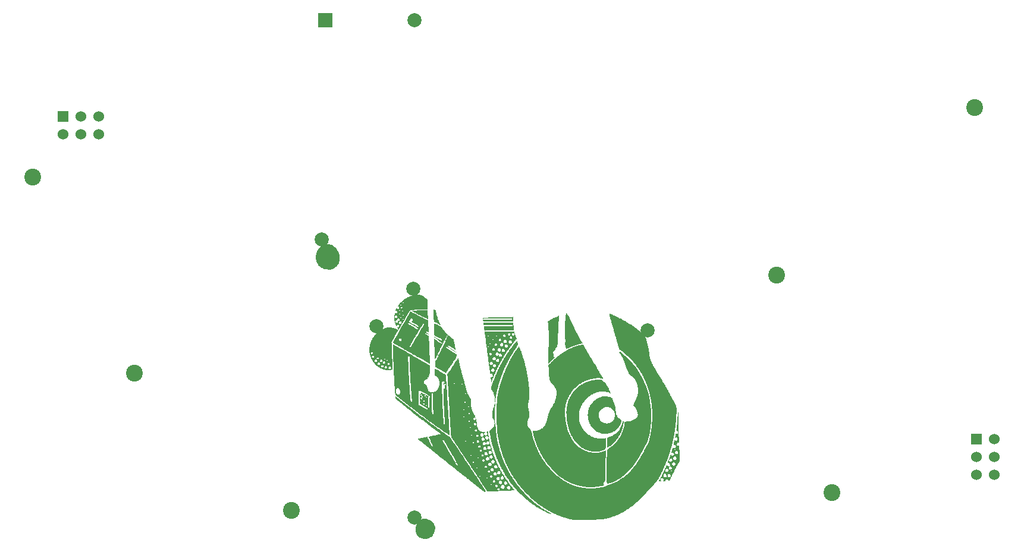
<source format=gbr>
%TF.GenerationSoftware,KiCad,Pcbnew,7.0.1-0*%
%TF.CreationDate,2023-04-14T08:17:47-04:00*%
%TF.ProjectId,WrightSpace,57726967-6874-4537-9061-63652e6b6963,v01*%
%TF.SameCoordinates,Original*%
%TF.FileFunction,Soldermask,Top*%
%TF.FilePolarity,Negative*%
%FSLAX46Y46*%
G04 Gerber Fmt 4.6, Leading zero omitted, Abs format (unit mm)*
G04 Created by KiCad (PCBNEW 7.0.1-0) date 2023-04-14 08:17:47*
%MOMM*%
%LPD*%
G01*
G04 APERTURE LIST*
%ADD10C,2.000000*%
%ADD11R,1.524000X1.524000*%
%ADD12C,1.524000*%
%ADD13C,2.400000*%
%ADD14R,2.000000X2.000000*%
G04 APERTURE END LIST*
%TO.C,J1*%
G36*
X171585713Y-103991494D02*
G01*
X171873996Y-104539230D01*
X172162278Y-105231108D01*
X172565873Y-106009470D01*
X172854156Y-106614863D01*
X173228923Y-107306740D01*
X173574861Y-107767992D01*
X173027125Y-107883305D01*
X172508217Y-108027446D01*
X171845167Y-108315729D01*
X171268603Y-108575183D01*
X171153290Y-108517526D01*
X171095633Y-108200416D01*
X171037977Y-107883305D01*
X171066805Y-107450882D01*
X171009149Y-106874317D01*
X171037977Y-106268924D01*
X171037977Y-105173451D01*
X171095633Y-104077979D01*
X171182118Y-103357273D01*
X171585713Y-103991494D01*
G37*
G36*
X170144302Y-104250948D02*
G01*
X170115473Y-105086967D01*
X170057817Y-105922985D01*
X170028989Y-106874317D01*
X170000160Y-107739164D01*
X169942504Y-108315729D01*
X169740706Y-108402213D01*
X169625393Y-108604011D01*
X169567737Y-108719324D01*
X169423596Y-108892293D01*
X169308283Y-109094091D01*
X169365939Y-109295888D01*
X169365939Y-109612999D01*
X169423596Y-109728312D01*
X169538909Y-109728312D01*
X169308283Y-109987766D01*
X168991172Y-110304877D01*
X168674062Y-110679644D01*
X168674062Y-110131907D01*
X168645234Y-109526514D01*
X168645234Y-108805808D01*
X168702890Y-107883305D01*
X168731718Y-106989630D01*
X168731718Y-106297752D01*
X168674062Y-105605875D01*
X168616405Y-105000482D01*
X168587577Y-104654543D01*
X168991172Y-104395089D01*
X169394768Y-104135635D01*
X169740706Y-104049150D01*
X169942504Y-103991494D01*
X170201958Y-103847353D01*
X170144302Y-104250948D01*
G37*
G36*
X151470999Y-103092286D02*
G01*
X151472226Y-103140810D01*
X151475556Y-103238626D01*
X151480463Y-103373247D01*
X151486422Y-103532184D01*
X151492906Y-103702951D01*
X151499391Y-103873061D01*
X151505350Y-104030027D01*
X151510257Y-104161361D01*
X151513587Y-104254576D01*
X151514814Y-104297186D01*
X151484691Y-104288971D01*
X151339555Y-104231464D01*
X151224641Y-104179458D01*
X151104751Y-104124242D01*
X150980821Y-104066243D01*
X150853787Y-104005890D01*
X150724586Y-103943611D01*
X150594155Y-103879833D01*
X150463429Y-103814985D01*
X150333346Y-103749495D01*
X150204840Y-103683791D01*
X150078850Y-103618301D01*
X149956311Y-103553453D01*
X149838160Y-103489676D01*
X149725333Y-103427396D01*
X149618766Y-103367043D01*
X149519396Y-103309044D01*
X149428160Y-103253828D01*
X149345993Y-103201822D01*
X149272056Y-103152531D01*
X149280271Y-103136100D01*
X149325708Y-103130421D01*
X149439302Y-103119873D01*
X149586973Y-103114193D01*
X149718828Y-103103280D01*
X149841203Y-103094244D01*
X149956566Y-103086788D01*
X150067386Y-103080616D01*
X150176132Y-103075431D01*
X150285274Y-103070938D01*
X150397279Y-103066840D01*
X150514617Y-103062840D01*
X150639757Y-103058643D01*
X150775167Y-103053952D01*
X150923317Y-103048471D01*
X151470999Y-103048471D01*
X151470999Y-103092286D01*
G37*
G36*
X152451350Y-102993703D02*
G01*
X152566363Y-103004657D01*
X152632085Y-103004657D01*
X152632085Y-103026564D01*
X152634823Y-103095024D01*
X152653992Y-103179915D01*
X152669765Y-103285946D01*
X152690796Y-103413008D01*
X152717085Y-103550586D01*
X152748632Y-103688164D01*
X152785436Y-103815226D01*
X152816923Y-103934671D01*
X152851569Y-104053819D01*
X152889277Y-104172375D01*
X152929948Y-104290043D01*
X152973483Y-104406525D01*
X153019783Y-104521526D01*
X153068749Y-104634749D01*
X153120283Y-104745898D01*
X153174286Y-104854678D01*
X153230659Y-104960791D01*
X153289303Y-105063941D01*
X153311211Y-105107755D01*
X153270135Y-105121447D01*
X153179767Y-105085848D01*
X153090109Y-105035644D01*
X152980979Y-104976312D01*
X152862111Y-104913328D01*
X152743244Y-104852170D01*
X152634113Y-104798315D01*
X152544456Y-104757239D01*
X152407535Y-104699732D01*
X152369198Y-104691517D01*
X152347290Y-104691517D01*
X152346780Y-104665297D01*
X152345381Y-104592564D01*
X152343291Y-104482205D01*
X152340707Y-104343107D01*
X152337826Y-104184160D01*
X152334847Y-104014251D01*
X152331967Y-103842268D01*
X152329383Y-103677100D01*
X152327292Y-103527633D01*
X152325893Y-103402757D01*
X152325383Y-103311358D01*
X152325383Y-103179915D01*
X152325383Y-103158008D01*
X152325383Y-103048471D01*
X152325383Y-102982749D01*
X152369198Y-102982749D01*
X152451350Y-102993703D01*
G37*
G36*
X179578040Y-109533026D02*
G01*
X180257165Y-110168337D01*
X181199178Y-111285608D01*
X181615417Y-111942827D01*
X182053562Y-112731489D01*
X182579337Y-113936389D01*
X182842224Y-114768866D01*
X182995575Y-115404177D01*
X183148926Y-116127117D01*
X183214648Y-116674799D01*
X183214648Y-116959594D01*
X183258463Y-117047223D01*
X183280370Y-117660627D01*
X183280370Y-118909341D01*
X183083204Y-120508573D01*
X182754595Y-121757288D01*
X182294542Y-122721208D01*
X181593509Y-123991830D01*
X180761033Y-125218638D01*
X179753298Y-126314002D01*
X178898914Y-126993128D01*
X177825457Y-127584624D01*
X177124424Y-127803697D01*
X177058702Y-127650346D01*
X176905351Y-127409366D01*
X176949166Y-125043380D01*
X177014888Y-122918374D01*
X177190146Y-122808837D01*
X177934994Y-122239248D01*
X178482676Y-121647751D01*
X178877007Y-121100069D01*
X179227523Y-120355222D01*
X179512318Y-119435116D01*
X179512318Y-118953156D01*
X179884741Y-118909341D01*
X180322887Y-118909341D01*
X180804847Y-118624547D01*
X181242993Y-118383567D01*
X181418251Y-117923514D01*
X181374437Y-117660627D01*
X181264900Y-117332017D01*
X181089642Y-116981501D01*
X180914384Y-116762428D01*
X180739125Y-116565263D01*
X180892476Y-116192839D01*
X181045827Y-115864230D01*
X181308715Y-115250826D01*
X181396344Y-114834587D01*
X181418251Y-114352627D01*
X181330622Y-113739224D01*
X181177271Y-113301078D01*
X180980105Y-112928654D01*
X180717218Y-112578138D01*
X180169536Y-112183807D01*
X180038092Y-111964734D01*
X179775205Y-111438959D01*
X179534225Y-110628390D01*
X179402781Y-110212152D01*
X179227523Y-109795913D01*
X178964636Y-109379675D01*
X178723656Y-109051066D01*
X178877007Y-108985344D01*
X179578040Y-109533026D01*
G37*
G36*
X161066388Y-119128414D02*
G01*
X161044481Y-119150322D01*
X161044481Y-119122937D01*
X161066388Y-119128414D01*
G37*
G36*
X161132110Y-115688971D02*
G01*
X161125619Y-115728729D01*
X161109391Y-115831774D01*
X161088295Y-115973766D01*
X161067199Y-116115758D01*
X161050972Y-116218803D01*
X161044481Y-116258561D01*
X161066388Y-116302375D01*
X161088295Y-116324282D01*
X161066388Y-116565263D01*
X161064765Y-116648023D01*
X161060708Y-116759994D01*
X161055434Y-116893872D01*
X161050160Y-117042354D01*
X161046103Y-117198140D01*
X161044481Y-117353925D01*
X161039460Y-117480728D01*
X161035353Y-117599773D01*
X161032158Y-117713341D01*
X161029876Y-117823714D01*
X161028506Y-117933174D01*
X161028050Y-118044004D01*
X161028506Y-118158485D01*
X161029876Y-118278899D01*
X161032158Y-118407528D01*
X161035353Y-118546654D01*
X161039460Y-118698560D01*
X161044481Y-118865527D01*
X161044481Y-119007519D01*
X161044481Y-119110564D01*
X161044481Y-119122937D01*
X160978759Y-119106507D01*
X160956851Y-119084600D01*
X160951068Y-119006084D01*
X160931614Y-118919156D01*
X160895336Y-118810145D01*
X160839078Y-118665382D01*
X160759686Y-118471196D01*
X160714844Y-118349679D01*
X160680272Y-118238431D01*
X160658022Y-118123076D01*
X160650150Y-117989236D01*
X160645371Y-117904882D01*
X160646002Y-117823954D01*
X160652584Y-117741765D01*
X160665656Y-117653625D01*
X160685760Y-117554847D01*
X160713437Y-117440742D01*
X160749228Y-117306624D01*
X160793674Y-117147804D01*
X160847315Y-116959594D01*
X160894465Y-116783584D01*
X160934043Y-116632277D01*
X160966588Y-116501163D01*
X160992642Y-116385737D01*
X161012747Y-116281490D01*
X161027442Y-116183914D01*
X161037268Y-116088501D01*
X161042768Y-115990745D01*
X161044481Y-115886137D01*
X161044481Y-115667064D01*
X161088295Y-115667064D01*
X161132110Y-115688971D01*
G37*
G36*
X151037722Y-132760422D02*
G01*
X151155778Y-132772795D01*
X151295741Y-132798557D01*
X151421911Y-132824014D01*
X151538344Y-132856165D01*
X151646257Y-132894401D01*
X151746869Y-132938114D01*
X151841394Y-132986696D01*
X151931052Y-133039537D01*
X152039140Y-133114970D01*
X152136365Y-133197611D01*
X152222727Y-133287068D01*
X152298225Y-133382943D01*
X152362861Y-133484842D01*
X152416633Y-133592370D01*
X152459543Y-133705133D01*
X152491589Y-133822734D01*
X152512772Y-133944780D01*
X152523092Y-134070874D01*
X152522549Y-134200623D01*
X152509158Y-134326438D01*
X152486692Y-134449450D01*
X152455425Y-134569191D01*
X152415628Y-134685192D01*
X152367575Y-134796987D01*
X152311538Y-134904109D01*
X152247789Y-135006090D01*
X152176602Y-135102462D01*
X152098248Y-135192759D01*
X152013001Y-135276513D01*
X151921134Y-135353257D01*
X151822918Y-135422523D01*
X151718626Y-135483844D01*
X151608531Y-135536752D01*
X151492906Y-135580781D01*
X151388978Y-135604266D01*
X151250349Y-135621441D01*
X151100153Y-135631256D01*
X150961523Y-135632658D01*
X150857595Y-135624596D01*
X150735565Y-135593960D01*
X150616615Y-135552028D01*
X150501773Y-135499827D01*
X150392066Y-135438384D01*
X150288519Y-135368726D01*
X150192162Y-135291879D01*
X150104019Y-135208871D01*
X150025119Y-135120728D01*
X149961425Y-135037359D01*
X149902600Y-134943036D01*
X149849860Y-134841410D01*
X149804423Y-134736134D01*
X149767505Y-134630857D01*
X149740324Y-134529232D01*
X149725719Y-134409147D01*
X149725719Y-134313404D01*
X149740324Y-134178715D01*
X149768081Y-134028541D01*
X149799386Y-133892168D01*
X149835161Y-133767625D01*
X149876324Y-133652941D01*
X149923797Y-133546143D01*
X149978500Y-133445260D01*
X150041352Y-133348320D01*
X150113274Y-133253352D01*
X150195185Y-133158384D01*
X150288006Y-133061444D01*
X150463264Y-132886186D01*
X150638522Y-132820464D01*
X150741974Y-132791457D01*
X150838122Y-132770970D01*
X150934271Y-132760219D01*
X151037722Y-132760422D01*
G37*
G36*
X179368431Y-118862898D02*
G01*
X179382977Y-118908465D01*
X179379647Y-119001352D01*
X179357389Y-119162590D01*
X179315152Y-119413209D01*
X179292336Y-119529190D01*
X179265091Y-119646872D01*
X179233610Y-119765902D01*
X179198085Y-119885927D01*
X179158710Y-120006593D01*
X179115676Y-120127549D01*
X179069177Y-120248440D01*
X179019404Y-120368914D01*
X178966550Y-120488618D01*
X178910809Y-120607198D01*
X178852372Y-120724303D01*
X178791431Y-120839578D01*
X178728180Y-120952671D01*
X178662812Y-121063229D01*
X178595517Y-121170899D01*
X178526490Y-121275328D01*
X178464926Y-121360225D01*
X178392534Y-121452062D01*
X178310927Y-121549223D01*
X178221723Y-121650095D01*
X178126535Y-121753060D01*
X178026980Y-121856504D01*
X177924673Y-121958811D01*
X177821229Y-122058366D01*
X177718264Y-122153553D01*
X177617393Y-122242758D01*
X177520231Y-122324364D01*
X177428394Y-122396757D01*
X177343497Y-122458321D01*
X177200694Y-122552441D01*
X177091969Y-122612483D01*
X177036795Y-122633579D01*
X177035274Y-122619684D01*
X177031927Y-122558932D01*
X177028580Y-122455582D01*
X177027058Y-122313895D01*
X177029188Y-122138130D01*
X177036795Y-121932546D01*
X177058702Y-121209606D01*
X177233961Y-121143884D01*
X177340456Y-121105803D01*
X177447370Y-121062457D01*
X177554343Y-121014026D01*
X177661018Y-120960688D01*
X177767034Y-120902625D01*
X177872034Y-120840014D01*
X177975657Y-120773036D01*
X178077545Y-120701869D01*
X178177340Y-120626695D01*
X178274681Y-120547691D01*
X178369210Y-120465038D01*
X178460569Y-120378914D01*
X178548397Y-120289500D01*
X178676076Y-120157372D01*
X178764732Y-120053997D01*
X178816419Y-119975268D01*
X178833192Y-119917076D01*
X178857838Y-119826709D01*
X178898914Y-119719911D01*
X178949307Y-119641926D01*
X179004299Y-119544014D01*
X179060440Y-119433072D01*
X179114282Y-119315999D01*
X179162376Y-119199693D01*
X179201273Y-119091051D01*
X179227523Y-118996971D01*
X179265861Y-118871004D01*
X179337059Y-118843620D01*
X179368431Y-118862898D01*
G37*
G36*
X137392985Y-93652420D02*
G01*
X137510377Y-93668643D01*
X137625470Y-93694446D01*
X137740180Y-93729447D01*
X137856423Y-93773261D01*
X137976115Y-93825506D01*
X138075103Y-93878246D01*
X138169223Y-93955327D01*
X138282816Y-94066487D01*
X138373352Y-94161716D01*
X138457181Y-94259628D01*
X138534303Y-94360223D01*
X138604719Y-94463500D01*
X138668429Y-94569460D01*
X138725433Y-94678102D01*
X138775730Y-94789427D01*
X138819321Y-94903434D01*
X138856206Y-95020124D01*
X138886384Y-95139496D01*
X138909856Y-95261551D01*
X138926622Y-95386288D01*
X138936682Y-95513708D01*
X138940035Y-95643811D01*
X138936216Y-95772588D01*
X138924695Y-95896230D01*
X138905372Y-96015033D01*
X138878148Y-96129293D01*
X138842925Y-96239307D01*
X138799604Y-96345370D01*
X138748087Y-96447780D01*
X138688274Y-96546832D01*
X138620067Y-96642822D01*
X138543367Y-96736047D01*
X138458075Y-96826804D01*
X138368102Y-96904576D01*
X138273801Y-96976759D01*
X138175714Y-97042631D01*
X138074382Y-97101471D01*
X137970345Y-97152558D01*
X137864144Y-97195171D01*
X137756321Y-97228587D01*
X137647415Y-97252087D01*
X137537969Y-97264949D01*
X137417479Y-97275903D01*
X137362711Y-97286857D01*
X137277820Y-97248519D01*
X137143638Y-97243042D01*
X137030045Y-97236551D01*
X136921320Y-97220323D01*
X136836936Y-97199228D01*
X136723960Y-97164997D01*
X136615157Y-97123558D01*
X136510677Y-97075245D01*
X136410670Y-97020393D01*
X136315286Y-96959337D01*
X136224674Y-96892414D01*
X136138984Y-96819958D01*
X136058365Y-96742304D01*
X135982968Y-96659789D01*
X135912942Y-96572746D01*
X135848437Y-96481513D01*
X135789602Y-96386423D01*
X135736587Y-96287812D01*
X135689542Y-96186016D01*
X135648617Y-96081369D01*
X135613960Y-95974208D01*
X135585723Y-95864867D01*
X135564054Y-95753682D01*
X135549104Y-95640988D01*
X135541021Y-95527121D01*
X135539957Y-95412415D01*
X135546059Y-95297206D01*
X135559479Y-95181830D01*
X135580365Y-95066621D01*
X135608868Y-94951915D01*
X135645137Y-94838048D01*
X135689322Y-94725354D01*
X135741572Y-94614169D01*
X135809007Y-94494054D01*
X135880228Y-94381873D01*
X135955776Y-94277446D01*
X136036193Y-94180591D01*
X136122019Y-94091128D01*
X136213796Y-94008879D01*
X136312063Y-93933661D01*
X136417362Y-93865294D01*
X136530234Y-93803599D01*
X136655018Y-93745589D01*
X136771389Y-93702300D01*
X136886709Y-93672681D01*
X137008339Y-93655681D01*
X137143638Y-93650248D01*
X137271377Y-93646161D01*
X137392985Y-93652420D01*
G37*
G36*
X163628839Y-103964577D02*
G01*
X163647960Y-104005483D01*
X163652693Y-104114275D01*
X163644348Y-104320917D01*
X163626129Y-104655875D01*
X161502076Y-104655875D01*
X161167342Y-104655841D01*
X160869636Y-104655707D01*
X160606795Y-104655430D01*
X160376659Y-104654965D01*
X160177067Y-104654265D01*
X160005858Y-104653287D01*
X159860870Y-104651986D01*
X159739943Y-104650315D01*
X159640915Y-104648232D01*
X159561626Y-104645690D01*
X159499914Y-104642644D01*
X159453618Y-104639051D01*
X159420576Y-104634864D01*
X159398629Y-104630038D01*
X159385615Y-104624530D01*
X159379373Y-104618293D01*
X159377741Y-104611283D01*
X159377755Y-104611272D01*
X159372775Y-104550845D01*
X159361208Y-104468192D01*
X159354853Y-104387777D01*
X159398324Y-104398275D01*
X159411874Y-104401966D01*
X159438426Y-104405325D01*
X159478461Y-104408356D01*
X159532459Y-104411065D01*
X159600899Y-104413457D01*
X159684262Y-104415537D01*
X159783027Y-104417310D01*
X159897674Y-104418782D01*
X160028683Y-104419958D01*
X160176534Y-104420843D01*
X160341707Y-104421441D01*
X160524681Y-104421759D01*
X160725938Y-104421802D01*
X160945955Y-104421574D01*
X161185214Y-104421081D01*
X161444195Y-104420328D01*
X161763486Y-104419228D01*
X162047194Y-104418109D01*
X162297427Y-104416923D01*
X162516290Y-104415619D01*
X162705890Y-104414147D01*
X162868334Y-104412459D01*
X163005729Y-104410503D01*
X163120180Y-104408231D01*
X163213794Y-104405592D01*
X163288678Y-104402536D01*
X163346939Y-104399015D01*
X163390683Y-104394977D01*
X163422016Y-104390374D01*
X163443045Y-104385156D01*
X163455877Y-104379271D01*
X163462618Y-104372672D01*
X163472564Y-104289860D01*
X163467572Y-104283112D01*
X163456599Y-104277128D01*
X163437424Y-104271863D01*
X163407827Y-104267270D01*
X163365587Y-104263306D01*
X163308484Y-104259925D01*
X163234298Y-104257081D01*
X163140809Y-104254728D01*
X163025796Y-104252823D01*
X162887040Y-104251318D01*
X162722320Y-104250170D01*
X162529415Y-104249331D01*
X162306105Y-104248759D01*
X162050171Y-104248406D01*
X161759392Y-104248227D01*
X161431548Y-104248178D01*
X161190796Y-104248281D01*
X160964571Y-104248590D01*
X160752992Y-104249104D01*
X160556183Y-104249820D01*
X160374265Y-104250738D01*
X160207360Y-104251855D01*
X160055589Y-104253170D01*
X159919074Y-104254682D01*
X159797937Y-104256389D01*
X159692299Y-104258289D01*
X159602283Y-104260380D01*
X159528010Y-104262662D01*
X159469602Y-104265133D01*
X159427180Y-104267791D01*
X159400866Y-104270634D01*
X159390783Y-104273662D01*
X159345929Y-104294904D01*
X159331835Y-104216331D01*
X159357984Y-104142619D01*
X159479966Y-104116928D01*
X159504295Y-104115223D01*
X159547669Y-104113540D01*
X159609021Y-104111890D01*
X159687286Y-104110281D01*
X159781400Y-104108725D01*
X159890296Y-104107230D01*
X160012909Y-104105806D01*
X160148175Y-104104464D01*
X160295027Y-104103212D01*
X160452400Y-104102061D01*
X160619229Y-104101021D01*
X160794449Y-104100100D01*
X160976993Y-104099310D01*
X161165798Y-104098659D01*
X161359797Y-104098158D01*
X161557925Y-104097815D01*
X161894072Y-104097373D01*
X162190255Y-104096871D01*
X162449004Y-104096171D01*
X162672846Y-104095134D01*
X162864311Y-104093623D01*
X163025927Y-104091500D01*
X163160223Y-104088627D01*
X163269728Y-104084866D01*
X163356970Y-104080078D01*
X163424477Y-104074127D01*
X163474780Y-104066873D01*
X163510406Y-104058178D01*
X163533884Y-104047906D01*
X163547743Y-104035917D01*
X163554512Y-104022074D01*
X163556718Y-104006239D01*
X163556892Y-103988274D01*
X163573377Y-103945284D01*
X163628839Y-103964577D01*
G37*
G36*
X164221036Y-107468265D02*
G01*
X164264851Y-107627093D01*
X164302174Y-107739063D01*
X164329761Y-107836429D01*
X164352480Y-107889980D01*
X164341121Y-107960570D01*
X164276210Y-108074975D01*
X164177222Y-108218589D01*
X164125125Y-108291505D01*
X164069239Y-108372113D01*
X164009947Y-108459761D01*
X163947632Y-108553796D01*
X163882676Y-108653565D01*
X163815464Y-108758415D01*
X163746378Y-108867694D01*
X163675803Y-108980748D01*
X163604119Y-109096924D01*
X163531713Y-109215570D01*
X163458965Y-109336033D01*
X163386260Y-109457660D01*
X163313981Y-109579797D01*
X163242511Y-109701793D01*
X163172233Y-109822994D01*
X163103531Y-109942747D01*
X163036787Y-110060400D01*
X162972385Y-110175299D01*
X162910708Y-110286791D01*
X162852140Y-110394225D01*
X162797063Y-110496946D01*
X162739904Y-110609439D01*
X162683049Y-110724376D01*
X162626541Y-110841609D01*
X162570426Y-110960989D01*
X162514747Y-111082368D01*
X162459549Y-111205597D01*
X162404877Y-111330528D01*
X162350773Y-111457012D01*
X162297284Y-111584901D01*
X162244452Y-111714047D01*
X162192324Y-111844300D01*
X162140941Y-111975513D01*
X162090350Y-112107537D01*
X162040595Y-112240223D01*
X161991719Y-112373424D01*
X161943767Y-112506990D01*
X161896783Y-112640773D01*
X161850812Y-112774625D01*
X161805898Y-112908397D01*
X161762085Y-113041941D01*
X161719418Y-113175109D01*
X161677941Y-113307751D01*
X161637698Y-113439719D01*
X161598734Y-113570866D01*
X161561092Y-113701041D01*
X161524818Y-113830098D01*
X161489955Y-113957887D01*
X161456548Y-114084261D01*
X161424641Y-114209070D01*
X161394279Y-114332166D01*
X161365506Y-114453401D01*
X161338365Y-114572626D01*
X161312902Y-114689692D01*
X161289161Y-114804452D01*
X161267186Y-114916757D01*
X161247021Y-115026458D01*
X161228711Y-115133407D01*
X161212299Y-115237456D01*
X161197832Y-115338455D01*
X161161548Y-115505840D01*
X161121156Y-115609557D01*
X161080764Y-115643445D01*
X161044481Y-115601342D01*
X161031498Y-115525072D01*
X160999043Y-115400120D01*
X160956851Y-115250826D01*
X160924632Y-115106246D01*
X160879834Y-114956789D01*
X160826306Y-114809899D01*
X160767901Y-114673021D01*
X160708469Y-114553601D01*
X160651861Y-114459083D01*
X160601928Y-114396913D01*
X160562520Y-114374535D01*
X160520503Y-114366662D01*
X160493376Y-114340304D01*
X160481652Y-114291355D01*
X160485845Y-114215707D01*
X160506469Y-114109251D01*
X160544036Y-113967881D01*
X160599061Y-113787488D01*
X160672057Y-113563965D01*
X160715313Y-113438710D01*
X160759483Y-113313616D01*
X160804558Y-113188704D01*
X160850527Y-113063994D01*
X160897380Y-112939506D01*
X160945108Y-112815259D01*
X160993701Y-112691273D01*
X161043148Y-112567568D01*
X161093441Y-112444164D01*
X161144568Y-112321080D01*
X161196520Y-112198338D01*
X161249287Y-112075955D01*
X161302859Y-111953953D01*
X161357226Y-111832351D01*
X161412379Y-111711169D01*
X161468307Y-111590427D01*
X161525001Y-111470144D01*
X161582450Y-111350341D01*
X161640644Y-111231037D01*
X161699575Y-111112252D01*
X161759231Y-110994006D01*
X161819603Y-110876319D01*
X161880681Y-110759211D01*
X161942455Y-110642701D01*
X162004915Y-110526809D01*
X162068051Y-110411556D01*
X162131853Y-110296960D01*
X162196312Y-110183042D01*
X162261417Y-110069822D01*
X162327159Y-109957320D01*
X162393527Y-109845554D01*
X162460512Y-109734546D01*
X162528104Y-109624315D01*
X162596292Y-109514881D01*
X162665068Y-109406264D01*
X162734420Y-109298483D01*
X162804339Y-109191558D01*
X162874816Y-109085510D01*
X162945840Y-108980357D01*
X163017401Y-108876121D01*
X163089489Y-108772820D01*
X163162095Y-108670475D01*
X163235209Y-108569106D01*
X163335744Y-108431209D01*
X163438865Y-108292932D01*
X163542595Y-108156633D01*
X163644956Y-108024669D01*
X163743970Y-107899400D01*
X163837659Y-107783182D01*
X163924045Y-107678374D01*
X164001152Y-107587335D01*
X164067001Y-107512422D01*
X164119614Y-107455993D01*
X164157013Y-107420406D01*
X164177222Y-107408020D01*
X164221036Y-107468265D01*
G37*
G36*
X176877764Y-120660301D02*
G01*
X176759531Y-120663978D01*
X176640841Y-120661721D01*
X176521543Y-120653683D01*
X176401484Y-120640017D01*
X176283578Y-120616900D01*
X176167564Y-120588085D01*
X176053584Y-120553706D01*
X175941780Y-120513898D01*
X175832295Y-120468794D01*
X175725270Y-120418531D01*
X175620848Y-120363241D01*
X175519170Y-120303061D01*
X175420379Y-120238125D01*
X175324617Y-120168566D01*
X175232026Y-120094521D01*
X175142748Y-120016123D01*
X175056925Y-119933507D01*
X174974699Y-119846808D01*
X174896212Y-119756160D01*
X174821607Y-119661697D01*
X174751025Y-119563556D01*
X174684609Y-119461870D01*
X174622501Y-119356773D01*
X174564842Y-119248401D01*
X174511775Y-119136888D01*
X174463442Y-119022368D01*
X174419986Y-118904976D01*
X174381547Y-118784848D01*
X174348268Y-118662117D01*
X174320292Y-118536918D01*
X174299487Y-118417042D01*
X174283951Y-118292808D01*
X174273588Y-118165220D01*
X174268302Y-118035286D01*
X174267999Y-117904010D01*
X174271408Y-117806105D01*
X175820599Y-117806105D01*
X175831895Y-117989236D01*
X175846969Y-118127525D01*
X175870334Y-118257600D01*
X175902066Y-118379459D01*
X175942242Y-118493103D01*
X175990938Y-118598532D01*
X176048229Y-118695745D01*
X176114192Y-118784744D01*
X176188902Y-118865527D01*
X176272436Y-118938095D01*
X176364870Y-119002447D01*
X176466280Y-119058585D01*
X176576742Y-119106507D01*
X176680973Y-119147754D01*
X176794446Y-119173598D01*
X176914080Y-119185065D01*
X177036795Y-119183182D01*
X177159510Y-119168977D01*
X177279144Y-119143476D01*
X177392617Y-119107705D01*
X177496848Y-119062692D01*
X177609254Y-118994276D01*
X177709962Y-118920207D01*
X177799103Y-118840093D01*
X177876808Y-118753537D01*
X177943209Y-118660146D01*
X177998437Y-118559526D01*
X178042624Y-118451282D01*
X178075901Y-118335020D01*
X178098400Y-118210346D01*
X178110252Y-118076865D01*
X178114103Y-117930445D01*
X178108198Y-117800970D01*
X178090997Y-117684844D01*
X178060960Y-117578474D01*
X178016547Y-117478266D01*
X177956216Y-117380624D01*
X177878428Y-117281956D01*
X177781643Y-117178666D01*
X177684961Y-117089589D01*
X177586107Y-117013547D01*
X177485080Y-116950541D01*
X177381880Y-116900571D01*
X177276508Y-116863636D01*
X177168963Y-116839737D01*
X177059245Y-116828874D01*
X176947355Y-116831047D01*
X176833293Y-116846255D01*
X176717057Y-116874499D01*
X176598649Y-116915779D01*
X176504731Y-116957369D01*
X176405934Y-117014362D01*
X176305597Y-117083678D01*
X176207057Y-117162236D01*
X176113651Y-117246955D01*
X176028718Y-117334756D01*
X175955594Y-117422556D01*
X175897616Y-117507276D01*
X175847298Y-117604147D01*
X175823679Y-117690749D01*
X175820599Y-117806105D01*
X174271408Y-117806105D01*
X174272582Y-117772398D01*
X174281955Y-117641458D01*
X174296022Y-117512194D01*
X174314688Y-117385612D01*
X174337856Y-117262719D01*
X174365432Y-117144520D01*
X174397319Y-117032022D01*
X174433421Y-116926230D01*
X174473643Y-116828150D01*
X174528570Y-116721696D01*
X174589360Y-116616985D01*
X174655689Y-116514306D01*
X174727230Y-116413946D01*
X174803658Y-116316192D01*
X174884647Y-116221332D01*
X174969871Y-116129653D01*
X175059004Y-116041443D01*
X175151721Y-115956988D01*
X175247696Y-115876577D01*
X175346603Y-115800498D01*
X175448116Y-115729036D01*
X175551910Y-115662481D01*
X175657658Y-115601119D01*
X175765036Y-115545237D01*
X175873716Y-115495124D01*
X175983374Y-115451067D01*
X176093683Y-115413353D01*
X176204318Y-115382269D01*
X176309692Y-115359267D01*
X176426896Y-115342836D01*
X176553301Y-115332978D01*
X176686279Y-115329692D01*
X176823199Y-115332978D01*
X176961434Y-115342836D01*
X177098355Y-115359267D01*
X177231332Y-115382269D01*
X177357737Y-115411844D01*
X177474941Y-115447991D01*
X177627607Y-115501048D01*
X177710444Y-115543836D01*
X177752205Y-115598946D01*
X177781643Y-115688971D01*
X177804426Y-115761178D01*
X177842983Y-115867034D01*
X177892055Y-115998127D01*
X177946385Y-116146045D01*
X178000715Y-116302375D01*
X178059548Y-116443403D01*
X178105802Y-116559786D01*
X178141273Y-116659738D01*
X178167758Y-116751474D01*
X178187056Y-116843211D01*
X178200962Y-116943163D01*
X178211273Y-117059546D01*
X178219788Y-117200574D01*
X178236475Y-117362397D01*
X178254703Y-117505222D01*
X178276011Y-117632643D01*
X178301940Y-117748256D01*
X178334031Y-117855653D01*
X178373824Y-117958429D01*
X178422858Y-118060178D01*
X178482676Y-118164494D01*
X178544543Y-118253746D01*
X178634404Y-118360037D01*
X178740086Y-118471196D01*
X178849420Y-118575053D01*
X178950234Y-118659436D01*
X179030358Y-118712176D01*
X179074172Y-118750311D01*
X179074172Y-118812787D01*
X179030358Y-118953156D01*
X178993961Y-119067592D01*
X178950730Y-119180615D01*
X178901016Y-119291842D01*
X178845173Y-119400886D01*
X178783553Y-119507363D01*
X178716510Y-119610888D01*
X178644397Y-119711075D01*
X178567566Y-119807540D01*
X178486371Y-119899897D01*
X178401165Y-119987762D01*
X178312300Y-120070748D01*
X178220130Y-120148472D01*
X178125008Y-120220548D01*
X178027287Y-120286591D01*
X177927319Y-120346215D01*
X177825457Y-120399036D01*
X177705398Y-120455656D01*
X177586100Y-120505125D01*
X177467410Y-120547595D01*
X177349177Y-120583220D01*
X177231248Y-120612151D01*
X177113471Y-120634540D01*
X176995694Y-120650539D01*
X176914080Y-120657295D01*
X176877764Y-120660301D01*
G37*
G36*
X161064765Y-119132370D02*
G01*
X161082615Y-119189268D01*
X161099249Y-119279027D01*
X161115882Y-119403472D01*
X161133732Y-119564430D01*
X161154017Y-119763725D01*
X161161968Y-119889468D01*
X161171085Y-120015134D01*
X161181365Y-120140715D01*
X161192802Y-120266202D01*
X161205391Y-120391589D01*
X161219127Y-120516865D01*
X161234005Y-120642024D01*
X161250020Y-120767057D01*
X161267166Y-120891955D01*
X161285439Y-121016711D01*
X161304834Y-121141316D01*
X161325345Y-121265761D01*
X161346968Y-121390040D01*
X161369698Y-121514142D01*
X161393529Y-121638061D01*
X161418456Y-121761787D01*
X161444475Y-121885313D01*
X161471580Y-122008630D01*
X161499767Y-122131731D01*
X161529029Y-122254606D01*
X161559363Y-122377248D01*
X161590763Y-122499648D01*
X161623224Y-122621798D01*
X161656741Y-122743690D01*
X161691309Y-122865316D01*
X161726923Y-122986667D01*
X161763577Y-123107735D01*
X161801268Y-123228511D01*
X161839989Y-123348989D01*
X161879735Y-123469158D01*
X161920503Y-123589012D01*
X161962286Y-123708541D01*
X162005079Y-123827738D01*
X162048878Y-123946594D01*
X162093678Y-124065102D01*
X162139473Y-124183252D01*
X162186258Y-124301036D01*
X162234028Y-124418447D01*
X162282779Y-124535476D01*
X162332504Y-124652114D01*
X162383200Y-124768355D01*
X162434861Y-124884188D01*
X162487482Y-124999606D01*
X162541058Y-125114602D01*
X162595584Y-125229165D01*
X162651054Y-125343289D01*
X162707465Y-125456965D01*
X162764810Y-125570185D01*
X162823084Y-125682940D01*
X162882284Y-125795222D01*
X162942403Y-125907024D01*
X163003436Y-126018336D01*
X163065379Y-126129150D01*
X163128227Y-126239459D01*
X163191974Y-126349254D01*
X163256615Y-126458527D01*
X163322145Y-126567269D01*
X163388560Y-126675472D01*
X163455853Y-126783128D01*
X163524021Y-126890229D01*
X163593058Y-126996767D01*
X163662959Y-127102732D01*
X163733719Y-127208118D01*
X163805332Y-127312915D01*
X163877795Y-127417116D01*
X163951101Y-127520712D01*
X164025246Y-127623695D01*
X164100225Y-127726056D01*
X164176032Y-127827788D01*
X164252663Y-127928883D01*
X164330113Y-128029331D01*
X164408376Y-128129125D01*
X164487447Y-128228256D01*
X164567322Y-128326716D01*
X164647995Y-128424498D01*
X164729461Y-128521592D01*
X164811716Y-128617990D01*
X164894754Y-128713685D01*
X164978569Y-128808667D01*
X165063158Y-128902930D01*
X165148515Y-128996463D01*
X165234635Y-129089260D01*
X165321512Y-129181312D01*
X165409143Y-129272610D01*
X165497521Y-129363147D01*
X165586642Y-129452914D01*
X165676501Y-129541903D01*
X165767092Y-129630105D01*
X165858411Y-129717513D01*
X165950453Y-129804118D01*
X166043212Y-129889912D01*
X166136683Y-129974886D01*
X166230862Y-130059033D01*
X166325743Y-130142344D01*
X166421321Y-130224811D01*
X166517592Y-130306426D01*
X166614549Y-130387179D01*
X166712189Y-130467064D01*
X166810506Y-130546072D01*
X166909495Y-130624195D01*
X167009151Y-130701424D01*
X167109468Y-130777750D01*
X167210443Y-130853167D01*
X167312069Y-130927666D01*
X167414342Y-131001237D01*
X167517257Y-131073874D01*
X167620808Y-131145568D01*
X167724991Y-131216310D01*
X167829801Y-131286093D01*
X167935231Y-131354907D01*
X168041279Y-131422746D01*
X168147937Y-131489600D01*
X168255202Y-131555462D01*
X168363069Y-131620322D01*
X168471531Y-131684173D01*
X168580585Y-131747007D01*
X168742750Y-131842301D01*
X168871958Y-131921882D01*
X168967443Y-131986135D01*
X169028439Y-132035442D01*
X169054178Y-132070188D01*
X169043895Y-132090754D01*
X168996823Y-132097524D01*
X168951923Y-132095352D01*
X168876365Y-132072104D01*
X168774365Y-132030844D01*
X168650139Y-131974639D01*
X168507901Y-131906554D01*
X168351868Y-131829655D01*
X168186254Y-131747007D01*
X168071849Y-131688124D01*
X167958141Y-131628314D01*
X167845129Y-131567576D01*
X167732814Y-131505911D01*
X167621196Y-131443319D01*
X167510277Y-131379800D01*
X167400056Y-131315353D01*
X167290534Y-131249979D01*
X167181712Y-131183677D01*
X167073591Y-131116449D01*
X166966170Y-131048293D01*
X166859450Y-130979209D01*
X166753432Y-130909199D01*
X166648116Y-130838261D01*
X166543504Y-130766396D01*
X166439594Y-130693603D01*
X166336388Y-130619884D01*
X166233887Y-130545236D01*
X166132091Y-130469662D01*
X166031000Y-130393161D01*
X165930615Y-130315732D01*
X165830937Y-130237375D01*
X165731966Y-130158092D01*
X165633702Y-130077881D01*
X165536146Y-129996743D01*
X165439299Y-129914678D01*
X165343162Y-129831685D01*
X165247733Y-129747765D01*
X165153015Y-129662918D01*
X165059008Y-129577143D01*
X164965712Y-129490442D01*
X164873128Y-129402812D01*
X164781256Y-129314256D01*
X164690096Y-129224772D01*
X164599650Y-129134361D01*
X164509918Y-129043023D01*
X164420901Y-128950757D01*
X164332598Y-128857565D01*
X164245011Y-128763444D01*
X164158140Y-128668397D01*
X164071985Y-128572422D01*
X163986547Y-128475520D01*
X163901827Y-128377691D01*
X163817825Y-128278934D01*
X163734541Y-128179250D01*
X163651977Y-128078639D01*
X163570132Y-127977101D01*
X163489008Y-127874635D01*
X163408604Y-127771242D01*
X163328921Y-127666921D01*
X163249960Y-127561674D01*
X163171721Y-127455499D01*
X163094206Y-127348396D01*
X163017413Y-127240367D01*
X162941345Y-127131410D01*
X162866000Y-127021526D01*
X162791381Y-126910714D01*
X162717487Y-126798976D01*
X162644319Y-126686310D01*
X162571878Y-126572716D01*
X162500163Y-126458196D01*
X162429176Y-126342748D01*
X162358917Y-126226373D01*
X162293571Y-126115437D01*
X162228984Y-126003706D01*
X162165168Y-125891200D01*
X162102136Y-125777940D01*
X162039901Y-125663946D01*
X161978474Y-125549237D01*
X161917868Y-125433833D01*
X161858095Y-125317756D01*
X161799168Y-125201024D01*
X161741098Y-125083658D01*
X161683899Y-124965677D01*
X161627583Y-124847103D01*
X161572161Y-124727955D01*
X161517647Y-124608252D01*
X161464053Y-124488016D01*
X161411390Y-124367266D01*
X161359672Y-124246022D01*
X161308911Y-124124305D01*
X161259119Y-124002134D01*
X161210308Y-123879529D01*
X161162490Y-123756510D01*
X161115679Y-123633099D01*
X161069886Y-123509313D01*
X161025124Y-123385175D01*
X160981406Y-123260703D01*
X160938742Y-123135918D01*
X160897146Y-123010839D01*
X160856631Y-122885488D01*
X160817208Y-122759884D01*
X160778890Y-122634046D01*
X160741689Y-122507996D01*
X160705617Y-122381752D01*
X160670688Y-122255336D01*
X160636912Y-122128767D01*
X160604303Y-122002066D01*
X160572873Y-121875251D01*
X160542635Y-121748345D01*
X160513599Y-121621365D01*
X160485780Y-121494333D01*
X160459189Y-121367269D01*
X160433839Y-121240193D01*
X160409741Y-121113124D01*
X160386909Y-120986083D01*
X160365355Y-120859089D01*
X160255818Y-120267593D01*
X160518706Y-120026613D01*
X160619342Y-119933421D01*
X160707656Y-119835609D01*
X160783647Y-119734715D01*
X160847315Y-119632282D01*
X160898660Y-119529848D01*
X160937683Y-119428955D01*
X160964382Y-119331142D01*
X160978759Y-119237951D01*
X160995189Y-119139368D01*
X161044481Y-119106507D01*
X161064765Y-119132370D01*
G37*
G36*
X176037172Y-112949412D02*
G01*
X176169382Y-112963782D01*
X176270551Y-112989650D01*
X176346428Y-113028163D01*
X176402761Y-113080472D01*
X176445298Y-113147727D01*
X176505544Y-113243571D01*
X176598649Y-113257263D01*
X176645794Y-113252356D01*
X176691887Y-113275841D01*
X176751650Y-113345594D01*
X176839805Y-113479491D01*
X176971073Y-113695409D01*
X177034194Y-113806410D01*
X177102352Y-113932719D01*
X177172979Y-114069001D01*
X177243507Y-114209926D01*
X177311369Y-114350158D01*
X177373996Y-114484367D01*
X177428822Y-114607219D01*
X177473278Y-114713381D01*
X177504798Y-114797521D01*
X177520813Y-114854306D01*
X177518755Y-114878402D01*
X177472507Y-114864609D01*
X177353234Y-114826474D01*
X177190146Y-114768866D01*
X177082999Y-114734938D01*
X176974868Y-114706131D01*
X176865873Y-114682372D01*
X176756134Y-114663591D01*
X176645770Y-114649713D01*
X176534901Y-114640667D01*
X176423647Y-114636382D01*
X176312128Y-114636785D01*
X176200463Y-114641803D01*
X176088772Y-114651366D01*
X175977175Y-114665400D01*
X175865791Y-114683833D01*
X175754740Y-114706594D01*
X175644143Y-114733610D01*
X175534118Y-114764809D01*
X175424785Y-114800119D01*
X175316265Y-114839468D01*
X175208676Y-114882783D01*
X175102139Y-114929994D01*
X174996774Y-114981027D01*
X174892699Y-115035810D01*
X174790035Y-115094271D01*
X174688901Y-115156339D01*
X174589418Y-115221941D01*
X174491704Y-115291004D01*
X174395880Y-115363457D01*
X174302065Y-115439228D01*
X174210380Y-115518245D01*
X174120943Y-115600435D01*
X174033875Y-115685726D01*
X173949295Y-115774046D01*
X173867323Y-115865323D01*
X173788078Y-115959486D01*
X173711682Y-116056461D01*
X173638252Y-116156176D01*
X173567909Y-116258561D01*
X173500772Y-116363541D01*
X173436962Y-116471046D01*
X173376598Y-116581003D01*
X173319800Y-116693341D01*
X173266687Y-116807986D01*
X173217379Y-116924866D01*
X173171996Y-117043911D01*
X173130658Y-117165047D01*
X173093485Y-117288203D01*
X173070141Y-117381536D01*
X173050627Y-117488091D01*
X173034882Y-117605534D01*
X173022847Y-117731534D01*
X173014461Y-117863755D01*
X173009665Y-117999865D01*
X173008398Y-118137531D01*
X173010602Y-118274419D01*
X173016216Y-118408196D01*
X173025180Y-118536529D01*
X173037435Y-118657084D01*
X173052921Y-118767527D01*
X173071577Y-118865527D01*
X173108382Y-118987039D01*
X173148691Y-119106215D01*
X173192506Y-119223054D01*
X173239825Y-119337556D01*
X173290650Y-119449721D01*
X173344980Y-119559550D01*
X173402815Y-119667041D01*
X173464156Y-119772196D01*
X173529001Y-119875014D01*
X173597352Y-119975496D01*
X173669208Y-120073640D01*
X173744569Y-120169448D01*
X173823435Y-120262919D01*
X173905807Y-120354054D01*
X173991683Y-120442851D01*
X174093744Y-120538487D01*
X174196297Y-120628274D01*
X174299508Y-120712278D01*
X174403540Y-120790563D01*
X174508558Y-120863197D01*
X174614726Y-120930244D01*
X174722209Y-120991771D01*
X174831170Y-121047842D01*
X174941774Y-121098525D01*
X175054186Y-121143884D01*
X175168570Y-121183985D01*
X175285089Y-121218894D01*
X175403909Y-121248677D01*
X175525193Y-121273400D01*
X175649106Y-121293127D01*
X175775812Y-121307926D01*
X175905476Y-121317861D01*
X176038261Y-121322998D01*
X176174333Y-121323403D01*
X176313855Y-121319142D01*
X176491167Y-121315377D01*
X176647941Y-121305450D01*
X176763639Y-121291416D01*
X176817722Y-121275328D01*
X176833881Y-121274114D01*
X176845058Y-121295127D01*
X176851637Y-121347181D01*
X176854000Y-121439089D01*
X176852531Y-121579666D01*
X176847613Y-121777726D01*
X176839630Y-122042082D01*
X176830241Y-122278975D01*
X176820852Y-122467199D01*
X176811463Y-122611736D01*
X176802074Y-122717568D01*
X176792685Y-122789676D01*
X176783297Y-122833044D01*
X176773908Y-122852652D01*
X176699053Y-122893784D01*
X176593540Y-122940281D01*
X176466950Y-122989460D01*
X176328864Y-123038640D01*
X176188862Y-123085137D01*
X176056524Y-123126269D01*
X175941431Y-123159354D01*
X175830697Y-123167483D01*
X175700451Y-123175100D01*
X175557883Y-123181689D01*
X175410180Y-123186738D01*
X175264530Y-123189733D01*
X175128123Y-123190161D01*
X175008147Y-123187508D01*
X174911789Y-123181261D01*
X174792880Y-123160957D01*
X174675462Y-123137133D01*
X174559557Y-123109816D01*
X174445188Y-123079028D01*
X174332377Y-123044794D01*
X174221146Y-123007139D01*
X174111517Y-122966088D01*
X174003512Y-122921663D01*
X173897154Y-122873891D01*
X173792464Y-122822795D01*
X173689465Y-122768399D01*
X173588178Y-122710728D01*
X173488627Y-122649807D01*
X173390833Y-122585659D01*
X173294818Y-122518309D01*
X173200605Y-122447782D01*
X173108215Y-122374101D01*
X173017672Y-122297292D01*
X172928996Y-122217378D01*
X172842210Y-122134384D01*
X172757337Y-122048335D01*
X172674398Y-121959254D01*
X172593416Y-121867166D01*
X172514412Y-121772095D01*
X172437410Y-121674067D01*
X172362431Y-121573104D01*
X172289496Y-121469233D01*
X172218630Y-121362476D01*
X172149853Y-121252858D01*
X172083187Y-121140404D01*
X172018656Y-121025138D01*
X171956280Y-120907085D01*
X171896083Y-120786268D01*
X171838086Y-120662712D01*
X171782311Y-120536442D01*
X171728782Y-120407482D01*
X171677519Y-120275857D01*
X171628545Y-120141589D01*
X171581882Y-120004705D01*
X171536871Y-119862174D01*
X171493236Y-119709889D01*
X171451575Y-119551323D01*
X171412487Y-119389945D01*
X171376570Y-119229226D01*
X171344422Y-119072634D01*
X171316642Y-118923641D01*
X171293827Y-118785715D01*
X171276576Y-118662329D01*
X171265488Y-118556950D01*
X171261161Y-118473051D01*
X171264192Y-118414099D01*
X171275180Y-118383567D01*
X171288974Y-118322713D01*
X171283294Y-118203440D01*
X171253273Y-118054958D01*
X171238058Y-117939066D01*
X171227361Y-117819514D01*
X171221026Y-117696730D01*
X171218897Y-117571141D01*
X171220818Y-117443177D01*
X171226634Y-117313265D01*
X171236189Y-117181834D01*
X171249327Y-117049313D01*
X171265892Y-116916130D01*
X171285728Y-116782713D01*
X171308681Y-116649490D01*
X171334593Y-116516891D01*
X171363309Y-116385344D01*
X171394674Y-116255276D01*
X171428531Y-116127117D01*
X171466276Y-116012021D01*
X171508224Y-115896888D01*
X171554241Y-115781906D01*
X171604195Y-115667267D01*
X171657952Y-115553160D01*
X171715380Y-115439776D01*
X171776344Y-115327305D01*
X171840713Y-115215936D01*
X171908352Y-115105861D01*
X171979129Y-114997269D01*
X172052911Y-114890351D01*
X172129564Y-114785296D01*
X172208956Y-114682295D01*
X172290953Y-114581538D01*
X172375422Y-114483215D01*
X172462230Y-114387517D01*
X172551245Y-114294633D01*
X172642332Y-114204753D01*
X172735358Y-114118069D01*
X172830192Y-114034769D01*
X172926698Y-113955044D01*
X173024745Y-113879085D01*
X173124200Y-113807082D01*
X173224928Y-113739224D01*
X173339802Y-113665607D01*
X173454495Y-113595884D01*
X173569155Y-113530006D01*
X173683930Y-113467924D01*
X173798968Y-113409587D01*
X173914416Y-113354948D01*
X174030423Y-113303956D01*
X174147137Y-113256562D01*
X174264705Y-113212718D01*
X174383276Y-113172373D01*
X174502996Y-113135478D01*
X174624015Y-113101985D01*
X174746479Y-113071843D01*
X174870537Y-113045004D01*
X174996337Y-113021418D01*
X175124027Y-113001036D01*
X175253753Y-112983808D01*
X175385665Y-112969687D01*
X175519910Y-112958621D01*
X175656636Y-112950561D01*
X175868173Y-112945388D01*
X176037172Y-112949412D01*
G37*
G36*
X152413012Y-104888683D02*
G01*
X152478734Y-104954404D01*
X152563625Y-105017388D01*
X152697807Y-105063941D01*
X152753260Y-105079002D01*
X152845681Y-105118709D01*
X152962748Y-105174846D01*
X153092138Y-105239199D01*
X153420747Y-105414457D01*
X153530283Y-105589716D01*
X153594583Y-105682910D01*
X153663538Y-105776746D01*
X153736800Y-105870956D01*
X153814021Y-105965274D01*
X153894855Y-106059431D01*
X153978952Y-106153160D01*
X154065966Y-106246194D01*
X154155548Y-106338264D01*
X154247351Y-106429104D01*
X154341027Y-106518445D01*
X154436227Y-106606021D01*
X154532605Y-106691563D01*
X154629812Y-106774804D01*
X154727501Y-106855477D01*
X154825323Y-106933314D01*
X154922932Y-107008048D01*
X155019979Y-107079411D01*
X155173329Y-107188947D01*
X155195237Y-107364205D01*
X155209639Y-107436215D01*
X155230126Y-107538652D01*
X155255482Y-107665430D01*
X155284489Y-107810465D01*
X155315930Y-107967670D01*
X155348588Y-108130960D01*
X155385217Y-108318662D01*
X155415536Y-108481126D01*
X155438495Y-108608889D01*
X155453042Y-108692487D01*
X155458124Y-108722457D01*
X155430959Y-108705106D01*
X155356474Y-108657260D01*
X155245185Y-108585229D01*
X155107608Y-108495322D01*
X154954257Y-108393847D01*
X154800730Y-108292373D01*
X154661926Y-108202465D01*
X154547307Y-108130434D01*
X154466338Y-108082589D01*
X154428482Y-108065238D01*
X154376452Y-108100837D01*
X154340853Y-108152867D01*
X154362760Y-108196682D01*
X154392732Y-108218984D01*
X154464577Y-108269728D01*
X154569110Y-108342593D01*
X154697147Y-108431259D01*
X154839503Y-108529406D01*
X154986994Y-108630713D01*
X155130437Y-108728859D01*
X155260646Y-108817525D01*
X155368438Y-108890390D01*
X155444628Y-108941134D01*
X155480031Y-108963437D01*
X155523846Y-109051066D01*
X155497341Y-109044515D01*
X155436758Y-109013261D01*
X155348588Y-108961814D01*
X155239322Y-108894680D01*
X155115451Y-108816366D01*
X154983466Y-108731382D01*
X154849859Y-108644233D01*
X154721120Y-108559429D01*
X154603740Y-108481476D01*
X154391853Y-108342672D01*
X154265141Y-108259600D01*
X154198368Y-108219641D01*
X154166296Y-108210177D01*
X154143687Y-108218589D01*
X154099873Y-108306218D01*
X154129995Y-108369202D01*
X154275131Y-108481476D01*
X154371763Y-108547692D01*
X154470272Y-108614698D01*
X154570361Y-108682197D01*
X154671733Y-108749894D01*
X154774094Y-108817492D01*
X154877145Y-108884695D01*
X154980591Y-108951207D01*
X155084137Y-109016732D01*
X155187484Y-109080972D01*
X155290338Y-109143633D01*
X155392402Y-109204417D01*
X155521108Y-109286569D01*
X155567661Y-109335860D01*
X155581353Y-109396105D01*
X155611475Y-109489211D01*
X155633382Y-109598748D01*
X155392402Y-109971171D01*
X155335805Y-110057993D01*
X155273367Y-110153318D01*
X155205923Y-110255897D01*
X155134307Y-110364476D01*
X155059354Y-110477804D01*
X154981897Y-110594630D01*
X154902772Y-110713703D01*
X154822813Y-110833771D01*
X154742854Y-110953581D01*
X154663728Y-111071884D01*
X154586272Y-111187427D01*
X154511319Y-111298958D01*
X154439703Y-111405226D01*
X154372259Y-111504981D01*
X154309821Y-111596969D01*
X154253224Y-111679939D01*
X154056058Y-111986641D01*
X153376932Y-111592310D01*
X153203335Y-111492163D01*
X153042383Y-111400063D01*
X152898677Y-111318693D01*
X152776814Y-111250735D01*
X152681392Y-111198873D01*
X152617012Y-111165789D01*
X152588270Y-111154165D01*
X152572043Y-111133069D01*
X152560683Y-111043817D01*
X152544456Y-110847463D01*
X152541033Y-110714307D01*
X152533502Y-110587314D01*
X152525972Y-110480858D01*
X152522549Y-110409317D01*
X152525287Y-110294304D01*
X152544456Y-110277873D01*
X152610178Y-110255966D01*
X152622995Y-110237229D01*
X152646179Y-110196946D01*
X152678739Y-110137099D01*
X152719684Y-110059672D01*
X152768021Y-109966649D01*
X152822759Y-109860012D01*
X152882907Y-109741746D01*
X152947472Y-109613833D01*
X153015462Y-109478258D01*
X153085887Y-109337002D01*
X153157755Y-109192051D01*
X153230073Y-109045386D01*
X153301850Y-108898992D01*
X153372094Y-108754852D01*
X153439815Y-108614949D01*
X153504019Y-108481266D01*
X153563715Y-108355788D01*
X153617913Y-108240496D01*
X153711564Y-108047020D01*
X153800131Y-107861681D01*
X153883193Y-107685615D01*
X153960332Y-107519959D01*
X154031130Y-107365850D01*
X154095166Y-107224425D01*
X154152023Y-107096821D01*
X154201282Y-106984173D01*
X154242524Y-106887620D01*
X154275330Y-106808297D01*
X154299282Y-106747341D01*
X154313960Y-106705890D01*
X154318946Y-106685080D01*
X154280608Y-106608404D01*
X154209409Y-106597450D01*
X154174520Y-106642888D01*
X154120157Y-106756481D01*
X154056058Y-106904152D01*
X154009448Y-107006925D01*
X153957602Y-107119781D01*
X153901054Y-107241627D01*
X153840340Y-107371365D01*
X153775993Y-107507902D01*
X153708547Y-107650142D01*
X153638537Y-107796989D01*
X153566496Y-107947350D01*
X153492960Y-108100127D01*
X153418462Y-108254228D01*
X153343537Y-108408555D01*
X153268718Y-108562013D01*
X153194541Y-108713509D01*
X153121539Y-108861946D01*
X153050247Y-109006229D01*
X152981198Y-109145264D01*
X152914927Y-109277954D01*
X152851969Y-109403205D01*
X152792857Y-109519921D01*
X152738127Y-109627008D01*
X152688311Y-109723370D01*
X152643944Y-109807911D01*
X152605561Y-109879538D01*
X152573696Y-109937154D01*
X152548882Y-109979664D01*
X152531655Y-110005973D01*
X152522549Y-110014986D01*
X152517059Y-110010739D01*
X152511494Y-109995614D01*
X152505776Y-109966037D01*
X152499830Y-109918432D01*
X152493580Y-109849223D01*
X152486949Y-109754837D01*
X152479862Y-109631697D01*
X152472243Y-109476229D01*
X152464015Y-109284857D01*
X152455103Y-109054007D01*
X152445429Y-108780103D01*
X152434919Y-108459569D01*
X152424879Y-108138326D01*
X152416663Y-107872231D01*
X152410274Y-107656188D01*
X152405710Y-107485101D01*
X152402971Y-107353873D01*
X152402059Y-107257407D01*
X152402971Y-107190608D01*
X152405710Y-107148378D01*
X152410274Y-107125621D01*
X152416663Y-107117241D01*
X152424879Y-107118141D01*
X152434919Y-107123225D01*
X152482791Y-107149189D01*
X152569609Y-107214100D01*
X152675900Y-107298483D01*
X152805746Y-107395374D01*
X152944791Y-107494180D01*
X153083452Y-107588771D01*
X153212149Y-107673015D01*
X153321302Y-107740780D01*
X153401331Y-107785936D01*
X153442654Y-107802351D01*
X153502899Y-107774967D01*
X153530283Y-107714722D01*
X153510810Y-107672530D01*
X153432918Y-107610865D01*
X153267396Y-107495649D01*
X153177138Y-107433958D01*
X153071107Y-107359648D01*
X152959818Y-107281133D01*
X152853787Y-107206823D01*
X152763529Y-107145132D01*
X152601253Y-107031539D01*
X152516869Y-106981233D01*
X152456827Y-106969874D01*
X152391105Y-106947967D01*
X152374674Y-106876768D01*
X152391105Y-106838430D01*
X152418270Y-106853152D01*
X152492755Y-106893111D01*
X152604044Y-106951998D01*
X152741621Y-107023503D01*
X152894972Y-107101318D01*
X153056911Y-107187545D01*
X153196767Y-107260102D01*
X153308231Y-107315834D01*
X153384994Y-107351587D01*
X153420747Y-107364205D01*
X153486469Y-107320391D01*
X153509898Y-107280430D01*
X153505942Y-107241687D01*
X153461823Y-107194424D01*
X153364762Y-107128905D01*
X153201979Y-107035393D01*
X152960694Y-106904152D01*
X152785962Y-106815647D01*
X152635415Y-106737657D01*
X152517466Y-106675440D01*
X152440528Y-106634255D01*
X152413012Y-106619358D01*
X152406462Y-106609280D01*
X152400043Y-106578172D01*
X152393887Y-106524718D01*
X152388126Y-106447605D01*
X152382890Y-106345517D01*
X152378311Y-106217140D01*
X152374521Y-106061160D01*
X152371651Y-105876263D01*
X152369833Y-105661133D01*
X152369198Y-105414457D01*
X152347290Y-104844868D01*
X152413012Y-104888683D01*
G37*
G36*
X147916371Y-104848637D02*
G01*
X147826233Y-105007952D01*
X147741528Y-105157166D01*
X147663157Y-105294710D01*
X147592022Y-105419011D01*
X147573457Y-105451278D01*
X147529024Y-105528500D01*
X147475064Y-105621605D01*
X147431043Y-105696754D01*
X147397864Y-105752378D01*
X147376427Y-105786904D01*
X147367634Y-105798762D01*
X147284277Y-105731044D01*
X147284413Y-105730946D01*
X147201709Y-105632084D01*
X147128044Y-105523191D01*
X147103925Y-105464147D01*
X147164614Y-105475044D01*
X147259853Y-105486039D01*
X147341678Y-105452290D01*
X147399498Y-105385948D01*
X147422723Y-105299163D01*
X147400763Y-105204087D01*
X147312152Y-105137372D01*
X147182981Y-105133717D01*
X147094131Y-105189892D01*
X147063698Y-105290676D01*
X147057366Y-105337409D01*
X147039842Y-105342680D01*
X147030393Y-105331722D01*
X147013336Y-105311941D01*
X146980060Y-105250645D01*
X146942223Y-105164242D01*
X146902035Y-105058184D01*
X146861706Y-104937924D01*
X146823447Y-104808912D01*
X146789468Y-104676601D01*
X146777905Y-104621853D01*
X146886330Y-104621853D01*
X146901963Y-104718617D01*
X146954990Y-104790498D01*
X147030393Y-104825320D01*
X147113892Y-104820396D01*
X147118767Y-104817410D01*
X147388988Y-104817410D01*
X147426539Y-104905862D01*
X147495660Y-104966593D01*
X147573457Y-104984959D01*
X147658641Y-104960656D01*
X147728639Y-104897146D01*
X147748369Y-104790042D01*
X147732458Y-104725306D01*
X147724561Y-104693178D01*
X147654709Y-104637949D01*
X147617748Y-104634129D01*
X147541166Y-104626214D01*
X147453916Y-104659011D01*
X147400652Y-104728935D01*
X147388988Y-104817410D01*
X147118767Y-104817410D01*
X147191211Y-104773039D01*
X147191208Y-104773044D01*
X147232756Y-104716350D01*
X147243874Y-104648633D01*
X147243874Y-104576891D01*
X147315441Y-104586491D01*
X147385688Y-104584037D01*
X147450573Y-104532525D01*
X147506078Y-104451302D01*
X147511739Y-104369024D01*
X147510574Y-104366852D01*
X147917351Y-104366852D01*
X147982598Y-104411305D01*
X148033047Y-104389684D01*
X148054669Y-104317956D01*
X148020439Y-104269505D01*
X148009038Y-104253368D01*
X147934752Y-104276960D01*
X147917351Y-104366852D01*
X147510574Y-104366852D01*
X147471096Y-104293277D01*
X147467495Y-104286565D01*
X147413422Y-104240782D01*
X147331544Y-104231128D01*
X147232264Y-104249324D01*
X147173276Y-104304402D01*
X147153789Y-104397101D01*
X147153789Y-104474626D01*
X147077011Y-104468515D01*
X146982689Y-104484181D01*
X146979015Y-104487237D01*
X146916184Y-104539501D01*
X146886330Y-104621853D01*
X146777905Y-104621853D01*
X146761979Y-104546443D01*
X146749068Y-104453367D01*
X146739895Y-104338962D01*
X146734451Y-104210344D01*
X146732727Y-104074631D01*
X146734479Y-103954959D01*
X146803438Y-103954959D01*
X146805769Y-104030902D01*
X146836056Y-104101103D01*
X146893928Y-104153476D01*
X146979015Y-104175934D01*
X147064064Y-104149873D01*
X147064058Y-104149862D01*
X147122286Y-104096994D01*
X147587282Y-104096994D01*
X147617748Y-104157608D01*
X147711700Y-104142215D01*
X147728803Y-104066373D01*
X147695498Y-104015548D01*
X147614519Y-104025206D01*
X147587282Y-104096994D01*
X147122286Y-104096994D01*
X147134721Y-104085704D01*
X147157390Y-103987890D01*
X147136097Y-103890317D01*
X147072693Y-103831985D01*
X146967887Y-103813549D01*
X146884127Y-103834196D01*
X146829434Y-103885362D01*
X146803438Y-103954959D01*
X146734479Y-103954959D01*
X146734713Y-103938938D01*
X146740401Y-103810383D01*
X146746187Y-103739878D01*
X147916861Y-103739878D01*
X147945516Y-103819496D01*
X148020439Y-103835119D01*
X148054666Y-103764235D01*
X148054669Y-103764238D01*
X148024307Y-103691883D01*
X148019818Y-103691089D01*
X147963322Y-103681103D01*
X147942959Y-103706863D01*
X147916861Y-103739878D01*
X146746187Y-103739878D01*
X146749781Y-103696082D01*
X146762844Y-103603152D01*
X146770155Y-103567900D01*
X147416873Y-103567900D01*
X147421608Y-103639461D01*
X147471096Y-103673533D01*
X147531243Y-103646642D01*
X147531252Y-103646642D01*
X147546963Y-103570065D01*
X147487539Y-103519429D01*
X147485510Y-103520821D01*
X147416873Y-103567900D01*
X146770155Y-103567900D01*
X146785450Y-103494150D01*
X146800217Y-103443443D01*
X146857836Y-103472338D01*
X146949949Y-103508483D01*
X147050656Y-103496512D01*
X147130551Y-103439920D01*
X147152404Y-103335785D01*
X147136316Y-103223432D01*
X147057714Y-103166853D01*
X146937560Y-103156974D01*
X146866023Y-103168419D01*
X146902165Y-103067733D01*
X147421335Y-103067733D01*
X147432982Y-103149995D01*
X147485510Y-103184442D01*
X147500449Y-103176513D01*
X147822079Y-103176513D01*
X147848748Y-103229855D01*
X147942956Y-103236543D01*
X147942959Y-103236552D01*
X147964163Y-103160558D01*
X147925259Y-103094250D01*
X147853188Y-103113622D01*
X147822079Y-103176513D01*
X147500449Y-103176513D01*
X147531240Y-103160171D01*
X147531252Y-103160165D01*
X147546963Y-103083589D01*
X147491760Y-103027264D01*
X147421335Y-103067733D01*
X146902165Y-103067733D01*
X146912970Y-103037631D01*
X146959227Y-102919269D01*
X147004505Y-102818355D01*
X147049088Y-102729870D01*
X147093140Y-102786154D01*
X147160948Y-102843262D01*
X147235258Y-102861132D01*
X147307306Y-102845847D01*
X147368325Y-102803489D01*
X147409549Y-102740142D01*
X147421843Y-102664166D01*
X147626677Y-102664166D01*
X147652065Y-102720728D01*
X147732458Y-102750424D01*
X147838405Y-102688521D01*
X147905660Y-102604005D01*
X147888906Y-102541071D01*
X147800182Y-102521097D01*
X147690571Y-102586167D01*
X147672459Y-102608277D01*
X147626677Y-102664166D01*
X147421843Y-102664166D01*
X147422212Y-102661886D01*
X147397549Y-102574805D01*
X147345473Y-102516180D01*
X147251269Y-102501446D01*
X147189680Y-102487695D01*
X147211806Y-102442288D01*
X147269076Y-102356493D01*
X147323185Y-102283090D01*
X147586210Y-102283090D01*
X147614556Y-102341893D01*
X147672459Y-102349622D01*
X147719212Y-102300848D01*
X147719212Y-102300842D01*
X147722177Y-102222308D01*
X147660774Y-102195132D01*
X147603734Y-102215802D01*
X147586210Y-102283090D01*
X147323185Y-102283090D01*
X147347835Y-102249650D01*
X147434423Y-102141096D01*
X147514835Y-102048282D01*
X147598829Y-101958148D01*
X147618238Y-101938752D01*
X147912204Y-101938752D01*
X147940425Y-102000011D01*
X148019829Y-102014298D01*
X148055288Y-101942361D01*
X148017224Y-101870013D01*
X147945153Y-101881169D01*
X147912204Y-101938752D01*
X147618238Y-101938752D01*
X147686253Y-101870781D01*
X147776956Y-101786270D01*
X147870787Y-101704706D01*
X147967595Y-101626177D01*
X148067229Y-101550771D01*
X148169537Y-101478578D01*
X148274369Y-101409687D01*
X148381572Y-101344187D01*
X148490996Y-101282166D01*
X148602491Y-101223714D01*
X148715903Y-101168920D01*
X148831084Y-101117872D01*
X148947880Y-101070661D01*
X149066141Y-101027374D01*
X149185716Y-100988100D01*
X149306454Y-100952930D01*
X149428204Y-100921951D01*
X149550813Y-100895252D01*
X149668344Y-100875875D01*
X149796142Y-100861993D01*
X149929805Y-100853612D01*
X150064929Y-100850735D01*
X150197109Y-100853370D01*
X150321943Y-100861520D01*
X150435025Y-100875191D01*
X150531953Y-100894388D01*
X150655051Y-100929943D01*
X150767494Y-100972473D01*
X150870955Y-101022897D01*
X150967111Y-101082135D01*
X151057634Y-101151107D01*
X151144199Y-101230732D01*
X151223877Y-101312873D01*
X151293865Y-101389128D01*
X151339011Y-101442989D01*
X151435658Y-101510556D01*
X151481988Y-101510556D01*
X151473772Y-102190721D01*
X151471118Y-102372073D01*
X151467821Y-102537435D01*
X151464089Y-102679902D01*
X151460129Y-102792570D01*
X151456147Y-102868534D01*
X151452352Y-102900890D01*
X151437243Y-102914379D01*
X151394468Y-102923280D01*
X151306583Y-102928661D01*
X151156144Y-102931589D01*
X150925707Y-102933132D01*
X150761393Y-102934218D01*
X150613629Y-102935972D01*
X150491850Y-102938209D01*
X150405494Y-102940744D01*
X150363997Y-102943394D01*
X150294010Y-102950030D01*
X150156928Y-102959716D01*
X149982421Y-102970349D01*
X149800047Y-102981512D01*
X149631103Y-102993446D01*
X149477464Y-103005960D01*
X149341005Y-103018861D01*
X149223600Y-103031959D01*
X149127124Y-103045060D01*
X149053452Y-103057973D01*
X149004458Y-103070507D01*
X148930075Y-103107031D01*
X148876812Y-103156539D01*
X148864534Y-103176062D01*
X148839751Y-103217949D01*
X148803396Y-103280558D01*
X148756401Y-103362251D01*
X148699699Y-103461388D01*
X148634224Y-103576327D01*
X148560906Y-103705430D01*
X148480680Y-103847056D01*
X148394478Y-103999565D01*
X148303232Y-104161318D01*
X148207874Y-104330674D01*
X148109338Y-104505994D01*
X148011039Y-104680795D01*
X147982598Y-104731220D01*
X147916371Y-104848637D01*
G37*
G36*
X143670417Y-110323509D02*
G01*
X143638028Y-110272130D01*
X143918927Y-110272130D01*
X143940548Y-110333390D01*
X144014220Y-110400655D01*
X144107111Y-110429484D01*
X144200002Y-110419874D01*
X144259911Y-110341948D01*
X144268469Y-110250508D01*
X144253357Y-110218077D01*
X144690082Y-110218077D01*
X144700893Y-110340597D01*
X144776567Y-110419874D01*
X144852241Y-110430685D01*
X144949536Y-110419874D01*
X145009268Y-110339847D01*
X145019185Y-110250134D01*
X144984822Y-110168723D01*
X144935574Y-110131592D01*
X145641414Y-110131592D01*
X145699070Y-110218077D01*
X145785555Y-110189248D01*
X145821590Y-110156817D01*
X145814383Y-110102764D01*
X145727899Y-110045107D01*
X145670242Y-110073936D01*
X145641414Y-110131592D01*
X144935574Y-110131592D01*
X144911714Y-110113603D01*
X144805395Y-110102764D01*
X144726117Y-110138799D01*
X144690082Y-110218077D01*
X144253357Y-110218077D01*
X144228380Y-110164474D01*
X144142346Y-110102764D01*
X144030636Y-110113574D01*
X143940548Y-110189248D01*
X143918927Y-110272130D01*
X143638028Y-110272130D01*
X143601845Y-110214733D01*
X143538074Y-110102670D01*
X143479296Y-109987451D01*
X143427306Y-109872138D01*
X144200002Y-109872138D01*
X144221623Y-109965830D01*
X144286487Y-110016279D01*
X144347747Y-110016279D01*
X144430628Y-110016279D01*
X145266647Y-110016279D01*
X145288268Y-110081143D01*
X145353131Y-110102764D01*
X145381960Y-110073936D01*
X145403581Y-110016279D01*
X145381960Y-109958623D01*
X145295475Y-109958623D01*
X145266647Y-110016279D01*
X144430628Y-110016279D01*
X144495492Y-109955019D01*
X144517113Y-109872138D01*
X144495492Y-109778446D01*
X144430628Y-109727997D01*
X144318919Y-109724393D01*
X144228830Y-109785653D01*
X144200002Y-109872138D01*
X143427306Y-109872138D01*
X143426427Y-109870189D01*
X143377975Y-109754096D01*
X143335063Y-109641512D01*
X143533349Y-109641512D01*
X143536953Y-109727997D01*
X143572988Y-109807274D01*
X143652266Y-109843310D01*
X143709922Y-109854120D01*
X143767579Y-109843310D01*
X143832442Y-109782050D01*
X143854063Y-109699169D01*
X143836046Y-109627098D01*
X143796407Y-109555027D01*
X143681094Y-109526199D01*
X143594609Y-109555027D01*
X143536953Y-109636425D01*
X143533349Y-109641512D01*
X143335063Y-109641512D01*
X143334072Y-109638913D01*
X143294848Y-109524380D01*
X143260431Y-109410236D01*
X143230953Y-109296223D01*
X143206544Y-109182080D01*
X143198985Y-109137018D01*
X143371191Y-109137018D01*
X143392812Y-109237917D01*
X143454072Y-109291970D01*
X143536953Y-109324402D01*
X143594609Y-109266745D01*
X143659473Y-109216296D01*
X143681094Y-109122604D01*
X143659473Y-109028912D01*
X143594609Y-108978463D01*
X143472089Y-108974859D01*
X143392812Y-109036119D01*
X143371191Y-109137018D01*
X143198985Y-109137018D01*
X143187332Y-109067547D01*
X143173449Y-108952364D01*
X143165023Y-108836271D01*
X143162186Y-108719009D01*
X143164583Y-108598906D01*
X143171756Y-108478892D01*
X143183674Y-108359056D01*
X143200307Y-108239487D01*
X143221627Y-108120274D01*
X143247603Y-108001506D01*
X143278206Y-107883272D01*
X143313406Y-107765660D01*
X143353173Y-107648761D01*
X143397478Y-107532662D01*
X143446291Y-107417453D01*
X143499583Y-107303222D01*
X143557323Y-107190059D01*
X143619483Y-107078054D01*
X143686032Y-106967293D01*
X143756941Y-106857868D01*
X143832180Y-106749865D01*
X143911720Y-106643376D01*
X143984324Y-106558760D01*
X144079351Y-106456526D01*
X144185588Y-106347887D01*
X144291825Y-106244052D01*
X144386852Y-106156232D01*
X144459456Y-106095640D01*
X144566323Y-106022612D01*
X144671164Y-105954652D01*
X144774652Y-105891421D01*
X144877466Y-105832582D01*
X144980279Y-105777797D01*
X145083768Y-105726728D01*
X145188608Y-105679038D01*
X145295475Y-105634388D01*
X145416794Y-105595817D01*
X145526101Y-105566054D01*
X145630603Y-105544300D01*
X145737508Y-105529752D01*
X145854022Y-105521611D01*
X145987353Y-105519075D01*
X146112675Y-105521477D01*
X146230791Y-105528684D01*
X146344102Y-105540696D01*
X146455011Y-105557513D01*
X146565919Y-105579134D01*
X146679230Y-105605560D01*
X146802384Y-105646150D01*
X146924155Y-105695042D01*
X147036239Y-105746703D01*
X147130334Y-105795595D01*
X147198138Y-105836185D01*
X147255795Y-105865014D01*
X147284623Y-105865014D01*
X147275389Y-105883257D01*
X147248588Y-105935283D01*
X147205571Y-106017038D01*
X147147689Y-106124468D01*
X147076294Y-106253519D01*
X146992737Y-106400138D01*
X146898370Y-106560270D01*
X146794543Y-106729861D01*
X146698993Y-106908967D01*
X146608511Y-107076250D01*
X146525461Y-107227992D01*
X146452208Y-107360478D01*
X146391117Y-107469992D01*
X146344552Y-107552817D01*
X146314880Y-107605237D01*
X146304463Y-107623536D01*
X146333291Y-107681192D01*
X146349958Y-107708219D01*
X146358516Y-107767677D01*
X146361669Y-107891999D01*
X146362120Y-108113616D01*
X146365880Y-108234741D01*
X146369640Y-108357387D01*
X146373400Y-108481441D01*
X146377160Y-108606788D01*
X146380921Y-108733315D01*
X146384681Y-108860908D01*
X146388441Y-108989454D01*
X146392201Y-109118839D01*
X146395961Y-109248949D01*
X146399722Y-109379670D01*
X146403482Y-109510888D01*
X146407242Y-109642491D01*
X146411002Y-109774363D01*
X146414762Y-109906392D01*
X146418523Y-110038464D01*
X146422283Y-110170464D01*
X146426043Y-110302280D01*
X146429803Y-110433797D01*
X146433564Y-110564902D01*
X146437324Y-110695480D01*
X146441084Y-110825420D01*
X146444844Y-110954605D01*
X146448604Y-111082924D01*
X146453109Y-111247785D01*
X146463018Y-111385620D01*
X146472928Y-111480213D01*
X146477433Y-111515347D01*
X146437794Y-111518951D01*
X146333291Y-111544175D01*
X146229049Y-111575079D01*
X146101282Y-111597681D01*
X146073837Y-111600340D01*
X145967980Y-111610596D01*
X145847132Y-111612441D01*
X145756727Y-111601832D01*
X145699070Y-111594426D01*
X145640346Y-111586884D01*
X145554929Y-111570186D01*
X145498340Y-111559123D01*
X145381960Y-111544175D01*
X145261562Y-111511117D01*
X145239954Y-111504111D01*
X145142657Y-111472566D01*
X145093677Y-111454217D01*
X145025437Y-111428653D01*
X144910099Y-111379508D01*
X144852241Y-111351797D01*
X144796837Y-111325261D01*
X144685844Y-111266041D01*
X144583873Y-111205847D01*
X145327071Y-111205847D01*
X145359820Y-111287258D01*
X145439616Y-111342378D01*
X145554929Y-111342378D01*
X145641414Y-111281518D01*
X145648853Y-111255893D01*
X145900868Y-111255893D01*
X145920087Y-111339175D01*
X145977743Y-111403237D01*
X146073837Y-111428862D01*
X146160322Y-111400034D01*
X146225186Y-111338774D01*
X146246807Y-111255893D01*
X146227588Y-111172611D01*
X146169931Y-111108549D01*
X146073837Y-111082924D01*
X145990556Y-111102142D01*
X145926493Y-111159799D01*
X145903003Y-111247885D01*
X145900868Y-111255893D01*
X145648853Y-111255893D01*
X145670242Y-111182221D01*
X145641414Y-111082924D01*
X145580154Y-111032474D01*
X145497273Y-111025267D01*
X145397181Y-111052712D01*
X145339986Y-111120285D01*
X145327071Y-111205847D01*
X144583873Y-111205847D01*
X144577317Y-111201977D01*
X144503232Y-111153848D01*
X144471449Y-111133200D01*
X144368435Y-111059839D01*
X144324021Y-111025267D01*
X144863052Y-111025267D01*
X144884673Y-111108148D01*
X144949536Y-111169408D01*
X145010796Y-111169408D01*
X145093677Y-111169408D01*
X145162595Y-111108148D01*
X145190973Y-111025267D01*
X145170703Y-110942386D01*
X145093677Y-110881126D01*
X145010796Y-110859505D01*
X144949536Y-110881126D01*
X144884673Y-110942386D01*
X144863052Y-111025267D01*
X144324021Y-111025267D01*
X144268469Y-110982025D01*
X144171747Y-110899886D01*
X144107111Y-110840067D01*
X144078462Y-110813553D01*
X143988810Y-110723155D01*
X143944080Y-110673990D01*
X144343076Y-110673990D01*
X144372972Y-110765813D01*
X144425289Y-110819199D01*
X144503232Y-110846959D01*
X144574769Y-110823470D01*
X144639633Y-110762210D01*
X144661254Y-110679328D01*
X144639633Y-110596447D01*
X144574769Y-110535187D01*
X144502699Y-110513566D01*
X144430628Y-110535187D01*
X144364430Y-110588573D01*
X144343076Y-110673990D01*
X143944080Y-110673990D01*
X143902985Y-110628821D01*
X143821181Y-110530683D01*
X143772438Y-110466720D01*
X145100884Y-110466720D01*
X145122506Y-110564015D01*
X145168417Y-110650500D01*
X145239954Y-110679328D01*
X145756727Y-110679328D01*
X145785555Y-110765813D01*
X145831467Y-110825605D01*
X145903003Y-110840553D01*
X145987353Y-110823470D01*
X146052216Y-110762210D01*
X146073837Y-110679328D01*
X146039671Y-110577896D01*
X145954254Y-110521307D01*
X145843211Y-110535187D01*
X145778348Y-110585637D01*
X145756727Y-110679328D01*
X145239954Y-110679328D01*
X145324303Y-110650500D01*
X145390501Y-110576828D01*
X145411856Y-110483937D01*
X145381960Y-110391046D01*
X145353131Y-110370290D01*
X145301881Y-110333390D01*
X145202584Y-110333390D01*
X145122506Y-110391046D01*
X145100884Y-110466720D01*
X143772438Y-110466720D01*
X143743594Y-110428869D01*
X143709922Y-110380389D01*
X143670417Y-110323509D01*
G37*
G36*
X147412688Y-108185555D02*
G01*
X147172202Y-108048828D01*
X146976945Y-107937185D01*
X146822376Y-107847959D01*
X146703952Y-107778485D01*
X146617129Y-107726095D01*
X146557366Y-107688123D01*
X146520118Y-107661904D01*
X146500845Y-107644770D01*
X146495002Y-107634055D01*
X146498047Y-107627093D01*
X146502264Y-107619636D01*
X146514696Y-107597671D01*
X146535015Y-107561806D01*
X146562892Y-107512649D01*
X146597998Y-107450807D01*
X146640006Y-107376889D01*
X146688585Y-107291503D01*
X146732674Y-107214100D01*
X147379206Y-107214100D01*
X147387726Y-107302540D01*
X147440060Y-107386112D01*
X147517141Y-107435607D01*
X147603958Y-107446155D01*
X147681040Y-107408020D01*
X147741285Y-107350513D01*
X147768669Y-107276576D01*
X147754064Y-107196249D01*
X147710249Y-107130528D01*
X147637225Y-107079411D01*
X147543511Y-107053446D01*
X147464401Y-107076165D01*
X147407199Y-107134179D01*
X147379206Y-107214100D01*
X146732674Y-107214100D01*
X146743408Y-107195256D01*
X146804146Y-107088757D01*
X146870470Y-106972613D01*
X146942052Y-106847432D01*
X147018564Y-106713822D01*
X147099675Y-106572391D01*
X147185059Y-106423748D01*
X147274386Y-106268499D01*
X147367327Y-106107253D01*
X147463555Y-105940618D01*
X147562740Y-105769202D01*
X147664554Y-105593612D01*
X147768669Y-105414457D01*
X148041618Y-104943856D01*
X148620619Y-104943856D01*
X148676604Y-104994162D01*
X148820218Y-105063941D01*
X148934022Y-105122420D01*
X149042597Y-105181260D01*
X149147205Y-105240822D01*
X149249108Y-105301465D01*
X149349569Y-105363551D01*
X149449850Y-105427439D01*
X149551212Y-105493492D01*
X149654919Y-105562069D01*
X149762231Y-105633530D01*
X149893675Y-105723898D01*
X149959397Y-105764974D01*
X150047026Y-105743067D01*
X150079887Y-105688298D01*
X150047026Y-105633530D01*
X149997077Y-105590942D01*
X149910324Y-105524169D01*
X149802541Y-105445829D01*
X149689499Y-105368540D01*
X149586973Y-105304921D01*
X149470248Y-105227604D01*
X149339147Y-105146435D01*
X149201884Y-105065781D01*
X149066675Y-104990004D01*
X148941735Y-104923469D01*
X148835279Y-104870541D01*
X148755523Y-104835583D01*
X148710682Y-104822961D01*
X148623053Y-104888683D01*
X148620619Y-104943856D01*
X148041618Y-104943856D01*
X148200681Y-104669610D01*
X148820218Y-104669610D01*
X148838474Y-104689691D01*
X148893242Y-104728029D01*
X148984523Y-104784623D01*
X149112315Y-104859473D01*
X149276620Y-104952579D01*
X149477437Y-105063941D01*
X149646305Y-105159988D01*
X149798743Y-105248124D01*
X149929274Y-105324090D01*
X150032421Y-105383625D01*
X150102707Y-105422470D01*
X150134655Y-105436365D01*
X150200377Y-105436365D01*
X150235976Y-105381596D01*
X150222284Y-105326828D01*
X150192666Y-105301065D01*
X150111521Y-105252168D01*
X149990418Y-105183292D01*
X149840922Y-105097590D01*
X149674602Y-104998219D01*
X149510385Y-104899023D01*
X149365096Y-104814548D01*
X149247147Y-104749002D01*
X149164951Y-104706589D01*
X149126920Y-104691517D01*
X149170735Y-104647703D01*
X149260798Y-104574678D01*
X149336256Y-104472444D01*
X149367900Y-104384815D01*
X149336256Y-104315848D01*
X149260798Y-104256617D01*
X149170735Y-104231464D01*
X149077629Y-104256110D01*
X149017384Y-104297186D01*
X148973569Y-104384815D01*
X148946185Y-104469706D01*
X148951662Y-104538166D01*
X148929755Y-104560073D01*
X148833910Y-104581981D01*
X148820218Y-104669610D01*
X148200681Y-104669610D01*
X149039291Y-103223729D01*
X149192642Y-103311358D01*
X149303441Y-103373000D01*
X149424443Y-103439078D01*
X149554022Y-103508770D01*
X149690551Y-103581256D01*
X149832403Y-103655714D01*
X149977952Y-103731321D01*
X150125572Y-103807257D01*
X150273635Y-103882700D01*
X150420515Y-103956829D01*
X150564585Y-104028822D01*
X150704220Y-104097857D01*
X150837791Y-104163114D01*
X150963673Y-104223769D01*
X151080239Y-104279003D01*
X151185862Y-104327993D01*
X151278916Y-104369918D01*
X151357774Y-104403957D01*
X151420810Y-104429287D01*
X151466396Y-104445088D01*
X151492906Y-104450537D01*
X151536721Y-104472444D01*
X151537828Y-104502269D01*
X151540909Y-104576486D01*
X151545606Y-104687379D01*
X151551558Y-104827229D01*
X151558409Y-104988317D01*
X151565798Y-105162927D01*
X151573366Y-105343341D01*
X151580755Y-105521840D01*
X151587605Y-105690706D01*
X151593558Y-105842223D01*
X151598255Y-105968671D01*
X151601336Y-106062332D01*
X151602443Y-106115490D01*
X151602443Y-106203119D01*
X151558628Y-106181212D01*
X151512075Y-106153828D01*
X151449092Y-106093583D01*
X151375155Y-106036076D01*
X151317648Y-106027861D01*
X151251926Y-106071676D01*
X151254665Y-106153828D01*
X151339555Y-106268841D01*
X151421505Y-106332129D01*
X151513191Y-106380812D01*
X151580536Y-106400285D01*
X151602443Y-106466007D01*
X151580536Y-106509821D01*
X151491284Y-106468441D01*
X151377690Y-106397851D01*
X151273834Y-106312656D01*
X151202635Y-106252411D01*
X151164297Y-106225027D01*
X151104052Y-106252411D01*
X151076668Y-106312656D01*
X151092896Y-106358904D01*
X151148070Y-106419758D01*
X151251926Y-106509821D01*
X151325179Y-106555690D01*
X151427185Y-106613881D01*
X151529190Y-106663857D01*
X151602443Y-106685080D01*
X151609528Y-106684406D01*
X151615463Y-106684241D01*
X151620462Y-106687367D01*
X151624738Y-106696566D01*
X151628506Y-106714621D01*
X151631980Y-106744313D01*
X151635373Y-106788427D01*
X151638900Y-106849743D01*
X151642775Y-106931045D01*
X151647212Y-107035114D01*
X151652424Y-107164734D01*
X151658627Y-107322687D01*
X151666033Y-107511755D01*
X151674858Y-107734720D01*
X151685314Y-107994366D01*
X151697617Y-108293474D01*
X151711979Y-108634827D01*
X151727393Y-108982381D01*
X151740818Y-109287510D01*
X151752317Y-109552976D01*
X151761955Y-109781537D01*
X151769796Y-109975953D01*
X151775904Y-110138985D01*
X151780343Y-110273391D01*
X151783178Y-110381933D01*
X151784472Y-110467369D01*
X151784290Y-110532460D01*
X151782697Y-110579965D01*
X151779755Y-110612644D01*
X151775530Y-110633257D01*
X151770085Y-110644564D01*
X151763485Y-110649324D01*
X151755794Y-110650297D01*
X151741551Y-110648748D01*
X151708913Y-110635224D01*
X151658935Y-110610490D01*
X151592671Y-110575314D01*
X151511173Y-110530462D01*
X151415496Y-110476699D01*
X151306695Y-110414794D01*
X151185821Y-110345511D01*
X151053930Y-110269618D01*
X150912076Y-110187881D01*
X150761312Y-110101066D01*
X150602692Y-110009940D01*
X150437269Y-109915270D01*
X150266099Y-109817820D01*
X150158579Y-109756737D01*
X150047753Y-109693665D01*
X149934043Y-109628855D01*
X149817870Y-109562553D01*
X149699655Y-109495009D01*
X149579819Y-109426471D01*
X149458785Y-109357188D01*
X149336972Y-109287408D01*
X149214803Y-109217379D01*
X149092699Y-109147350D01*
X148971081Y-109077570D01*
X148948923Y-109064852D01*
X148850370Y-109008286D01*
X148730988Y-108939749D01*
X148613357Y-108872205D01*
X148497897Y-108805903D01*
X148385029Y-108741092D01*
X148275176Y-108678021D01*
X148168758Y-108616937D01*
X148066197Y-108558090D01*
X147967914Y-108501727D01*
X147874330Y-108448098D01*
X147785868Y-108397450D01*
X147702947Y-108350033D01*
X147603958Y-108293940D01*
X147432324Y-108196682D01*
X148907847Y-108196682D01*
X148948923Y-108289788D01*
X149039291Y-108284311D01*
X149048123Y-108270897D01*
X149069470Y-108236232D01*
X149102404Y-108181884D01*
X149145999Y-108109423D01*
X149199327Y-108020416D01*
X149261461Y-107916431D01*
X149331475Y-107799038D01*
X149408441Y-107669804D01*
X149491432Y-107530298D01*
X149579522Y-107382087D01*
X149671783Y-107226741D01*
X149767289Y-107065828D01*
X149865113Y-106900916D01*
X149964326Y-106733573D01*
X150064004Y-106565368D01*
X150163217Y-106397869D01*
X150261041Y-106232644D01*
X150356547Y-106071262D01*
X150448808Y-105915290D01*
X150536898Y-105766299D01*
X150619889Y-105625855D01*
X150696855Y-105495527D01*
X150766869Y-105376883D01*
X150829003Y-105271492D01*
X150882331Y-105180922D01*
X150925926Y-105106741D01*
X150958860Y-105050518D01*
X150980207Y-105013822D01*
X150989039Y-104998219D01*
X150947963Y-104913328D01*
X150857595Y-104910590D01*
X150847761Y-104920346D01*
X150827412Y-104948913D01*
X150797131Y-104995240D01*
X150757503Y-105058274D01*
X150709113Y-105136965D01*
X150652543Y-105230261D01*
X150588379Y-105337110D01*
X150517205Y-105456461D01*
X150439604Y-105587262D01*
X150356162Y-105728462D01*
X150267462Y-105879008D01*
X150174088Y-106037851D01*
X150134655Y-106105049D01*
X150076625Y-106203937D01*
X149975657Y-106376216D01*
X149959397Y-106403985D01*
X149871768Y-106553636D01*
X149744985Y-106768950D01*
X149627471Y-106968141D01*
X149519148Y-107151442D01*
X149419939Y-107319086D01*
X149329765Y-107471307D01*
X149248549Y-107608340D01*
X149176213Y-107730417D01*
X149112679Y-107837772D01*
X149057868Y-107930640D01*
X149011704Y-108009253D01*
X148974108Y-108073845D01*
X148945002Y-108124651D01*
X148924309Y-108161903D01*
X148911950Y-108185835D01*
X148907847Y-108196682D01*
X147432324Y-108196682D01*
X147412688Y-108185555D01*
G37*
G36*
X155649059Y-125868608D02*
G01*
X155571438Y-125807278D01*
X155488542Y-125741631D01*
X155400260Y-125671580D01*
X155306481Y-125597038D01*
X155207096Y-125517918D01*
X155101993Y-125434130D01*
X154991061Y-125345587D01*
X154874191Y-125252203D01*
X154751271Y-125153888D01*
X154622191Y-125050556D01*
X154486840Y-124942118D01*
X154345108Y-124828487D01*
X154196884Y-124709575D01*
X154042057Y-124585294D01*
X153880517Y-124455557D01*
X153712153Y-124320276D01*
X153536855Y-124179363D01*
X153354511Y-124032730D01*
X153165012Y-123880290D01*
X152968247Y-123721955D01*
X152764105Y-123557637D01*
X152552475Y-123387249D01*
X152333247Y-123210702D01*
X152106310Y-123027910D01*
X151940289Y-122894404D01*
X151777767Y-122763642D01*
X151619287Y-122636068D01*
X151465391Y-122512125D01*
X151316621Y-122392257D01*
X151173520Y-122276907D01*
X151036630Y-122166519D01*
X150906492Y-122061536D01*
X150783650Y-121962403D01*
X150668645Y-121869563D01*
X150562020Y-121783459D01*
X150464316Y-121704535D01*
X150376076Y-121633235D01*
X150297842Y-121570002D01*
X150230157Y-121515281D01*
X150173562Y-121469514D01*
X150128600Y-121433145D01*
X150095813Y-121406618D01*
X150075744Y-121390376D01*
X150068933Y-121384864D01*
X150087203Y-121375762D01*
X150139050Y-121360932D01*
X150220029Y-121341165D01*
X150325698Y-121317249D01*
X150451611Y-121289976D01*
X150593325Y-121260136D01*
X150746396Y-121228518D01*
X150906381Y-121195912D01*
X151068833Y-121163108D01*
X151229311Y-121130898D01*
X151383370Y-121100069D01*
X151449092Y-121100069D01*
X151460743Y-121135580D01*
X151493008Y-121214373D01*
X151541855Y-121327700D01*
X151603254Y-121466814D01*
X151673172Y-121622966D01*
X151747579Y-121787410D01*
X151822441Y-121951398D01*
X151893728Y-122106182D01*
X151957409Y-122243013D01*
X152009452Y-122353146D01*
X152045824Y-122427831D01*
X152062496Y-122458321D01*
X152144648Y-122450106D01*
X152193939Y-122392599D01*
X152183493Y-122359129D01*
X152154182Y-122285497D01*
X152109049Y-122179003D01*
X152051136Y-122046951D01*
X151983487Y-121896642D01*
X151909145Y-121735381D01*
X151841634Y-121582030D01*
X153574098Y-121582030D01*
X153580006Y-121596254D01*
X153597230Y-121629845D01*
X153625020Y-121681503D01*
X153662626Y-121749928D01*
X153709297Y-121833822D01*
X153764284Y-121931883D01*
X153826836Y-122042812D01*
X153896203Y-122165311D01*
X153971636Y-122298078D01*
X154052384Y-122439815D01*
X154137696Y-122589222D01*
X154226824Y-122744998D01*
X154319016Y-122905845D01*
X154413522Y-123070462D01*
X154509593Y-123237551D01*
X154606479Y-123405811D01*
X154703428Y-123573942D01*
X154799692Y-123740645D01*
X154894519Y-123904621D01*
X154987160Y-124064569D01*
X155076865Y-124219191D01*
X155162884Y-124367185D01*
X155244466Y-124507253D01*
X155320861Y-124638095D01*
X155391320Y-124758411D01*
X155455092Y-124866902D01*
X155511426Y-124962268D01*
X155559574Y-125043209D01*
X155598784Y-125108425D01*
X155628307Y-125156617D01*
X155647392Y-125186486D01*
X155655290Y-125196731D01*
X155742919Y-125174823D01*
X155786733Y-125109102D01*
X155781428Y-125099512D01*
X155765853Y-125071406D01*
X155740523Y-125025778D01*
X155705950Y-124963624D01*
X155662649Y-124885937D01*
X155611133Y-124793714D01*
X155551915Y-124687948D01*
X155485508Y-124569635D01*
X155412427Y-124439769D01*
X155333184Y-124299345D01*
X155248293Y-124149358D01*
X155158268Y-123990803D01*
X155063622Y-123824675D01*
X154964868Y-123651968D01*
X154862520Y-123473677D01*
X154757091Y-123290797D01*
X154608329Y-123032349D01*
X154473751Y-122798483D01*
X154352652Y-122588106D01*
X154244324Y-122400130D01*
X154148062Y-122233461D01*
X154063161Y-122087009D01*
X153988914Y-121959684D01*
X153924615Y-121850394D01*
X153869557Y-121758047D01*
X153823037Y-121681554D01*
X153784346Y-121619822D01*
X153752779Y-121571761D01*
X153727631Y-121536279D01*
X153708195Y-121512286D01*
X153693764Y-121498690D01*
X153683634Y-121494400D01*
X153612436Y-121513569D01*
X153574098Y-121582030D01*
X151841634Y-121582030D01*
X151834802Y-121566512D01*
X151767153Y-121414074D01*
X151709241Y-121283543D01*
X151664108Y-121180396D01*
X151634797Y-121110110D01*
X151624350Y-121078162D01*
X151633095Y-121069147D01*
X151661854Y-121056345D01*
X151714413Y-121039216D01*
X151794560Y-121017218D01*
X151906080Y-120989812D01*
X152052759Y-120956455D01*
X152238385Y-120916607D01*
X152466744Y-120869727D01*
X152741621Y-120815275D01*
X153000478Y-120761471D01*
X153161540Y-120726594D01*
X153247942Y-120703285D01*
X153282819Y-120684182D01*
X153289303Y-120661924D01*
X153266870Y-120633883D01*
X153204478Y-120579552D01*
X153109488Y-120504191D01*
X152989261Y-120413057D01*
X152851158Y-120311407D01*
X152754248Y-120239143D01*
X152656597Y-120166133D01*
X152558231Y-120092400D01*
X152459180Y-120017970D01*
X152359471Y-119942865D01*
X152259132Y-119867111D01*
X152158191Y-119790731D01*
X152056677Y-119713749D01*
X151954617Y-119636190D01*
X151852039Y-119558077D01*
X151748972Y-119479435D01*
X151645444Y-119400287D01*
X151541483Y-119320658D01*
X151437117Y-119240571D01*
X151332373Y-119160052D01*
X151227281Y-119079123D01*
X151121867Y-118997809D01*
X151016161Y-118916134D01*
X150910190Y-118834122D01*
X150803982Y-118751797D01*
X150697566Y-118669184D01*
X150590969Y-118586305D01*
X150484220Y-118503186D01*
X150377347Y-118419851D01*
X150270377Y-118336323D01*
X150163339Y-118252626D01*
X150056261Y-118168785D01*
X149949171Y-118084823D01*
X149842096Y-118000766D01*
X149735066Y-117916636D01*
X149628109Y-117832458D01*
X149521251Y-117748256D01*
X149445009Y-117688215D01*
X149358537Y-117619873D01*
X149262881Y-117544068D01*
X149159088Y-117461636D01*
X149048206Y-117373416D01*
X148931280Y-117280246D01*
X148809359Y-117182962D01*
X148683490Y-117082402D01*
X148554718Y-116979404D01*
X148424092Y-116874806D01*
X148292659Y-116769445D01*
X148161464Y-116664159D01*
X148031556Y-116559786D01*
X147903981Y-116457162D01*
X147779787Y-116357126D01*
X147660020Y-116260515D01*
X147545727Y-116168167D01*
X147437956Y-116080919D01*
X147337752Y-115999610D01*
X147246165Y-115925075D01*
X147164239Y-115858155D01*
X147093023Y-115799684D01*
X147033563Y-115750503D01*
X146986907Y-115711447D01*
X146954101Y-115683355D01*
X146936192Y-115667064D01*
X146897854Y-115606819D01*
X146892378Y-115447991D01*
X146892378Y-115327501D01*
X146892378Y-115272733D01*
X146908252Y-115285612D01*
X146953649Y-115322367D01*
X147025233Y-115380173D01*
X147119666Y-115456207D01*
X147233609Y-115547644D01*
X147363726Y-115651661D01*
X147506680Y-115765433D01*
X147659132Y-115886137D01*
X147767305Y-115972990D01*
X147875571Y-116059701D01*
X147983921Y-116146264D01*
X148092345Y-116232674D01*
X148200834Y-116318924D01*
X148309380Y-116405011D01*
X148417971Y-116490928D01*
X148526599Y-116576669D01*
X148635255Y-116662229D01*
X148743929Y-116747603D01*
X148852612Y-116832785D01*
X148961294Y-116917770D01*
X149069967Y-117002551D01*
X149178620Y-117087124D01*
X149287244Y-117171484D01*
X149395831Y-117255623D01*
X149504370Y-117339538D01*
X149612852Y-117423222D01*
X149721268Y-117506670D01*
X149829608Y-117589876D01*
X149937864Y-117672836D01*
X150046025Y-117755542D01*
X150154083Y-117837991D01*
X150262027Y-117920176D01*
X150369849Y-118002092D01*
X150477539Y-118083733D01*
X150585088Y-118165094D01*
X150692487Y-118246170D01*
X150799725Y-118326954D01*
X150906794Y-118407441D01*
X151013685Y-118487626D01*
X151120387Y-118567504D01*
X151226892Y-118647068D01*
X151333190Y-118726313D01*
X151439272Y-118805234D01*
X151545128Y-118883826D01*
X151650750Y-118962082D01*
X151756127Y-119039997D01*
X151861250Y-119117566D01*
X151966111Y-119194782D01*
X152070698Y-119271642D01*
X152175004Y-119348139D01*
X152279019Y-119424267D01*
X152382733Y-119500021D01*
X152486138Y-119575396D01*
X152589223Y-119650386D01*
X152691979Y-119724985D01*
X152794397Y-119799188D01*
X152896468Y-119872990D01*
X152998182Y-119946385D01*
X153099529Y-120019367D01*
X153200501Y-120091932D01*
X153301088Y-120164072D01*
X153401281Y-120235784D01*
X153501070Y-120307061D01*
X153600446Y-120377898D01*
X153699400Y-120448289D01*
X153797921Y-120518229D01*
X153896002Y-120587712D01*
X153993632Y-120656734D01*
X154090801Y-120725287D01*
X154187502Y-120793368D01*
X154328059Y-120895017D01*
X154454946Y-120986152D01*
X154559750Y-121061513D01*
X154634060Y-121115843D01*
X154669462Y-121143884D01*
X154674194Y-121150088D01*
X154684578Y-121164835D01*
X154700453Y-121187882D01*
X154721657Y-121218982D01*
X154748028Y-121257893D01*
X154779404Y-121304370D01*
X154815623Y-121358169D01*
X154856523Y-121419046D01*
X154901942Y-121486756D01*
X154951718Y-121561056D01*
X155005689Y-121641700D01*
X155063693Y-121728446D01*
X155125568Y-121821047D01*
X155191153Y-121919262D01*
X155260285Y-122022844D01*
X155332802Y-122131550D01*
X155408543Y-122245136D01*
X155487345Y-122363357D01*
X155569046Y-122485970D01*
X155653486Y-122612730D01*
X155740500Y-122743392D01*
X155829928Y-122877713D01*
X155921608Y-123015448D01*
X156015378Y-123156354D01*
X156111075Y-123300185D01*
X156208538Y-123446698D01*
X156307604Y-123595649D01*
X156408113Y-123746792D01*
X156509901Y-123899885D01*
X156612808Y-124054682D01*
X156716670Y-124210941D01*
X156821326Y-124368415D01*
X156926614Y-124526861D01*
X157032373Y-124686036D01*
X157138439Y-124845694D01*
X157244652Y-125005592D01*
X157350849Y-125165484D01*
X157456868Y-125325128D01*
X157562548Y-125484279D01*
X157667725Y-125642692D01*
X157772240Y-125800123D01*
X157875928Y-125956329D01*
X157978629Y-126111064D01*
X158080181Y-126264085D01*
X158180421Y-126415148D01*
X158279188Y-126564008D01*
X158376319Y-126710420D01*
X158471653Y-126854142D01*
X158565027Y-126994928D01*
X158656281Y-127132534D01*
X158745251Y-127266717D01*
X158831776Y-127397231D01*
X158915694Y-127523833D01*
X158996843Y-127646279D01*
X159075061Y-127764324D01*
X159150185Y-127877723D01*
X159222055Y-127986234D01*
X159290508Y-128089611D01*
X159355382Y-128187610D01*
X159416515Y-128279988D01*
X159473746Y-128366499D01*
X159526911Y-128446900D01*
X159575850Y-128520946D01*
X159620401Y-128588394D01*
X159660400Y-128648998D01*
X159695687Y-128702516D01*
X159726100Y-128748702D01*
X159751476Y-128787312D01*
X159771654Y-128818102D01*
X159786471Y-128840829D01*
X159795766Y-128855246D01*
X159686229Y-128877154D01*
X159579431Y-128918230D01*
X159489064Y-128877154D01*
X159460869Y-128857808D01*
X159409255Y-128819855D01*
X159336735Y-128765254D01*
X159245820Y-128695963D01*
X159139023Y-128613940D01*
X159018856Y-128521144D01*
X158887831Y-128419535D01*
X158748460Y-128311070D01*
X158603256Y-128197709D01*
X158454731Y-128081409D01*
X158305396Y-127964130D01*
X158157765Y-127847831D01*
X158014350Y-127734469D01*
X157877661Y-127626005D01*
X157750213Y-127524395D01*
X157634517Y-127431600D01*
X157533085Y-127349577D01*
X157448429Y-127280285D01*
X157383062Y-127225684D01*
X157339496Y-127187731D01*
X157320243Y-127168386D01*
X157276428Y-127124571D01*
X157239997Y-127104899D01*
X157163737Y-127051313D01*
X157057772Y-126971965D01*
X156932221Y-126875004D01*
X156797207Y-126768578D01*
X156662849Y-126660838D01*
X156539270Y-126559933D01*
X156436591Y-126474013D01*
X156364932Y-126411226D01*
X156334415Y-126379724D01*
X156268693Y-126335909D01*
X156263827Y-126334526D01*
X156255566Y-126330319D01*
X156243799Y-126323199D01*
X156228417Y-126313079D01*
X156209308Y-126299872D01*
X156186361Y-126283489D01*
X156159467Y-126263843D01*
X156128514Y-126240846D01*
X156093393Y-126214410D01*
X156053991Y-126184449D01*
X156010200Y-126150873D01*
X155961907Y-126113595D01*
X155909003Y-126072528D01*
X155851377Y-126027583D01*
X155788918Y-125978673D01*
X155721515Y-125925711D01*
X155655290Y-125873519D01*
X155649059Y-125868608D01*
G37*
G36*
X173686614Y-108077942D02*
G01*
X173717147Y-108135209D01*
X173762932Y-108217381D01*
X173820617Y-108318621D01*
X173886848Y-108433091D01*
X173958272Y-108554953D01*
X174031535Y-108678370D01*
X174150921Y-108878147D01*
X174267828Y-109073826D01*
X174382213Y-109265336D01*
X174494034Y-109452607D01*
X174603250Y-109635567D01*
X174709817Y-109814145D01*
X174813695Y-109988270D01*
X174914840Y-110157872D01*
X175013212Y-110322878D01*
X175108766Y-110483219D01*
X175201462Y-110638823D01*
X175291258Y-110789619D01*
X175378111Y-110935537D01*
X175461978Y-111076504D01*
X175542819Y-111212450D01*
X175620590Y-111343305D01*
X175695250Y-111468996D01*
X175766757Y-111589454D01*
X175835068Y-111704606D01*
X175900141Y-111814383D01*
X175961934Y-111918712D01*
X176020406Y-112017523D01*
X176075513Y-112110746D01*
X176127214Y-112198308D01*
X176175466Y-112280138D01*
X176220228Y-112356167D01*
X176261457Y-112426323D01*
X176299112Y-112490534D01*
X176333149Y-112548730D01*
X176363528Y-112600840D01*
X176390205Y-112646792D01*
X176413139Y-112686517D01*
X176432288Y-112719941D01*
X176447609Y-112746996D01*
X176459060Y-112767609D01*
X176466599Y-112781710D01*
X176470184Y-112789227D01*
X176467701Y-112834195D01*
X176337108Y-112792398D01*
X176265622Y-112770816D01*
X176178615Y-112753985D01*
X176078033Y-112741875D01*
X175965818Y-112734459D01*
X175843914Y-112731709D01*
X175714264Y-112733595D01*
X175578814Y-112740091D01*
X175439506Y-112751167D01*
X175298284Y-112766796D01*
X175157091Y-112786949D01*
X175017873Y-112811598D01*
X174878260Y-112840360D01*
X174741601Y-112871520D01*
X174607816Y-112905119D01*
X174476825Y-112941200D01*
X174348546Y-112979803D01*
X174222899Y-113020970D01*
X174099803Y-113064743D01*
X173979178Y-113111162D01*
X173860944Y-113160270D01*
X173745020Y-113212108D01*
X173631324Y-113266718D01*
X173519777Y-113324140D01*
X173410299Y-113384417D01*
X173302807Y-113447589D01*
X173197223Y-113513699D01*
X173093464Y-113582788D01*
X172991452Y-113654897D01*
X172891105Y-113730067D01*
X172792342Y-113808341D01*
X172695083Y-113889760D01*
X172599247Y-113974364D01*
X172504754Y-114062197D01*
X172411524Y-114153298D01*
X172319175Y-114248290D01*
X172229806Y-114345315D01*
X172143440Y-114444315D01*
X172060101Y-114545234D01*
X171979815Y-114648014D01*
X171902606Y-114752597D01*
X171828499Y-114858925D01*
X171757518Y-114966941D01*
X171689687Y-115076587D01*
X171625031Y-115187806D01*
X171563574Y-115300540D01*
X171505342Y-115414732D01*
X171450358Y-115530323D01*
X171398648Y-115647257D01*
X171350235Y-115765476D01*
X171305144Y-115884921D01*
X171263401Y-116005536D01*
X171225028Y-116127263D01*
X171190051Y-116250045D01*
X171158494Y-116373823D01*
X171130382Y-116498540D01*
X171105740Y-116624139D01*
X171084591Y-116750561D01*
X171066961Y-116877750D01*
X171052873Y-117005648D01*
X171042353Y-117134197D01*
X171035425Y-117263340D01*
X171032113Y-117393018D01*
X171030904Y-117547798D01*
X171031024Y-117692086D01*
X171032552Y-117827360D01*
X171035566Y-117955097D01*
X171040145Y-118076775D01*
X171046366Y-118193872D01*
X171054310Y-118307866D01*
X171064053Y-118420233D01*
X171075675Y-118532453D01*
X171089253Y-118646002D01*
X171104867Y-118762359D01*
X171126892Y-118909333D01*
X171151318Y-119054714D01*
X171178122Y-119198449D01*
X171207276Y-119340488D01*
X171238755Y-119480779D01*
X171272534Y-119619270D01*
X171308587Y-119755908D01*
X171346888Y-119890644D01*
X171387411Y-120023424D01*
X171430130Y-120154198D01*
X171475021Y-120282913D01*
X171522056Y-120409518D01*
X171571211Y-120533962D01*
X171622460Y-120656192D01*
X171675777Y-120776157D01*
X171731136Y-120893806D01*
X171788512Y-121009086D01*
X171847878Y-121121946D01*
X171909210Y-121232334D01*
X171972482Y-121340199D01*
X172037667Y-121445489D01*
X172104740Y-121548153D01*
X172173675Y-121648138D01*
X172244447Y-121745393D01*
X172317030Y-121839866D01*
X172391398Y-121931506D01*
X172467526Y-122020261D01*
X172545387Y-122106080D01*
X172624956Y-122188910D01*
X172706208Y-122268700D01*
X172789116Y-122345398D01*
X172873655Y-122418953D01*
X172959799Y-122489313D01*
X173065693Y-122570468D01*
X173173238Y-122647813D01*
X173282328Y-122721330D01*
X173392858Y-122791003D01*
X173504722Y-122856813D01*
X173617814Y-122918742D01*
X173732029Y-122976772D01*
X173847261Y-123030887D01*
X173963404Y-123081067D01*
X174080354Y-123127296D01*
X174198003Y-123169555D01*
X174316246Y-123207827D01*
X174434978Y-123242094D01*
X174554092Y-123272339D01*
X174673484Y-123298542D01*
X174793048Y-123320688D01*
X174912677Y-123338757D01*
X175032266Y-123352732D01*
X175151710Y-123362596D01*
X175270903Y-123368330D01*
X175389738Y-123369917D01*
X175508111Y-123367340D01*
X175625916Y-123360579D01*
X175743047Y-123349618D01*
X175859398Y-123334439D01*
X175974863Y-123315024D01*
X176089338Y-123291355D01*
X176202716Y-123263414D01*
X176314891Y-123231184D01*
X176425758Y-123194647D01*
X176535211Y-123153785D01*
X176643145Y-123108581D01*
X176839791Y-123021615D01*
X176824599Y-123513554D01*
X176822976Y-123568547D01*
X176821073Y-123637406D01*
X176818911Y-123719200D01*
X176816512Y-123812992D01*
X176813898Y-123917849D01*
X176811091Y-124032838D01*
X176808112Y-124157022D01*
X176804983Y-124289469D01*
X176801726Y-124429244D01*
X176798362Y-124575413D01*
X176794914Y-124727042D01*
X176791404Y-124883196D01*
X176787852Y-125042941D01*
X176784280Y-125205344D01*
X176780711Y-125369469D01*
X176777167Y-125534384D01*
X176773668Y-125699152D01*
X176766873Y-126017235D01*
X176760722Y-126293175D01*
X176755033Y-126530074D01*
X176749622Y-126731037D01*
X176744305Y-126899167D01*
X176738900Y-127037566D01*
X176733223Y-127149339D01*
X176727092Y-127237587D01*
X176720322Y-127305416D01*
X176712732Y-127355927D01*
X176704136Y-127392224D01*
X176694353Y-127417410D01*
X176683200Y-127434589D01*
X176670492Y-127446864D01*
X176595247Y-127525278D01*
X176546993Y-127615975D01*
X176526582Y-127714829D01*
X176534866Y-127817714D01*
X176572698Y-127920503D01*
X176622406Y-128015772D01*
X176257167Y-128091097D01*
X176130051Y-128116725D01*
X175996475Y-128142639D01*
X175866510Y-128166955D01*
X175750227Y-128187789D01*
X175657698Y-128203256D01*
X175569300Y-128214998D01*
X175463288Y-128225473D01*
X175342779Y-128234615D01*
X175210889Y-128242357D01*
X175070735Y-128248633D01*
X174925433Y-128253376D01*
X174778098Y-128256520D01*
X174631847Y-128257998D01*
X174489796Y-128257744D01*
X174355061Y-128255691D01*
X174230759Y-128251773D01*
X174120005Y-128245923D01*
X174025916Y-128238075D01*
X174025919Y-128238075D01*
X173896193Y-128223410D01*
X173767378Y-128206671D01*
X173639467Y-128187855D01*
X173512453Y-128166958D01*
X173386327Y-128143976D01*
X173261083Y-128118906D01*
X173136712Y-128091744D01*
X173013207Y-128062486D01*
X172890560Y-128031129D01*
X172768763Y-127997668D01*
X172647809Y-127962101D01*
X172527690Y-127924423D01*
X172408399Y-127884631D01*
X172289927Y-127842721D01*
X172172267Y-127798690D01*
X172055412Y-127752533D01*
X171939353Y-127704247D01*
X171824084Y-127653829D01*
X171709595Y-127601274D01*
X171595880Y-127546579D01*
X171482932Y-127489740D01*
X171370741Y-127430754D01*
X171259301Y-127369617D01*
X171148605Y-127306325D01*
X171038643Y-127240874D01*
X170929409Y-127173262D01*
X170820895Y-127103483D01*
X170713093Y-127031535D01*
X170605996Y-126957413D01*
X170499595Y-126881114D01*
X170393884Y-126802635D01*
X170288854Y-126721972D01*
X170184498Y-126639120D01*
X170080809Y-126554077D01*
X169977777Y-126466838D01*
X169875397Y-126377400D01*
X169773660Y-126285759D01*
X169672558Y-126191912D01*
X169572084Y-126095855D01*
X169476885Y-126002571D01*
X169383702Y-125909353D01*
X169292460Y-125816099D01*
X169203081Y-125722707D01*
X169115490Y-125629076D01*
X169029612Y-125535104D01*
X168945370Y-125440690D01*
X168862689Y-125345731D01*
X168781492Y-125250126D01*
X168701703Y-125153773D01*
X168623248Y-125056570D01*
X168546049Y-124958416D01*
X168470031Y-124859210D01*
X168395118Y-124758848D01*
X168321234Y-124657231D01*
X168248304Y-124554255D01*
X168176250Y-124449820D01*
X168104998Y-124343823D01*
X168034471Y-124236163D01*
X167964594Y-124126738D01*
X167895290Y-124015446D01*
X167826484Y-123902187D01*
X167758100Y-123786857D01*
X167690061Y-123669356D01*
X167622292Y-123549581D01*
X167554718Y-123427432D01*
X167487261Y-123302805D01*
X167424298Y-123183196D01*
X167362382Y-123061520D01*
X167301603Y-122938035D01*
X167242054Y-122812997D01*
X167183825Y-122686664D01*
X167127008Y-122559294D01*
X167071695Y-122431143D01*
X167017976Y-122302470D01*
X166965944Y-122173531D01*
X166915690Y-122044584D01*
X166867305Y-121915887D01*
X166820880Y-121787696D01*
X166776507Y-121660269D01*
X166734278Y-121533864D01*
X166694283Y-121408737D01*
X166656614Y-121285146D01*
X166621364Y-121163349D01*
X166588622Y-121043603D01*
X166558480Y-120926164D01*
X166531030Y-120811292D01*
X166506364Y-120699242D01*
X166484572Y-120590272D01*
X166465746Y-120484640D01*
X166449978Y-120382604D01*
X166426771Y-120219099D01*
X166680414Y-120233426D01*
X166797664Y-120235194D01*
X166914406Y-120227413D01*
X167030178Y-120210348D01*
X167144517Y-120184265D01*
X167256959Y-120149427D01*
X167367041Y-120106100D01*
X167474301Y-120054549D01*
X167578275Y-119995040D01*
X167678500Y-119927837D01*
X167774513Y-119853205D01*
X167865852Y-119771409D01*
X167952052Y-119682715D01*
X168032652Y-119587387D01*
X168107187Y-119485691D01*
X168175195Y-119377891D01*
X168234562Y-119272589D01*
X168285268Y-119173612D01*
X168329326Y-119075200D01*
X168368748Y-118971594D01*
X168405545Y-118857035D01*
X168441731Y-118725763D01*
X168479316Y-118572020D01*
X168520312Y-118390045D01*
X168552132Y-118248228D01*
X168582457Y-118121572D01*
X168612456Y-118006906D01*
X168643299Y-117901060D01*
X168676155Y-117800863D01*
X168712193Y-117703145D01*
X168752583Y-117604734D01*
X168798493Y-117502462D01*
X168851094Y-117393157D01*
X168911554Y-117273648D01*
X168981042Y-117140765D01*
X169100940Y-116914817D01*
X169200664Y-116728673D01*
X169282421Y-116578577D01*
X169348417Y-116460775D01*
X169400859Y-116371511D01*
X169441953Y-116307030D01*
X169473905Y-116263576D01*
X169498921Y-116237393D01*
X169519208Y-116224728D01*
X169556448Y-116128583D01*
X169558359Y-116060012D01*
X169582061Y-115951755D01*
X169622416Y-115827250D01*
X169668353Y-115693839D01*
X169708339Y-115554700D01*
X169742243Y-115411973D01*
X169769935Y-115267802D01*
X169791284Y-115124327D01*
X169806159Y-114983691D01*
X169814430Y-114848035D01*
X169815967Y-114719500D01*
X169810638Y-114600229D01*
X169798314Y-114492363D01*
X169778863Y-114398044D01*
X169752155Y-114319414D01*
X169718059Y-114258614D01*
X169670447Y-114186451D01*
X169612629Y-114087898D01*
X169557122Y-113984290D01*
X169490818Y-113871582D01*
X169404449Y-113750025D01*
X169308177Y-113631383D01*
X169212162Y-113527419D01*
X169126566Y-113449897D01*
X169061551Y-113410579D01*
X169003480Y-113362409D01*
X168938984Y-113263370D01*
X168876963Y-113132274D01*
X168826315Y-112987930D01*
X168795939Y-112849150D01*
X168790161Y-112795179D01*
X168783019Y-112711471D01*
X168774860Y-112603080D01*
X168766034Y-112475059D01*
X168756889Y-112332462D01*
X168747774Y-112180343D01*
X168739038Y-112023754D01*
X168731399Y-111884041D01*
X168723389Y-111742497D01*
X168715246Y-111603021D01*
X168707209Y-111469512D01*
X168699516Y-111345869D01*
X168692406Y-111235991D01*
X168686118Y-111143777D01*
X168680891Y-111073126D01*
X168672234Y-110914456D01*
X168677479Y-110829268D01*
X168696920Y-110812885D01*
X168758977Y-110789660D01*
X168854235Y-110700486D01*
X168965964Y-110575372D01*
X169082592Y-110449746D01*
X169199919Y-110327677D01*
X169313745Y-110213231D01*
X169419870Y-110110474D01*
X169514095Y-110023473D01*
X169592220Y-109956295D01*
X169650044Y-109913005D01*
X169683367Y-109897672D01*
X169739660Y-109872814D01*
X169781864Y-109813050D01*
X169804548Y-109773655D01*
X169845550Y-109724625D01*
X169903314Y-109667062D01*
X169976283Y-109602066D01*
X170062901Y-109530741D01*
X170161611Y-109454188D01*
X170270857Y-109373508D01*
X170389083Y-109289805D01*
X170514732Y-109204179D01*
X170646248Y-109117733D01*
X170782075Y-109031569D01*
X170920655Y-108946788D01*
X171060434Y-108864492D01*
X171199853Y-108785784D01*
X171337358Y-108711765D01*
X171456120Y-108650747D01*
X171575859Y-108591682D01*
X171696488Y-108534602D01*
X171817919Y-108479541D01*
X171940062Y-108426531D01*
X172062831Y-108375603D01*
X172186136Y-108326791D01*
X172309890Y-108280126D01*
X172434004Y-108235642D01*
X172558390Y-108193371D01*
X172682960Y-108153345D01*
X172807626Y-108115596D01*
X172932300Y-108080158D01*
X173056893Y-108047062D01*
X173181317Y-108016340D01*
X173305485Y-107988027D01*
X173607385Y-107922053D01*
X173686614Y-108077942D01*
G37*
G36*
X186927389Y-120180189D02*
G01*
X186868465Y-120180189D01*
X186877142Y-120126041D01*
X186893383Y-120020133D01*
X186909266Y-119907639D01*
X186924737Y-119789229D01*
X186939478Y-119667785D01*
X187000241Y-119667785D01*
X187019383Y-119726854D01*
X187119657Y-119718552D01*
X187138814Y-119653175D01*
X187111181Y-119601079D01*
X187024832Y-119606729D01*
X187000241Y-119667785D01*
X186939478Y-119667785D01*
X186939747Y-119665573D01*
X186954244Y-119537343D01*
X186968178Y-119405207D01*
X186981497Y-119269837D01*
X186994150Y-119131902D01*
X187006086Y-118992073D01*
X187017255Y-118851020D01*
X187027605Y-118709414D01*
X187037085Y-118567924D01*
X187045644Y-118427221D01*
X187053231Y-118287975D01*
X187059796Y-118150856D01*
X187065286Y-118016535D01*
X187069652Y-117885682D01*
X187072842Y-117758967D01*
X187074804Y-117637060D01*
X187075489Y-117520632D01*
X187077007Y-117352174D01*
X187080902Y-117232025D01*
X187086328Y-117186196D01*
X187116488Y-117208480D01*
X187123819Y-117227022D01*
X187129467Y-117271283D01*
X187133872Y-117352926D01*
X187137469Y-117483616D01*
X187140696Y-117675015D01*
X187143990Y-117938788D01*
X187145354Y-118051468D01*
X187146876Y-118165429D01*
X187148556Y-118280659D01*
X187150394Y-118397150D01*
X187152390Y-118514891D01*
X187154543Y-118633872D01*
X187156852Y-118754085D01*
X187159319Y-118875518D01*
X187161942Y-118998162D01*
X187164721Y-119122006D01*
X187167657Y-119247042D01*
X187170747Y-119373259D01*
X187173994Y-119500648D01*
X187177395Y-119629197D01*
X187180952Y-119758899D01*
X187184663Y-119889741D01*
X187188528Y-120021716D01*
X187192547Y-120154812D01*
X187196721Y-120289021D01*
X187201047Y-120424331D01*
X187205528Y-120560733D01*
X187210161Y-120698218D01*
X187214947Y-120836775D01*
X187219885Y-120976394D01*
X187224975Y-121117067D01*
X187230218Y-121258781D01*
X187235612Y-121401529D01*
X187242871Y-121601575D01*
X187248106Y-121766102D01*
X187250827Y-121878080D01*
X187250545Y-121920480D01*
X187205288Y-121913533D01*
X187127543Y-121913213D01*
X187046080Y-121947916D01*
X186977464Y-122010594D01*
X186947675Y-122065624D01*
X186941769Y-122153937D01*
X186952947Y-122253026D01*
X186993410Y-122318991D01*
X187073549Y-122368785D01*
X187160733Y-122392656D01*
X187254469Y-122366479D01*
X187262406Y-122372319D01*
X187269528Y-122405769D01*
X187276828Y-122479476D01*
X187285303Y-122606090D01*
X187295947Y-122798259D01*
X187309756Y-123068634D01*
X187316478Y-123201977D01*
X187323486Y-123339361D01*
X187330615Y-123477664D01*
X187337701Y-123613765D01*
X187344579Y-123744543D01*
X187351085Y-123866878D01*
X187357054Y-123977649D01*
X187362323Y-124073736D01*
X187366726Y-124152016D01*
X187388088Y-124524762D01*
X187360528Y-124553331D01*
X187339688Y-124581599D01*
X187303158Y-124638436D01*
X187253254Y-124719919D01*
X187192295Y-124822126D01*
X187122598Y-124941132D01*
X187046479Y-125073015D01*
X186988188Y-125175346D01*
X186966255Y-125213851D01*
X186884245Y-125359717D01*
X186824387Y-125468387D01*
X186784802Y-125541896D01*
X186759926Y-125588091D01*
X186691992Y-125716546D01*
X186621716Y-125851471D01*
X186550228Y-125990584D01*
X186520502Y-126049154D01*
X186478658Y-126131602D01*
X186408137Y-126272245D01*
X186339794Y-126410229D01*
X186274759Y-126543274D01*
X186214164Y-126669096D01*
X186171551Y-126759176D01*
X186159138Y-126785415D01*
X186110812Y-126889947D01*
X186070315Y-126980412D01*
X186038778Y-127054528D01*
X186017331Y-127110012D01*
X185975689Y-127203986D01*
X185922451Y-127291014D01*
X185867949Y-127354207D01*
X185814321Y-127388698D01*
X185812015Y-127381043D01*
X185801506Y-127346164D01*
X185768932Y-127228796D01*
X185689077Y-127135813D01*
X185588736Y-127098417D01*
X185513613Y-127120897D01*
X185492472Y-127127223D01*
X185406911Y-127196733D01*
X185361039Y-127283313D01*
X185358502Y-127359129D01*
X185374992Y-127432571D01*
X185364368Y-127452592D01*
X185262118Y-127442965D01*
X185253680Y-127442171D01*
X185253787Y-127442121D01*
X185173305Y-127432814D01*
X185078205Y-127423008D01*
X184965571Y-127401301D01*
X184992093Y-127358583D01*
X185046716Y-127280205D01*
X185059422Y-127188127D01*
X185029506Y-127087454D01*
X184953230Y-126987750D01*
X184857410Y-126949631D01*
X184747566Y-126975292D01*
X184655084Y-127048888D01*
X184612623Y-127143347D01*
X184622161Y-127246789D01*
X184685674Y-127347334D01*
X184738603Y-127402572D01*
X184553462Y-127406377D01*
X184421442Y-127408431D01*
X184364018Y-127408107D01*
X184380157Y-127374156D01*
X184426521Y-127287181D01*
X184493108Y-127166039D01*
X184551179Y-127060927D01*
X184608330Y-126956090D01*
X184664661Y-126851321D01*
X184720275Y-126746410D01*
X184775275Y-126641148D01*
X184781193Y-126629655D01*
X185029807Y-126629655D01*
X185079036Y-126736288D01*
X185163702Y-126817926D01*
X185262118Y-126840059D01*
X185367116Y-126801074D01*
X185367113Y-126801074D01*
X185450067Y-126711949D01*
X185475813Y-126604425D01*
X185620779Y-126604425D01*
X185647762Y-126723546D01*
X185715946Y-126805355D01*
X185812015Y-126840373D01*
X185922656Y-126819123D01*
X185922656Y-126819120D01*
X186008765Y-126758120D01*
X186057094Y-126677705D01*
X186066750Y-126586332D01*
X186036839Y-126492458D01*
X186006547Y-126454613D01*
X185966467Y-126404539D01*
X185868385Y-126356605D01*
X185757032Y-126381072D01*
X185678714Y-126436826D01*
X185634105Y-126509952D01*
X185620779Y-126604425D01*
X185475813Y-126604425D01*
X185476575Y-126601242D01*
X185442574Y-126485929D01*
X185382869Y-126406703D01*
X185309370Y-126365681D01*
X185199821Y-126366668D01*
X185092239Y-126439824D01*
X185034174Y-126531618D01*
X185029807Y-126629655D01*
X184781193Y-126629655D01*
X184829762Y-126535327D01*
X184883840Y-126428736D01*
X184937609Y-126321167D01*
X184991172Y-126212411D01*
X185044632Y-126102258D01*
X185098091Y-125990500D01*
X185151650Y-125876928D01*
X185163209Y-125852074D01*
X185292287Y-125852074D01*
X185309844Y-125957104D01*
X185360035Y-126036113D01*
X185440865Y-126085871D01*
X185513613Y-126101727D01*
X185592899Y-126073735D01*
X185592899Y-126073726D01*
X185674911Y-126016446D01*
X185708405Y-125964185D01*
X186106759Y-125964185D01*
X186171551Y-126015147D01*
X186212714Y-125992863D01*
X186212720Y-125992851D01*
X186242443Y-125930685D01*
X186223156Y-125876109D01*
X186162987Y-125849815D01*
X186117837Y-125883977D01*
X186106759Y-125964185D01*
X185708405Y-125964185D01*
X185723864Y-125940064D01*
X185737224Y-125851295D01*
X185712458Y-125756855D01*
X185645857Y-125663099D01*
X185561459Y-125616735D01*
X185467716Y-125619817D01*
X185373078Y-125674397D01*
X185309838Y-125753436D01*
X185292287Y-125852074D01*
X185163209Y-125852074D01*
X185205413Y-125761332D01*
X185259481Y-125643504D01*
X185313721Y-125523755D01*
X185795570Y-125523755D01*
X185809362Y-125617421D01*
X185849525Y-125691205D01*
X185915106Y-125743519D01*
X186006547Y-125771235D01*
X186105747Y-125739656D01*
X186105747Y-125739662D01*
X186198257Y-125666739D01*
X186240878Y-125571768D01*
X186231773Y-125465773D01*
X186169103Y-125359778D01*
X186102356Y-125307839D01*
X186085668Y-125294853D01*
X185996113Y-125284562D01*
X185897708Y-125328591D01*
X185819485Y-125411830D01*
X185795570Y-125523755D01*
X185313721Y-125523755D01*
X185313957Y-125523234D01*
X185368942Y-125400313D01*
X185424540Y-125274532D01*
X185480852Y-125145682D01*
X185517599Y-125088064D01*
X185540486Y-125123599D01*
X185593154Y-125206874D01*
X185690557Y-125269756D01*
X185802249Y-125277597D01*
X185893640Y-125225580D01*
X185961523Y-125147616D01*
X185979791Y-125054369D01*
X185954258Y-124951024D01*
X185920732Y-124902822D01*
X186279509Y-124902822D01*
X186279593Y-125008559D01*
X186327579Y-125105526D01*
X186419424Y-125176675D01*
X186520502Y-125193936D01*
X186582344Y-125168765D01*
X186682644Y-125168765D01*
X186701526Y-125262549D01*
X186784802Y-125267882D01*
X186784817Y-125267859D01*
X186808516Y-125202358D01*
X186776889Y-125141666D01*
X186682644Y-125168765D01*
X186582344Y-125168765D01*
X186621695Y-125152748D01*
X186621695Y-125152739D01*
X186688220Y-125086628D01*
X186721891Y-125008018D01*
X186721597Y-124922375D01*
X186686230Y-124835167D01*
X186651874Y-124797197D01*
X186608673Y-124749448D01*
X186518705Y-124715490D01*
X186423784Y-124733918D01*
X186331369Y-124805359D01*
X186279509Y-124902822D01*
X185920732Y-124902822D01*
X185890207Y-124858936D01*
X185819160Y-124810463D01*
X185742536Y-124802818D01*
X185651806Y-124835153D01*
X185606082Y-124855851D01*
X185618700Y-124813749D01*
X185657039Y-124712523D01*
X185694193Y-124617208D01*
X185735972Y-124507768D01*
X185780753Y-124388608D01*
X185796400Y-124346413D01*
X185861432Y-124346413D01*
X185864889Y-124435461D01*
X185899179Y-124515736D01*
X185992957Y-124598967D01*
X186102356Y-124621643D01*
X186206263Y-124579389D01*
X186206260Y-124579389D01*
X186279809Y-124502701D01*
X186307657Y-124420081D01*
X186301080Y-124379918D01*
X186910026Y-124379918D01*
X186988188Y-124460818D01*
X187024690Y-124435334D01*
X187024702Y-124435337D01*
X187049293Y-124374282D01*
X187030151Y-124315215D01*
X186953163Y-124304594D01*
X186914693Y-124371768D01*
X186910026Y-124379918D01*
X186301080Y-124379918D01*
X186289272Y-124307807D01*
X186225376Y-124204878D01*
X186138317Y-124147308D01*
X186048555Y-124149657D01*
X185958981Y-124192209D01*
X185889464Y-124265516D01*
X185861432Y-124346413D01*
X185796400Y-124346413D01*
X185826912Y-124264133D01*
X185872828Y-124138745D01*
X185888215Y-124096164D01*
X186454168Y-124096164D01*
X186462641Y-124204944D01*
X186506612Y-124289950D01*
X186584158Y-124347477D01*
X186651874Y-124369844D01*
X186722467Y-124358115D01*
X186722467Y-124358129D01*
X186811375Y-124307866D01*
X186878837Y-124230233D01*
X186898625Y-124143367D01*
X186881607Y-124050440D01*
X186835720Y-123966048D01*
X186768900Y-123904788D01*
X186689084Y-123881255D01*
X186625353Y-123898378D01*
X186577788Y-123911157D01*
X186493103Y-123988629D01*
X186454168Y-124096164D01*
X185888215Y-124096164D01*
X185916876Y-124016851D01*
X185957434Y-123902853D01*
X185992879Y-123801156D01*
X186052511Y-123637704D01*
X186083414Y-123571831D01*
X186129288Y-123645435D01*
X186184376Y-123723712D01*
X186253565Y-123774159D01*
X186330345Y-123792029D01*
X186440301Y-123754137D01*
X186524636Y-123658569D01*
X186551547Y-123564568D01*
X186526654Y-123467149D01*
X186456615Y-123365091D01*
X186368161Y-123316714D01*
X186269275Y-123323780D01*
X186167941Y-123388048D01*
X186127167Y-123414829D01*
X186136109Y-123369641D01*
X186160393Y-123287637D01*
X186694547Y-123287637D01*
X186700648Y-123380180D01*
X186734702Y-123457437D01*
X186818286Y-123524855D01*
X186914693Y-123555615D01*
X187014384Y-123521857D01*
X187014376Y-123521857D01*
X187088579Y-123461506D01*
X187129837Y-123384039D01*
X187137475Y-123297138D01*
X187110816Y-123208487D01*
X187049186Y-123125771D01*
X186980096Y-123078976D01*
X186895618Y-123075821D01*
X186792401Y-123118548D01*
X186717837Y-123201670D01*
X186694547Y-123287637D01*
X186160393Y-123287637D01*
X186165840Y-123269244D01*
X186189071Y-123194524D01*
X186219389Y-123094358D01*
X186252867Y-122981844D01*
X186285578Y-122870079D01*
X186289115Y-122858067D01*
X186611327Y-122858067D01*
X186625353Y-122946892D01*
X186718932Y-122944586D01*
X186718932Y-122944713D01*
X186738761Y-122856271D01*
X186673090Y-122804567D01*
X186611327Y-122858067D01*
X186289115Y-122858067D01*
X186324311Y-122738534D01*
X186353574Y-122643074D01*
X186367032Y-122604367D01*
X186421843Y-122649016D01*
X186497832Y-122705827D01*
X186578555Y-122724407D01*
X186660406Y-122704787D01*
X186739775Y-122646998D01*
X186796276Y-122565442D01*
X186812592Y-122477352D01*
X186788925Y-122387609D01*
X186725476Y-122301096D01*
X186721245Y-122298370D01*
X186627729Y-122238119D01*
X186520686Y-122255879D01*
X186455682Y-122278279D01*
X186463875Y-122232611D01*
X186489426Y-122116958D01*
X186508382Y-122035692D01*
X186616396Y-122035692D01*
X186632281Y-122128830D01*
X186721245Y-122133731D01*
X186721239Y-122133723D01*
X186744532Y-122070312D01*
X186690798Y-121995856D01*
X186616396Y-122035692D01*
X186508382Y-122035692D01*
X186526870Y-121956429D01*
X186566128Y-121789980D01*
X186596388Y-121658768D01*
X186611098Y-121591198D01*
X186662703Y-121570269D01*
X186740461Y-121623649D01*
X186827278Y-121647904D01*
X186904252Y-121629122D01*
X186978828Y-121580896D01*
X187032177Y-121515397D01*
X187050662Y-121424612D01*
X187030266Y-121321944D01*
X187027008Y-121316611D01*
X186976144Y-121233339D01*
X186905249Y-121178102D01*
X186831327Y-121163227D01*
X186745994Y-121187029D01*
X186690349Y-121212283D01*
X186697441Y-121185184D01*
X186707540Y-121135307D01*
X186727209Y-121030594D01*
X186732655Y-121000739D01*
X186910162Y-121000739D01*
X186945200Y-121057666D01*
X187027008Y-121063518D01*
X187027008Y-121063529D01*
X187045187Y-120975530D01*
X186984631Y-120918987D01*
X186910162Y-121000739D01*
X186732655Y-121000739D01*
X186752180Y-120893711D01*
X186799839Y-120629324D01*
X186841741Y-120646823D01*
X186924439Y-120662452D01*
X187014278Y-120629930D01*
X187090341Y-120567912D01*
X187131367Y-120488814D01*
X187136863Y-120400528D01*
X187106338Y-120310948D01*
X187039301Y-120227966D01*
X187019383Y-120219463D01*
X186927389Y-120180189D01*
G37*
G36*
X163635256Y-107699884D02*
G01*
X163546476Y-107812626D01*
X163456193Y-107928948D01*
X163365438Y-108047532D01*
X163275243Y-108167057D01*
X163234212Y-108222232D01*
X163186638Y-108286205D01*
X163100655Y-108403658D01*
X163018324Y-108518095D01*
X162940677Y-108628198D01*
X162870066Y-108730254D01*
X162799865Y-108833315D01*
X162730089Y-108937351D01*
X162660754Y-109042330D01*
X162660271Y-109043073D01*
X162591876Y-109148223D01*
X162523470Y-109254999D01*
X162455552Y-109362629D01*
X162388138Y-109471081D01*
X162321243Y-109580327D01*
X162254883Y-109690336D01*
X162249202Y-109699896D01*
X162189074Y-109801076D01*
X162123831Y-109912519D01*
X162059171Y-110024634D01*
X161995108Y-110137391D01*
X161931658Y-110250759D01*
X161868838Y-110364709D01*
X161846206Y-110406388D01*
X161806662Y-110479210D01*
X161745147Y-110594232D01*
X161684308Y-110709744D01*
X161624161Y-110825717D01*
X161564721Y-110942121D01*
X161506004Y-111058924D01*
X161448026Y-111176097D01*
X161434537Y-111203796D01*
X161390802Y-111293610D01*
X161334348Y-111411432D01*
X161278681Y-111529534D01*
X161223814Y-111647884D01*
X161169765Y-111766453D01*
X161116549Y-111885211D01*
X161064181Y-112004127D01*
X161036636Y-112067794D01*
X161012677Y-112123171D01*
X160962053Y-112242313D01*
X160912325Y-112361522D01*
X160863508Y-112480769D01*
X160815617Y-112600024D01*
X160768669Y-112719255D01*
X160762620Y-112734932D01*
X160722679Y-112838433D01*
X160677664Y-112957528D01*
X160633637Y-113076509D01*
X160573442Y-113230413D01*
X160539660Y-113297342D01*
X160523833Y-113298207D01*
X160523807Y-113298100D01*
X160513377Y-113227987D01*
X160494541Y-113087923D01*
X160472017Y-112914661D01*
X160450521Y-112744951D01*
X160434771Y-112615546D01*
X160429484Y-112563197D01*
X160478720Y-112573575D01*
X160584522Y-112561496D01*
X160673951Y-112507144D01*
X160725020Y-112438026D01*
X160741259Y-112349366D01*
X160714083Y-112235058D01*
X160641709Y-112140892D01*
X160548306Y-112094647D01*
X160491594Y-112104899D01*
X160444146Y-112113476D01*
X160373754Y-112134319D01*
X160372347Y-112126669D01*
X160369111Y-112105023D01*
X160364118Y-112069928D01*
X160357441Y-112021935D01*
X160349152Y-111961592D01*
X160339323Y-111889448D01*
X160328027Y-111806052D01*
X160315335Y-111711954D01*
X160301321Y-111607701D01*
X160293414Y-111548717D01*
X160541604Y-111548717D01*
X160542436Y-111662260D01*
X160592666Y-111741478D01*
X160676286Y-111809713D01*
X160762620Y-111832927D01*
X160855012Y-111802506D01*
X160855012Y-111802492D01*
X160948294Y-111718007D01*
X160983326Y-111609161D01*
X160964941Y-111513014D01*
X160916108Y-111430452D01*
X160846308Y-111372690D01*
X160765025Y-111350944D01*
X160665015Y-111380452D01*
X160579443Y-111448720D01*
X160541604Y-111548717D01*
X160293414Y-111548717D01*
X160286057Y-111493843D01*
X160269615Y-111370929D01*
X160252067Y-111239508D01*
X160233486Y-111100129D01*
X160213944Y-110953341D01*
X160210526Y-110927639D01*
X160778688Y-110927639D01*
X160807311Y-111031841D01*
X160877847Y-111120756D01*
X160958007Y-111168234D01*
X161036636Y-111170615D01*
X161125363Y-111128251D01*
X161125363Y-111128245D01*
X161197171Y-111048056D01*
X161225394Y-110946259D01*
X161196965Y-110838365D01*
X161126791Y-110743963D01*
X161037550Y-110693553D01*
X160950680Y-110703233D01*
X160938888Y-110709941D01*
X160862240Y-110753540D01*
X160797941Y-110829844D01*
X160778688Y-110927639D01*
X160210526Y-110927639D01*
X160193513Y-110799693D01*
X160172266Y-110639734D01*
X160165925Y-110591951D01*
X160297708Y-110591951D01*
X160315496Y-110714482D01*
X160390284Y-110800889D01*
X160491594Y-110847944D01*
X160585598Y-110834275D01*
X160585598Y-110834281D01*
X160665491Y-110782579D01*
X160723284Y-110711369D01*
X160742341Y-110625012D01*
X160723418Y-110530691D01*
X160672877Y-110444891D01*
X160597077Y-110384097D01*
X160487625Y-110368068D01*
X160443207Y-110389316D01*
X160386091Y-110416638D01*
X160323246Y-110490723D01*
X160297708Y-110591951D01*
X160165925Y-110591951D01*
X160150275Y-110474012D01*
X160139625Y-110393684D01*
X160127612Y-110303077D01*
X160104350Y-110127479D01*
X160080946Y-109950664D01*
X160711597Y-109950664D01*
X160728972Y-110046772D01*
X160776709Y-110119731D01*
X160856012Y-110171272D01*
X160938888Y-110189928D01*
X161018869Y-110167265D01*
X161018869Y-110167253D01*
X161073405Y-110127816D01*
X161198423Y-110127816D01*
X161199340Y-110233782D01*
X161250854Y-110334275D01*
X161335181Y-110406664D01*
X161434537Y-110428316D01*
X161536460Y-110386616D01*
X161612993Y-110299583D01*
X161645546Y-110198423D01*
X161624315Y-110111263D01*
X161571821Y-110026109D01*
X161503131Y-109967399D01*
X161415829Y-109950115D01*
X161332772Y-109974458D01*
X161325494Y-109976591D01*
X161247800Y-110038575D01*
X161198423Y-110127816D01*
X161073405Y-110127816D01*
X161100968Y-110107884D01*
X161147787Y-110033913D01*
X161158314Y-109948156D01*
X161131538Y-109853426D01*
X161070272Y-109763722D01*
X160992890Y-109716280D01*
X160904983Y-109712821D01*
X160858518Y-109733965D01*
X160812144Y-109755067D01*
X160733694Y-109839523D01*
X160711597Y-109950664D01*
X160080946Y-109950664D01*
X160080562Y-109947764D01*
X160056318Y-109764484D01*
X160031692Y-109578186D01*
X160006757Y-109389420D01*
X159990882Y-109269165D01*
X160254784Y-109269165D01*
X160275112Y-109361265D01*
X160344648Y-109426127D01*
X160443207Y-109447390D01*
X160536313Y-109417616D01*
X160536310Y-109417616D01*
X160590630Y-109350023D01*
X160605655Y-109296794D01*
X161124938Y-109296794D01*
X161152130Y-109401406D01*
X161229935Y-109492768D01*
X161332772Y-109531034D01*
X161441975Y-109509258D01*
X161441981Y-109509255D01*
X161517705Y-109445012D01*
X161519749Y-109441624D01*
X161606786Y-109441624D01*
X161627657Y-109537054D01*
X161687671Y-109619643D01*
X161784088Y-109676865D01*
X161846206Y-109686724D01*
X161922853Y-109660001D01*
X161922853Y-109660009D01*
X162002886Y-109595516D01*
X162052914Y-109505833D01*
X162046304Y-109390753D01*
X161985481Y-109278679D01*
X161976129Y-109271776D01*
X161892330Y-109209917D01*
X161794162Y-109209942D01*
X161693432Y-109262353D01*
X161675357Y-109285355D01*
X161627798Y-109345881D01*
X161606786Y-109441624D01*
X161519749Y-109441624D01*
X161568877Y-109360210D01*
X161573998Y-109271894D01*
X161540890Y-109179748D01*
X161474854Y-109098499D01*
X161383537Y-109050928D01*
X161281310Y-109069728D01*
X161226118Y-109102167D01*
X161195757Y-109120011D01*
X161147431Y-109191447D01*
X161124938Y-109296794D01*
X160605655Y-109296794D01*
X160613815Y-109267888D01*
X160590679Y-109185835D01*
X160536607Y-109118381D01*
X160443705Y-109092174D01*
X160386715Y-109104825D01*
X160341052Y-109114961D01*
X160271883Y-109177145D01*
X160254784Y-109269165D01*
X159990882Y-109269165D01*
X159981584Y-109198734D01*
X159956245Y-109006679D01*
X159930814Y-108813801D01*
X159907997Y-108640652D01*
X160669791Y-108640652D01*
X160709091Y-108722308D01*
X160772070Y-108777779D01*
X160858518Y-108788316D01*
X160941229Y-108765210D01*
X160941229Y-108765201D01*
X161005007Y-108702645D01*
X161006303Y-108696304D01*
X161454720Y-108696304D01*
X161467562Y-108793688D01*
X161509716Y-108865088D01*
X161588395Y-108924822D01*
X161675357Y-108941941D01*
X161769556Y-108916238D01*
X161769556Y-108916224D01*
X161861890Y-108840388D01*
X161881964Y-108777305D01*
X162028002Y-108777305D01*
X162046001Y-108889494D01*
X162102947Y-108959978D01*
X162180912Y-109011878D01*
X162249202Y-109030534D01*
X162318281Y-109012455D01*
X162318293Y-109012403D01*
X162401381Y-108959664D01*
X162454946Y-108886549D01*
X162473674Y-108800311D01*
X162447639Y-108691850D01*
X162373983Y-108595832D01*
X162259823Y-108548055D01*
X162145189Y-108581910D01*
X162055515Y-108665862D01*
X162028002Y-108777305D01*
X161881964Y-108777305D01*
X161898173Y-108726369D01*
X161896161Y-108654122D01*
X161868492Y-108588000D01*
X161784377Y-108489618D01*
X161749027Y-108480549D01*
X161674584Y-108461452D01*
X161562783Y-108500971D01*
X161484322Y-108584780D01*
X161454720Y-108696304D01*
X161006303Y-108696304D01*
X161023502Y-108612138D01*
X160999252Y-108510235D01*
X160932069Y-108449996D01*
X160827700Y-108436533D01*
X160735933Y-108466133D01*
X160730754Y-108467803D01*
X160679309Y-108543757D01*
X160669791Y-108640652D01*
X159907997Y-108640652D01*
X159905362Y-108620652D01*
X159879962Y-108427778D01*
X159854686Y-108235731D01*
X159850087Y-108200767D01*
X160032903Y-108200767D01*
X160051930Y-108266438D01*
X160139605Y-108273414D01*
X160139625Y-108273414D01*
X160169402Y-108204505D01*
X160144534Y-108143855D01*
X160143286Y-108140810D01*
X160071733Y-108133122D01*
X160032903Y-108200767D01*
X159850087Y-108200767D01*
X159829607Y-108045058D01*
X159820173Y-107973290D01*
X160997610Y-107973290D01*
X161034823Y-108069031D01*
X161118917Y-108127270D01*
X161226118Y-108127558D01*
X161226118Y-108127630D01*
X161308117Y-108076754D01*
X161349926Y-107965195D01*
X161349247Y-107962009D01*
X161786227Y-107962009D01*
X161798305Y-108056692D01*
X161835569Y-108126464D01*
X161900203Y-108175410D01*
X161976129Y-108202360D01*
X162055324Y-108189276D01*
X162055324Y-108189279D01*
X162155700Y-108129608D01*
X162162242Y-108120766D01*
X162435802Y-108120766D01*
X162456746Y-108223968D01*
X162514840Y-108307125D01*
X162603586Y-108360934D01*
X162660271Y-108381431D01*
X162717604Y-108362779D01*
X162717604Y-108362773D01*
X162818476Y-108297789D01*
X162882750Y-108207086D01*
X162889929Y-108117269D01*
X162860903Y-108028051D01*
X162804908Y-107951980D01*
X162731184Y-107901608D01*
X162648967Y-107889483D01*
X162546783Y-107933493D01*
X162500027Y-107984222D01*
X162467546Y-108019463D01*
X162435802Y-108120766D01*
X162162242Y-108120766D01*
X162219712Y-108043094D01*
X162225633Y-107925268D01*
X162177683Y-107813076D01*
X162087638Y-107734093D01*
X161973040Y-107719419D01*
X161869330Y-107770998D01*
X161806941Y-107852015D01*
X161786227Y-107962009D01*
X161349247Y-107962009D01*
X161324817Y-107847333D01*
X161304309Y-107830914D01*
X161254552Y-107791080D01*
X161164209Y-107776087D01*
X161077189Y-107801042D01*
X161016894Y-107864630D01*
X160997610Y-107973290D01*
X159820173Y-107973290D01*
X159804796Y-107856308D01*
X159791178Y-107752635D01*
X160284539Y-107752635D01*
X160295349Y-107847345D01*
X160386715Y-107851755D01*
X160386709Y-107851730D01*
X160410409Y-107786228D01*
X160378781Y-107725537D01*
X160284539Y-107752635D01*
X159791178Y-107752635D01*
X159780327Y-107670031D01*
X159758384Y-107502873D01*
X162267967Y-107502873D01*
X162311169Y-107601370D01*
X162403881Y-107683105D01*
X162500027Y-107715059D01*
X162595782Y-107681087D01*
X162595782Y-107681216D01*
X162678232Y-107603471D01*
X162699043Y-107546613D01*
X163008664Y-107546613D01*
X163023417Y-107636191D01*
X163072116Y-107716045D01*
X163150841Y-107775695D01*
X163234212Y-107806735D01*
X163308557Y-107785353D01*
X163399380Y-107715472D01*
X163454359Y-107620253D01*
X163457506Y-107540813D01*
X163429072Y-107458086D01*
X163372432Y-107381919D01*
X163333433Y-107356814D01*
X163274534Y-107318899D01*
X163166889Y-107337030D01*
X163082821Y-107386298D01*
X163066391Y-107409311D01*
X163031780Y-107457789D01*
X163008664Y-107546613D01*
X162699043Y-107546613D01*
X162713231Y-107507849D01*
X162699674Y-107404596D01*
X162636456Y-107303956D01*
X162541914Y-107238519D01*
X162441677Y-107239014D01*
X162410323Y-107259223D01*
X162338689Y-107305397D01*
X162276424Y-107400065D01*
X162267967Y-107502873D01*
X159758384Y-107502873D01*
X159756271Y-107486775D01*
X159732700Y-107307089D01*
X159721885Y-107224580D01*
X160690296Y-107224580D01*
X160735933Y-107294961D01*
X160810608Y-107271181D01*
X160813772Y-107251448D01*
X161571500Y-107251448D01*
X161587719Y-107361678D01*
X161654802Y-107428658D01*
X161749027Y-107452598D01*
X161843639Y-107426700D01*
X161843627Y-107426700D01*
X161901754Y-107365196D01*
X161924524Y-107282191D01*
X161908070Y-107191785D01*
X161877336Y-107155477D01*
X161854189Y-107128132D01*
X161772732Y-107098778D01*
X161683764Y-107106295D01*
X161607351Y-107153253D01*
X161571500Y-107251448D01*
X160813772Y-107251448D01*
X160824320Y-107185660D01*
X160760369Y-107143426D01*
X160709386Y-107165534D01*
X160690296Y-107224580D01*
X159721885Y-107224580D01*
X159709688Y-107131523D01*
X159687307Y-106960626D01*
X159679430Y-106900424D01*
X163148557Y-106900424D01*
X163148635Y-106991474D01*
X163186450Y-107064268D01*
X163251537Y-107111251D01*
X163333433Y-107124870D01*
X163421670Y-107097569D01*
X163421670Y-107097571D01*
X163480323Y-107033884D01*
X163505924Y-106950170D01*
X163475635Y-106850324D01*
X163403165Y-106784661D01*
X163322159Y-106765400D01*
X163247522Y-106781750D01*
X163182450Y-106827792D01*
X163148557Y-106900424D01*
X159679430Y-106900424D01*
X159665628Y-106794945D01*
X159654543Y-106710140D01*
X160032816Y-106710140D01*
X160051843Y-106775814D01*
X160144534Y-106781551D01*
X160144641Y-106781536D01*
X160168627Y-106711430D01*
X160159911Y-106690436D01*
X161200991Y-106690436D01*
X161212667Y-106777198D01*
X161304309Y-106780397D01*
X161304294Y-106780383D01*
X161319283Y-106717787D01*
X162224114Y-106717787D01*
X162253403Y-106810898D01*
X162320536Y-106866746D01*
X162410323Y-106883493D01*
X162500876Y-106857058D01*
X162500891Y-106857058D01*
X162559588Y-106792488D01*
X162579739Y-106697880D01*
X162557901Y-106606273D01*
X162497779Y-106549246D01*
X162402275Y-106529612D01*
X162305298Y-106551977D01*
X162240748Y-106625160D01*
X162224114Y-106717787D01*
X161319283Y-106717787D01*
X161327703Y-106682624D01*
X161263988Y-106638924D01*
X161200991Y-106690436D01*
X160159911Y-106690436D01*
X160143200Y-106650183D01*
X160071646Y-106642494D01*
X160032816Y-106710140D01*
X159654543Y-106710140D01*
X159644725Y-106635031D01*
X159624669Y-106481432D01*
X159620259Y-106447616D01*
X161767330Y-106447616D01*
X161785971Y-106535144D01*
X161877336Y-106539526D01*
X161877336Y-106539540D01*
X161894577Y-106455368D01*
X162909517Y-106455368D01*
X162933502Y-106578035D01*
X162995259Y-106627788D01*
X163066391Y-106649223D01*
X163138828Y-106636596D01*
X163138819Y-106636608D01*
X163215302Y-106587230D01*
X163255664Y-106505392D01*
X163255459Y-106481094D01*
X163473152Y-106481094D01*
X163504441Y-106570125D01*
X163575463Y-106625858D01*
X163652767Y-106647795D01*
X163731222Y-106624993D01*
X163731222Y-106625048D01*
X163804658Y-106560343D01*
X163828111Y-106455526D01*
X163806905Y-106364371D01*
X163747304Y-106308449D01*
X163651005Y-106289435D01*
X163550086Y-106314588D01*
X163487223Y-106382331D01*
X163473152Y-106481094D01*
X163255459Y-106481094D01*
X163254887Y-106413167D01*
X163207952Y-106332623D01*
X163125411Y-106292537D01*
X163028179Y-106294031D01*
X162946950Y-106336630D01*
X162909517Y-106455368D01*
X161894577Y-106455368D01*
X161895541Y-106450664D01*
X161829311Y-106394999D01*
X161767330Y-106447616D01*
X159620259Y-106447616D01*
X159605533Y-106334697D01*
X159587389Y-106195376D01*
X159570310Y-106064017D01*
X159554367Y-105941168D01*
X159539634Y-105827381D01*
X159526183Y-105723202D01*
X159514085Y-105629181D01*
X159503414Y-105545867D01*
X159494241Y-105473809D01*
X159486639Y-105413557D01*
X159480680Y-105365658D01*
X159476437Y-105330662D01*
X159473982Y-105309118D01*
X159473387Y-105301576D01*
X159507451Y-105317056D01*
X159514638Y-105320335D01*
X159527698Y-105323245D01*
X159548744Y-105325809D01*
X159579893Y-105328047D01*
X159623261Y-105329980D01*
X159680962Y-105331631D01*
X159755112Y-105333020D01*
X159847826Y-105334169D01*
X159961219Y-105335100D01*
X160097408Y-105335834D01*
X160258508Y-105336392D01*
X160446633Y-105336795D01*
X160663900Y-105337066D01*
X160912423Y-105337225D01*
X161194319Y-105337293D01*
X161511702Y-105337294D01*
X161713043Y-105337238D01*
X161909014Y-105337110D01*
X162098588Y-105336913D01*
X162280740Y-105336651D01*
X162454443Y-105336328D01*
X162618670Y-105335948D01*
X162772394Y-105335514D01*
X162914590Y-105335031D01*
X163044230Y-105334503D01*
X163160288Y-105333933D01*
X163261737Y-105333325D01*
X163347551Y-105332683D01*
X163416704Y-105332012D01*
X163468168Y-105331314D01*
X163500918Y-105330594D01*
X163513926Y-105329856D01*
X163564450Y-105269724D01*
X163546329Y-105192939D01*
X163540304Y-105189501D01*
X163528761Y-105186455D01*
X163509420Y-105183779D01*
X163479999Y-105181449D01*
X163438218Y-105179442D01*
X163381794Y-105177733D01*
X163308448Y-105176299D01*
X163215898Y-105175116D01*
X163101862Y-105174161D01*
X162964060Y-105173410D01*
X162800211Y-105172840D01*
X162608033Y-105172426D01*
X162385245Y-105172145D01*
X162129567Y-105171974D01*
X161838716Y-105171889D01*
X161510413Y-105171866D01*
X161235197Y-105171909D01*
X160983723Y-105172043D01*
X160755146Y-105172274D01*
X160548621Y-105172608D01*
X160363303Y-105173052D01*
X160198345Y-105173611D01*
X160052904Y-105174292D01*
X159926135Y-105175102D01*
X159817191Y-105176046D01*
X159725228Y-105177130D01*
X159649401Y-105178362D01*
X159588864Y-105179747D01*
X159542772Y-105181291D01*
X159510281Y-105183001D01*
X159490545Y-105184883D01*
X159482719Y-105186943D01*
X159461357Y-105195736D01*
X159451141Y-105150355D01*
X159435412Y-105050072D01*
X159419556Y-104939467D01*
X159409063Y-104869279D01*
X159450077Y-104827873D01*
X159482503Y-104843152D01*
X159467728Y-104906312D01*
X159485559Y-104967370D01*
X159546376Y-104978239D01*
X159593831Y-104934302D01*
X159597599Y-104863637D01*
X159584108Y-104827864D01*
X161614007Y-104827864D01*
X163643907Y-104827864D01*
X163651864Y-104926604D01*
X163663890Y-105060377D01*
X163679007Y-105204546D01*
X163696257Y-105351980D01*
X163714683Y-105495546D01*
X163733327Y-105628112D01*
X163751233Y-105742549D01*
X163767443Y-105831723D01*
X163781000Y-105888504D01*
X163780573Y-105892241D01*
X163775173Y-105895537D01*
X163762333Y-105898418D01*
X163739587Y-105900913D01*
X163704467Y-105903049D01*
X163654508Y-105904854D01*
X163587242Y-105906355D01*
X163500202Y-105907581D01*
X163390923Y-105908559D01*
X163256938Y-105909317D01*
X163095779Y-105909882D01*
X162904980Y-105910282D01*
X162682075Y-105910545D01*
X162424597Y-105910698D01*
X162130079Y-105910770D01*
X161796055Y-105910788D01*
X161495664Y-105910821D01*
X161225966Y-105910929D01*
X160985366Y-105911128D01*
X160772266Y-105911432D01*
X160585068Y-105911855D01*
X160422176Y-105912413D01*
X160281992Y-105913120D01*
X160162920Y-105913992D01*
X160063361Y-105915042D01*
X159981720Y-105916285D01*
X159916399Y-105917736D01*
X159865801Y-105919411D01*
X159828328Y-105921323D01*
X159802384Y-105923488D01*
X159786371Y-105925919D01*
X159778693Y-105928633D01*
X159728831Y-105928633D01*
X159651743Y-105922818D01*
X159622464Y-106008052D01*
X159662149Y-106069312D01*
X159722959Y-106066054D01*
X159772610Y-106063460D01*
X159783263Y-106065058D01*
X159809066Y-106066522D01*
X159850105Y-106067854D01*
X159906467Y-106069054D01*
X159978240Y-106070121D01*
X160065510Y-106071057D01*
X160168366Y-106071862D01*
X160286893Y-106072537D01*
X160421179Y-106073081D01*
X160571311Y-106073496D01*
X160737376Y-106073782D01*
X160919462Y-106073939D01*
X161117655Y-106073968D01*
X161332043Y-106073869D01*
X161562713Y-106073643D01*
X161809751Y-106073290D01*
X163822394Y-106070032D01*
X163837154Y-106145066D01*
X163855673Y-106226264D01*
X163885359Y-106341651D01*
X163922866Y-106479220D01*
X163964849Y-106626963D01*
X164007960Y-106772871D01*
X164048854Y-106904935D01*
X164120158Y-107128297D01*
X164078631Y-107172484D01*
X164020522Y-107236045D01*
X163954724Y-107311100D01*
X163882267Y-107396330D01*
X163804183Y-107490417D01*
X163721502Y-107592042D01*
X163652767Y-107677988D01*
X163635256Y-107699884D01*
G37*
G36*
X147139234Y-115321019D02*
G01*
X147029122Y-115234284D01*
X146944304Y-115166326D01*
X146889759Y-115119829D01*
X146870470Y-115097475D01*
X146865895Y-115086221D01*
X146860675Y-115061333D01*
X146854851Y-115023403D01*
X146848462Y-114973022D01*
X146841548Y-114910780D01*
X146834149Y-114837270D01*
X146826304Y-114753082D01*
X146820975Y-114692190D01*
X146971791Y-114692190D01*
X146986510Y-114789404D01*
X147023821Y-114878402D01*
X147079729Y-114959196D01*
X147160873Y-115014753D01*
X147255688Y-115040866D01*
X147352606Y-115033330D01*
X147440060Y-114987938D01*
X147503043Y-114930432D01*
X147549596Y-114856495D01*
X147585195Y-114763389D01*
X147571503Y-114637422D01*
X147550002Y-114502834D01*
X147509027Y-114385894D01*
X147451013Y-114289644D01*
X147378395Y-114217127D01*
X147293605Y-114171385D01*
X147199079Y-114155462D01*
X147113885Y-114174935D01*
X147043294Y-114223618D01*
X147001914Y-114286905D01*
X147001914Y-114396442D01*
X147001914Y-114505978D01*
X146977611Y-114594977D01*
X146971791Y-114692190D01*
X146820975Y-114692190D01*
X146818053Y-114658809D01*
X146809436Y-114555040D01*
X146800493Y-114442367D01*
X146791263Y-114321382D01*
X146781785Y-114192675D01*
X146772100Y-114056838D01*
X146762248Y-113914463D01*
X146752268Y-113766139D01*
X146742199Y-113612460D01*
X146732082Y-113454015D01*
X146721956Y-113291396D01*
X146711861Y-113125195D01*
X146701836Y-112956002D01*
X146691922Y-112784409D01*
X146682158Y-112611006D01*
X146672583Y-112436386D01*
X146663238Y-112261140D01*
X146654162Y-112085858D01*
X146645395Y-111911132D01*
X146636977Y-111737554D01*
X146628947Y-111565713D01*
X146621345Y-111396203D01*
X146614210Y-111229613D01*
X146607583Y-111066535D01*
X146602227Y-110942771D01*
X146596703Y-110808928D01*
X146591053Y-110666286D01*
X146585318Y-110516124D01*
X146579542Y-110359719D01*
X146573765Y-110198351D01*
X146568031Y-110033298D01*
X146562890Y-109880957D01*
X148693335Y-109880957D01*
X148693614Y-109962143D01*
X148694528Y-110051581D01*
X148696061Y-110148877D01*
X148698194Y-110253635D01*
X148700910Y-110365463D01*
X148704191Y-110483964D01*
X148708019Y-110608745D01*
X148712377Y-110739412D01*
X148717247Y-110875570D01*
X148722611Y-111016824D01*
X148728451Y-111162780D01*
X148734750Y-111313044D01*
X148741490Y-111467221D01*
X148748653Y-111624917D01*
X148756222Y-111785737D01*
X148764178Y-111949287D01*
X148772505Y-112115173D01*
X148781184Y-112283000D01*
X148790197Y-112452374D01*
X148799527Y-112622900D01*
X148809157Y-112794183D01*
X148819068Y-112965830D01*
X148829242Y-113137446D01*
X148839663Y-113308637D01*
X148850312Y-113479008D01*
X148861171Y-113648164D01*
X148872223Y-113815712D01*
X148883450Y-113981256D01*
X148894835Y-114144403D01*
X148906359Y-114304758D01*
X148918005Y-114461927D01*
X148929755Y-114615515D01*
X148950343Y-114879112D01*
X148968498Y-115112283D01*
X148984523Y-115316548D01*
X148998722Y-115493429D01*
X149011400Y-115644447D01*
X149022861Y-115771124D01*
X149033409Y-115874980D01*
X149043348Y-115957538D01*
X149052983Y-116020319D01*
X149062618Y-116064844D01*
X149072558Y-116092633D01*
X149083106Y-116105210D01*
X149148827Y-116102471D01*
X149214549Y-116083302D01*
X149233718Y-116039488D01*
X149236457Y-115929951D01*
X149221919Y-115760536D01*
X149208147Y-115598478D01*
X149195090Y-115443259D01*
X149182701Y-115294361D01*
X149170928Y-115151264D01*
X149159723Y-115013450D01*
X149149037Y-114880402D01*
X149138820Y-114751600D01*
X149129023Y-114626526D01*
X149119596Y-114504662D01*
X149110490Y-114385488D01*
X149101655Y-114268488D01*
X149093043Y-114153141D01*
X149084603Y-114038930D01*
X149076287Y-113925337D01*
X149068045Y-113811842D01*
X149059828Y-113697927D01*
X149051586Y-113583074D01*
X149043270Y-113466765D01*
X149034831Y-113348481D01*
X149026218Y-113227703D01*
X149017384Y-113103912D01*
X149009501Y-112972472D01*
X149001644Y-112836210D01*
X148993837Y-112695777D01*
X148986106Y-112551818D01*
X148978476Y-112404983D01*
X148970973Y-112255918D01*
X148963620Y-112105271D01*
X148956444Y-111953691D01*
X148949470Y-111801825D01*
X148942724Y-111650321D01*
X148936229Y-111499826D01*
X148930013Y-111350988D01*
X148924099Y-111204455D01*
X148918513Y-111060875D01*
X148913280Y-110920896D01*
X148908426Y-110785165D01*
X148903976Y-110654329D01*
X148899955Y-110529038D01*
X148896388Y-110409938D01*
X148893301Y-110297678D01*
X148890718Y-110192904D01*
X148888666Y-110096265D01*
X148887168Y-110008409D01*
X148886251Y-109929983D01*
X148885940Y-109861635D01*
X148885129Y-109724512D01*
X148879449Y-109626335D01*
X148864033Y-109576840D01*
X148795573Y-109543979D01*
X148710682Y-109576840D01*
X148706012Y-109589219D01*
X148702103Y-109612611D01*
X148698935Y-109646621D01*
X148696493Y-109690855D01*
X148694757Y-109744918D01*
X148693710Y-109808417D01*
X148693335Y-109880957D01*
X146562890Y-109880957D01*
X146562380Y-109865840D01*
X146556856Y-109697254D01*
X146551500Y-109528820D01*
X146546355Y-109361815D01*
X146541462Y-109197520D01*
X146536863Y-109037212D01*
X146532600Y-108882170D01*
X146528717Y-108733673D01*
X146525254Y-108593000D01*
X146522253Y-108461428D01*
X146519758Y-108340238D01*
X146517809Y-108230707D01*
X146516449Y-108134115D01*
X146515720Y-108051739D01*
X146515663Y-107984859D01*
X146516322Y-107934753D01*
X146517739Y-107902701D01*
X146519954Y-107889980D01*
X146526797Y-107893873D01*
X146546996Y-107905369D01*
X146580059Y-107924199D01*
X146625491Y-107950089D01*
X146682798Y-107982769D01*
X146751486Y-108021967D01*
X146831063Y-108067411D01*
X146921033Y-108118829D01*
X147020904Y-108175951D01*
X147130181Y-108238505D01*
X147248371Y-108306218D01*
X147374980Y-108378820D01*
X147509514Y-108456039D01*
X147651479Y-108537603D01*
X147800382Y-108623240D01*
X147955728Y-108712680D01*
X148117025Y-108805650D01*
X148283778Y-108901879D01*
X148455493Y-109001095D01*
X148631677Y-109103028D01*
X148811836Y-109207404D01*
X148995476Y-109313953D01*
X149171568Y-109416158D01*
X149345208Y-109516861D01*
X149515931Y-109615802D01*
X149683272Y-109712724D01*
X149846767Y-109807366D01*
X150005952Y-109899470D01*
X150160361Y-109988775D01*
X150309532Y-110075024D01*
X150452998Y-110157955D01*
X150590295Y-110237311D01*
X150720959Y-110312831D01*
X150844525Y-110384257D01*
X150960529Y-110451329D01*
X151068506Y-110513788D01*
X151167992Y-110571375D01*
X151258522Y-110623831D01*
X151339631Y-110670895D01*
X151410855Y-110712310D01*
X151471730Y-110747815D01*
X151521791Y-110777151D01*
X151560573Y-110800060D01*
X151587612Y-110816281D01*
X151602443Y-110825555D01*
X151755794Y-110913184D01*
X151755794Y-111570403D01*
X151755692Y-111750124D01*
X151754982Y-111912806D01*
X151753055Y-112052363D01*
X151749303Y-112162711D01*
X151743116Y-112237763D01*
X151733886Y-112271436D01*
X151690072Y-112315250D01*
X151624350Y-112359065D01*
X151624350Y-112468601D01*
X151624350Y-112578138D01*
X151536721Y-112621952D01*
X151469376Y-112638180D01*
X151436110Y-112693354D01*
X151427185Y-112797210D01*
X151421708Y-112871148D01*
X151383370Y-112862932D01*
X151290264Y-112879363D01*
X151230019Y-112928654D01*
X151186204Y-112950561D01*
X151109935Y-112970035D01*
X151028797Y-113018717D01*
X150967132Y-113082005D01*
X150927699Y-113169634D01*
X150914554Y-113267779D01*
X150927699Y-113365923D01*
X150967132Y-113453553D01*
X151032854Y-113520151D01*
X151090360Y-113566704D01*
X151164297Y-113629687D01*
X151240973Y-113692671D01*
X151317648Y-113739224D01*
X151375155Y-113777561D01*
X151383370Y-113848760D01*
X151408016Y-113939127D01*
X151449092Y-114045925D01*
X151487430Y-114163677D01*
X151492906Y-114264998D01*
X151504844Y-114361185D01*
X151539117Y-114451210D01*
X151593415Y-114533020D01*
X151665426Y-114604561D01*
X151752841Y-114663779D01*
X151853350Y-114708621D01*
X151964640Y-114737032D01*
X152084403Y-114746958D01*
X152206771Y-114738935D01*
X152324992Y-114715224D01*
X152438165Y-114676368D01*
X152545387Y-114622907D01*
X152645758Y-114555382D01*
X152738376Y-114474334D01*
X152822339Y-114380304D01*
X152896745Y-114273833D01*
X152960694Y-114155462D01*
X152979433Y-114111647D01*
X153508376Y-114111647D01*
X153511001Y-114236639D01*
X153513821Y-114363755D01*
X153516834Y-114492786D01*
X153520043Y-114623522D01*
X153523446Y-114755753D01*
X153527043Y-114889271D01*
X153530834Y-115023866D01*
X153534820Y-115159328D01*
X153539001Y-115295448D01*
X153543376Y-115432017D01*
X153547945Y-115568825D01*
X153552709Y-115705664D01*
X153557668Y-115842322D01*
X153562820Y-115978592D01*
X153568167Y-116114264D01*
X153573709Y-116249128D01*
X153579445Y-116382974D01*
X153585376Y-116515595D01*
X153591501Y-116646779D01*
X153597820Y-116776318D01*
X153604334Y-116904003D01*
X153611042Y-117029623D01*
X153617945Y-117152970D01*
X153625042Y-117273834D01*
X153632334Y-117392006D01*
X153639820Y-117507276D01*
X153649520Y-117690062D01*
X153659747Y-117871077D01*
X153670358Y-118048547D01*
X153681207Y-118220699D01*
X153692153Y-118385762D01*
X153703051Y-118541963D01*
X153713757Y-118687530D01*
X153724128Y-118820690D01*
X153734020Y-118939672D01*
X153743289Y-119042701D01*
X153751791Y-119128007D01*
X153759384Y-119193817D01*
X153765922Y-119238358D01*
X153771264Y-119259858D01*
X153858893Y-119303672D01*
X153924615Y-119281765D01*
X153924272Y-119234528D01*
X153921876Y-119133891D01*
X153915372Y-118992178D01*
X153902707Y-118821712D01*
X153895125Y-118696812D01*
X153887551Y-118569953D01*
X153879991Y-118441314D01*
X153872454Y-118311074D01*
X153864947Y-118179414D01*
X153857477Y-118046512D01*
X153850052Y-117912548D01*
X153842679Y-117777701D01*
X153835366Y-117642152D01*
X153828121Y-117506079D01*
X153820950Y-117369662D01*
X153813862Y-117233081D01*
X153806863Y-117096514D01*
X153799961Y-116960142D01*
X153793165Y-116824144D01*
X153786480Y-116688699D01*
X153779915Y-116553987D01*
X153773477Y-116420188D01*
X153767174Y-116287480D01*
X153761013Y-116156044D01*
X153755001Y-116026059D01*
X153749147Y-115897704D01*
X153743457Y-115771159D01*
X153737939Y-115646603D01*
X153732600Y-115524216D01*
X153727449Y-115404177D01*
X153726508Y-115277440D01*
X153724026Y-115146082D01*
X153720517Y-115013697D01*
X153716495Y-114883879D01*
X153712473Y-114760223D01*
X153708965Y-114646322D01*
X153706483Y-114545771D01*
X153705542Y-114462164D01*
X153706226Y-114263287D01*
X153711019Y-114152723D01*
X153724026Y-114120205D01*
X153749356Y-114155462D01*
X153815078Y-114188323D01*
X153880800Y-114155462D01*
X153899969Y-114087002D01*
X153902707Y-113936389D01*
X153902707Y-113739224D01*
X153946522Y-113739224D01*
X154034151Y-113717316D01*
X154069750Y-113632426D01*
X153990336Y-113563965D01*
X153871063Y-113527453D01*
X153795605Y-113549360D01*
X153793171Y-113629687D01*
X153793171Y-113673502D01*
X153749356Y-113695409D01*
X153711019Y-113700886D01*
X153705542Y-113542058D01*
X153708787Y-113400066D01*
X153731506Y-113355440D01*
X153793171Y-113388707D01*
X153878062Y-113424306D01*
X153946522Y-113410614D01*
X153970825Y-113339416D01*
X153927353Y-113268217D01*
X153838697Y-113213449D01*
X153727449Y-113191542D01*
X153604221Y-113213449D01*
X153530283Y-113301078D01*
X153522172Y-113331033D01*
X153516360Y-113371718D01*
X153512464Y-113433863D01*
X153510101Y-113528198D01*
X153508887Y-113665454D01*
X153508440Y-113856360D01*
X153508376Y-114111647D01*
X152979433Y-114111647D01*
X153010188Y-114039739D01*
X153049946Y-113930709D01*
X153081184Y-113824114D01*
X153105120Y-113715693D01*
X153122970Y-113601187D01*
X153135952Y-113476336D01*
X153141429Y-113342458D01*
X153135952Y-113223185D01*
X153119522Y-113114866D01*
X153092138Y-113013849D01*
X153053800Y-112916483D01*
X153004509Y-112819118D01*
X152946674Y-112716942D01*
X152878323Y-112622128D01*
X152799457Y-112536777D01*
X152710075Y-112462993D01*
X152610178Y-112402879D01*
X152500641Y-112337158D01*
X152500641Y-111855197D01*
X152500984Y-111595049D01*
X152503380Y-111449913D01*
X152509883Y-111386929D01*
X152522549Y-111373237D01*
X152552998Y-111389748D01*
X152621291Y-111427527D01*
X152721007Y-111483029D01*
X152845729Y-111552711D01*
X152989036Y-111633027D01*
X153144511Y-111720433D01*
X153305734Y-111811383D01*
X153466286Y-111902333D01*
X153619749Y-111989739D01*
X153759703Y-112070055D01*
X153879730Y-112139737D01*
X153973411Y-112195239D01*
X154034327Y-112233018D01*
X154056058Y-112249529D01*
X154057397Y-112256394D01*
X154059409Y-112274758D01*
X154062070Y-112304262D01*
X154065359Y-112344545D01*
X154069255Y-112395247D01*
X154073735Y-112456010D01*
X154078778Y-112526472D01*
X154084361Y-112606275D01*
X154090462Y-112695058D01*
X154097060Y-112792462D01*
X154104132Y-112898126D01*
X154111658Y-113011691D01*
X154119613Y-113132797D01*
X154127978Y-113261085D01*
X154136729Y-113396194D01*
X154145845Y-113537765D01*
X154155304Y-113685437D01*
X154165084Y-113838851D01*
X154175163Y-113997648D01*
X154185519Y-114161467D01*
X154196131Y-114329949D01*
X154206975Y-114502733D01*
X154218031Y-114679460D01*
X154229275Y-114859770D01*
X154240688Y-115043304D01*
X154252245Y-115229701D01*
X154263926Y-115418601D01*
X154275709Y-115609646D01*
X154287571Y-115802474D01*
X154299491Y-115996727D01*
X154311446Y-116192044D01*
X154323415Y-116388065D01*
X154335376Y-116584431D01*
X154347307Y-116780783D01*
X154359185Y-116976759D01*
X154370990Y-117172000D01*
X154382698Y-117366147D01*
X154394289Y-117558840D01*
X154405739Y-117749718D01*
X154417028Y-117938423D01*
X154428133Y-118124594D01*
X154439032Y-118307871D01*
X154449704Y-118487894D01*
X154460126Y-118664304D01*
X154470276Y-118836742D01*
X154480133Y-119004846D01*
X154489674Y-119168258D01*
X154498878Y-119326617D01*
X154507723Y-119479563D01*
X154516186Y-119626738D01*
X154524246Y-119767781D01*
X154531881Y-119902331D01*
X154539069Y-120030030D01*
X154545787Y-120150518D01*
X154552015Y-120263434D01*
X154557729Y-120368420D01*
X154562909Y-120465114D01*
X154567532Y-120553158D01*
X154571576Y-120632191D01*
X154575019Y-120701854D01*
X154577839Y-120761787D01*
X154580015Y-120811629D01*
X154581524Y-120851022D01*
X154582345Y-120879606D01*
X154582455Y-120897019D01*
X154581833Y-120902904D01*
X154570474Y-120868015D01*
X154505563Y-120813652D01*
X154406575Y-120749553D01*
X154296503Y-120673719D01*
X154186706Y-120597883D01*
X154077177Y-120522039D01*
X153967912Y-120446186D01*
X153858903Y-120370319D01*
X153858893Y-120370312D01*
X153750145Y-120294435D01*
X153641633Y-120218531D01*
X153533361Y-120142604D01*
X153425323Y-120066650D01*
X153317513Y-119990666D01*
X153209925Y-119914648D01*
X153102555Y-119838593D01*
X152995395Y-119762499D01*
X152888441Y-119686360D01*
X152781687Y-119610175D01*
X152675126Y-119533939D01*
X152568753Y-119457650D01*
X152462563Y-119381304D01*
X152356550Y-119304898D01*
X152250707Y-119228428D01*
X152150125Y-119155581D01*
X152145029Y-119151891D01*
X152039511Y-119075283D01*
X151934146Y-118998602D01*
X151828930Y-118921844D01*
X151723855Y-118845006D01*
X151618917Y-118768083D01*
X151514110Y-118691074D01*
X151409427Y-118613974D01*
X151399598Y-118606717D01*
X151304864Y-118536780D01*
X151200414Y-118459489D01*
X151096072Y-118382098D01*
X150991831Y-118304603D01*
X150887687Y-118227000D01*
X150783634Y-118149287D01*
X150679665Y-118071460D01*
X150575775Y-117993516D01*
X150471958Y-117915451D01*
X150368209Y-117837263D01*
X150264521Y-117758946D01*
X150160890Y-117680500D01*
X150057309Y-117601919D01*
X149953772Y-117523201D01*
X149850274Y-117444342D01*
X149746809Y-117365339D01*
X149643372Y-117286189D01*
X149539955Y-117206887D01*
X149436555Y-117127432D01*
X149333165Y-117047819D01*
X149229779Y-116968046D01*
X149126392Y-116888108D01*
X149083106Y-116854572D01*
X149022997Y-116808003D01*
X148919590Y-116727727D01*
X148816164Y-116647277D01*
X148712713Y-116566649D01*
X148609232Y-116485840D01*
X148542745Y-116433819D01*
X150156562Y-116433819D01*
X150200377Y-116499541D01*
X150260622Y-116554309D01*
X150353728Y-116609077D01*
X150428991Y-116648656D01*
X150520429Y-116699787D01*
X150623675Y-116759647D01*
X150734367Y-116825412D01*
X150848139Y-116894257D01*
X150960628Y-116963359D01*
X151067469Y-117029894D01*
X151164297Y-117091037D01*
X151316025Y-117142154D01*
X151399598Y-117164062D01*
X151449092Y-117156759D01*
X151470999Y-117091037D01*
X151458828Y-117050468D01*
X151402843Y-117000163D01*
X151273834Y-116915779D01*
X151268357Y-116912396D01*
X151198648Y-116869336D01*
X151120483Y-116819816D01*
X151108740Y-116812377D01*
X151010420Y-116750160D01*
X150979302Y-116730881D01*
X150909997Y-116687943D01*
X150887794Y-116674799D01*
X151230019Y-116674799D01*
X151268357Y-116710398D01*
X151339555Y-116696706D01*
X151361463Y-116630984D01*
X151327385Y-116566885D01*
X151264097Y-116556337D01*
X151249188Y-116579411D01*
X151230019Y-116609077D01*
X151230019Y-116674799D01*
X150887794Y-116674799D01*
X150813781Y-116630984D01*
X150679599Y-116552712D01*
X150594708Y-116503192D01*
X150550893Y-116477633D01*
X150550893Y-116390004D01*
X150542678Y-116313329D01*
X150485172Y-116302375D01*
X150422188Y-116321544D01*
X150375635Y-116390004D01*
X150353728Y-116390004D01*
X150324518Y-116306432D01*
X150324518Y-116300752D01*
X150781325Y-116300752D01*
X150802421Y-116369720D01*
X150857595Y-116390004D01*
X150901410Y-116433819D01*
X150925751Y-116514146D01*
X150979302Y-116536053D01*
X151032854Y-116499541D01*
X151054761Y-116433819D01*
X151019161Y-116373574D01*
X150967132Y-116346190D01*
X150956178Y-116340713D01*
X150923317Y-116324282D01*
X150884979Y-116247607D01*
X150813781Y-116236653D01*
X150781325Y-116300752D01*
X150324518Y-116300752D01*
X150324518Y-116221237D01*
X151148881Y-116221237D01*
X151186204Y-116280468D01*
X151249188Y-116283206D01*
X151295741Y-116236653D01*
X151287526Y-116165455D01*
X151230019Y-116127117D01*
X151165109Y-116157138D01*
X151148881Y-116221237D01*
X150324518Y-116221237D01*
X150324518Y-116174177D01*
X150353728Y-116105210D01*
X150411234Y-116064134D01*
X150412073Y-116054904D01*
X150513570Y-116054904D01*
X150529797Y-116119003D01*
X150594708Y-116149024D01*
X150638522Y-116127117D01*
X150664487Y-116054093D01*
X150627163Y-115995673D01*
X150550893Y-115995673D01*
X150513570Y-116054904D01*
X150412073Y-116054904D01*
X150419450Y-115973766D01*
X150375635Y-115929951D01*
X150366050Y-115921736D01*
X150890456Y-115921736D01*
X150901410Y-115995673D01*
X150956178Y-116047703D01*
X151010946Y-116017581D01*
X151042590Y-115943745D01*
X151024288Y-115899930D01*
X151203243Y-115899930D01*
X151230019Y-115973766D01*
X151339555Y-115951859D01*
X151342294Y-115877922D01*
X151295741Y-115820415D01*
X151234887Y-115835831D01*
X151230019Y-115845693D01*
X151203243Y-115899930D01*
X151024288Y-115899930D01*
X151015815Y-115879646D01*
X150945224Y-115864230D01*
X150890456Y-115921736D01*
X150366050Y-115921736D01*
X150337297Y-115897091D01*
X150331821Y-115732786D01*
X150335244Y-115632492D01*
X150339689Y-115557528D01*
X150441357Y-115557528D01*
X150460526Y-115645157D01*
X150528986Y-115667064D01*
X150616615Y-115710879D01*
X150679599Y-115730048D01*
X150726152Y-115667064D01*
X150721096Y-115623250D01*
X150967132Y-115623250D01*
X150994516Y-115683495D01*
X151054761Y-115710879D01*
X151098575Y-115645157D01*
X151054761Y-115557528D01*
X150994516Y-115573958D01*
X150967132Y-115623250D01*
X150721096Y-115623250D01*
X150717936Y-115595865D01*
X150712460Y-115592214D01*
X150660430Y-115557528D01*
X150616615Y-115513713D01*
X150597446Y-115453468D01*
X150528986Y-115426084D01*
X150460526Y-115458945D01*
X150441357Y-115557528D01*
X150339689Y-115557528D01*
X150342774Y-115505498D01*
X150349435Y-115382269D01*
X150622092Y-115382269D01*
X150638522Y-115469899D01*
X150712460Y-115486329D01*
X150769966Y-115469899D01*
X150774023Y-115461785D01*
X151203243Y-115461785D01*
X151230019Y-115535620D01*
X151339555Y-115513713D01*
X151342294Y-115439776D01*
X151295741Y-115382269D01*
X151234887Y-115397686D01*
X151203243Y-115461785D01*
X150774023Y-115461785D01*
X150805565Y-115398700D01*
X150791873Y-115294640D01*
X150715198Y-115261779D01*
X150638522Y-115294640D01*
X150622092Y-115382269D01*
X150349435Y-115382269D01*
X150350305Y-115366181D01*
X150353728Y-115228919D01*
X150354519Y-115207011D01*
X150397542Y-115207011D01*
X150460526Y-115242611D01*
X150482252Y-115236221D01*
X150836499Y-115236221D01*
X150878691Y-115294640D01*
X150945224Y-115294640D01*
X150967132Y-115250826D01*
X150983562Y-115228919D01*
X151032854Y-115272733D01*
X151120483Y-115294640D01*
X151167036Y-115248087D01*
X151164297Y-115185104D01*
X151098575Y-115135813D01*
X151032854Y-115185104D01*
X150989039Y-115228919D01*
X150967132Y-115185104D01*
X150920579Y-115149505D01*
X150857595Y-115163197D01*
X150836499Y-115236221D01*
X150482252Y-115236221D01*
X150507079Y-115228919D01*
X150550893Y-115228919D01*
X150613877Y-115228919D01*
X150660430Y-115163197D01*
X150630307Y-115086521D01*
X150550893Y-115075568D01*
X150507079Y-115075568D01*
X150452311Y-115072829D01*
X150397542Y-115119382D01*
X150397542Y-115207011D01*
X150354519Y-115207011D01*
X150359408Y-115071511D01*
X150369955Y-114962786D01*
X150375635Y-114922217D01*
X150419450Y-114944124D01*
X150482433Y-114976985D01*
X150528986Y-114944124D01*
X150528986Y-114834587D01*
X150507079Y-114768866D01*
X150550893Y-114785296D01*
X150660430Y-114834587D01*
X150813781Y-114922217D01*
X150769966Y-114966031D01*
X150748059Y-115053660D01*
X150812158Y-115115325D01*
X150881125Y-115094229D01*
X150901410Y-115009846D01*
X150901410Y-114966031D01*
X150928452Y-114981435D01*
X151002731Y-115023538D01*
X151113979Y-115086179D01*
X151251926Y-115163197D01*
X151580536Y-115360362D01*
X151558628Y-115447991D01*
X151547749Y-115542402D01*
X151538943Y-115665550D01*
X151532112Y-115810326D01*
X151527158Y-115969618D01*
X151523981Y-116136318D01*
X151522484Y-116303313D01*
X151522566Y-116463495D01*
X151524130Y-116609752D01*
X151527076Y-116734974D01*
X151531306Y-116832051D01*
X151536721Y-116893872D01*
X151586012Y-116959594D01*
X151668165Y-116959594D01*
X151711979Y-116937686D01*
X151711979Y-116411912D01*
X151712963Y-116196989D01*
X151715745Y-116011077D01*
X151720066Y-115852377D01*
X151725671Y-115719094D01*
X151732303Y-115609429D01*
X151739706Y-115521586D01*
X151747621Y-115453768D01*
X151755794Y-115404177D01*
X151772224Y-115324763D01*
X151755794Y-115294640D01*
X151723846Y-115271516D01*
X151653560Y-115226484D01*
X151550413Y-115163197D01*
X151513700Y-115141289D01*
X152018681Y-115141289D01*
X152019004Y-115214200D01*
X152019952Y-115306580D01*
X152021491Y-115416212D01*
X152023588Y-115540878D01*
X152026212Y-115678360D01*
X152029328Y-115826440D01*
X152032904Y-115982899D01*
X152036908Y-116145519D01*
X152041306Y-116312083D01*
X152046065Y-116480372D01*
X152051153Y-116648168D01*
X152056537Y-116813253D01*
X152062184Y-116973409D01*
X152068060Y-117126418D01*
X152074134Y-117270061D01*
X152080372Y-117402121D01*
X152086742Y-117520379D01*
X152093210Y-117622617D01*
X152099744Y-117706618D01*
X152106310Y-117770163D01*
X152120002Y-117860530D01*
X152150125Y-117901607D01*
X152259661Y-117879699D01*
X152287045Y-117835885D01*
X152281568Y-117726348D01*
X152277967Y-117673119D01*
X152273791Y-117600206D01*
X152269122Y-117509614D01*
X152264043Y-117403347D01*
X152258634Y-117283411D01*
X152252979Y-117151808D01*
X152247160Y-117010544D01*
X152241259Y-116861624D01*
X152235358Y-116707052D01*
X152229539Y-116548832D01*
X152223884Y-116388969D01*
X152218476Y-116229468D01*
X152213396Y-116072332D01*
X152208727Y-115919567D01*
X152204551Y-115773177D01*
X152200950Y-115635167D01*
X152198006Y-115507541D01*
X152195801Y-115392303D01*
X152194419Y-115291458D01*
X152193939Y-115207011D01*
X152192317Y-114999298D01*
X152180957Y-114903555D01*
X152150125Y-114856495D01*
X152062496Y-114834587D01*
X152018681Y-114856495D01*
X152018681Y-115141289D01*
X151513700Y-115141289D01*
X151419882Y-115085304D01*
X151267444Y-114996458D01*
X151098575Y-114900309D01*
X150463264Y-114549793D01*
X150353728Y-114549793D01*
X150263360Y-114552531D01*
X150222284Y-114571700D01*
X150221300Y-114597801D01*
X150218519Y-114657275D01*
X150214197Y-114746530D01*
X150208592Y-114861972D01*
X150201960Y-115000005D01*
X150194558Y-115157035D01*
X150186642Y-115329470D01*
X150178470Y-115513713D01*
X150156562Y-116433819D01*
X148542745Y-116433819D01*
X148505716Y-116404847D01*
X148402157Y-116323666D01*
X148298552Y-116242295D01*
X148194893Y-116160729D01*
X148091175Y-116078965D01*
X147987393Y-115997000D01*
X147883541Y-115914831D01*
X147779612Y-115832454D01*
X147675601Y-115749866D01*
X147571503Y-115667064D01*
X147415406Y-115540091D01*
X147269655Y-115423849D01*
X147255688Y-115412836D01*
X147139234Y-115321019D01*
G37*
G36*
X177376315Y-103552082D02*
G01*
X177435432Y-103568801D01*
X177512936Y-103595469D01*
X177606743Y-103631121D01*
X177714765Y-103674797D01*
X177834919Y-103725532D01*
X177965116Y-103782365D01*
X178103272Y-103844332D01*
X178247301Y-103910471D01*
X178395116Y-103979819D01*
X178544632Y-104051414D01*
X178693763Y-104124292D01*
X178840423Y-104197491D01*
X178982526Y-104270048D01*
X179117987Y-104341001D01*
X179230159Y-104401297D01*
X179344389Y-104464207D01*
X179460393Y-104529532D01*
X179577884Y-104597072D01*
X179696577Y-104666628D01*
X179816187Y-104737999D01*
X179936426Y-104810988D01*
X180057011Y-104885394D01*
X180177655Y-104961018D01*
X180298073Y-105037661D01*
X180417979Y-105115123D01*
X180537087Y-105193204D01*
X180655112Y-105271707D01*
X180771768Y-105350430D01*
X180886769Y-105429174D01*
X180999830Y-105507741D01*
X181110665Y-105585930D01*
X181218989Y-105663543D01*
X181324516Y-105740380D01*
X181426960Y-105816241D01*
X181526035Y-105890927D01*
X181621456Y-105964239D01*
X181712938Y-106035978D01*
X181800194Y-106105943D01*
X181882940Y-106173935D01*
X181960889Y-106239756D01*
X182033755Y-106303205D01*
X182101254Y-106364084D01*
X182163099Y-106422192D01*
X182239040Y-106501518D01*
X182301185Y-106576629D01*
X182354516Y-106656721D01*
X182404015Y-106750993D01*
X182454663Y-106868641D01*
X182511444Y-107018862D01*
X182579337Y-107210854D01*
X182621444Y-107339260D01*
X182660319Y-107462291D01*
X182696234Y-107581000D01*
X182729462Y-107696436D01*
X182760275Y-107809653D01*
X182788946Y-107921702D01*
X182815747Y-108033633D01*
X182840952Y-108146500D01*
X182864833Y-108261352D01*
X182887662Y-108379242D01*
X182909712Y-108501222D01*
X182931255Y-108628343D01*
X182952566Y-108761656D01*
X182973915Y-108902213D01*
X182995575Y-109051066D01*
X183015392Y-109186881D01*
X183035090Y-109314886D01*
X183055047Y-109435965D01*
X183075642Y-109551006D01*
X183097252Y-109660894D01*
X183120256Y-109766514D01*
X183145032Y-109868753D01*
X183171957Y-109968496D01*
X183201410Y-110066629D01*
X183233770Y-110164039D01*
X183269414Y-110261611D01*
X183308720Y-110360230D01*
X183352066Y-110460784D01*
X183399831Y-110564157D01*
X183452393Y-110671236D01*
X183510129Y-110782906D01*
X183573418Y-110900053D01*
X183642639Y-111023564D01*
X183718168Y-111154323D01*
X183800385Y-111293217D01*
X183889667Y-111441132D01*
X183986392Y-111598954D01*
X184090939Y-111767568D01*
X184172640Y-111900611D01*
X184253425Y-112032718D01*
X184333281Y-112163855D01*
X184412189Y-112293985D01*
X184490135Y-112423072D01*
X184567102Y-112551080D01*
X184643074Y-112677973D01*
X184718035Y-112803714D01*
X184791970Y-112928268D01*
X184864861Y-113051599D01*
X184936693Y-113173670D01*
X185007451Y-113294446D01*
X185077117Y-113413890D01*
X185145676Y-113531965D01*
X185213112Y-113648637D01*
X185279409Y-113763869D01*
X185344551Y-113877625D01*
X185408521Y-113989868D01*
X185471304Y-114100563D01*
X185532883Y-114209674D01*
X185593243Y-114317164D01*
X185652368Y-114422997D01*
X185710241Y-114527137D01*
X185766846Y-114629549D01*
X185822168Y-114730196D01*
X185876190Y-114829041D01*
X185928896Y-114926049D01*
X185980271Y-115021184D01*
X186030298Y-115114410D01*
X186078961Y-115205690D01*
X186126244Y-115294989D01*
X186172131Y-115382269D01*
X186261086Y-115551110D01*
X186345678Y-115710194D01*
X186423594Y-115855929D01*
X186492525Y-115984720D01*
X186550160Y-116092972D01*
X186594188Y-116177093D01*
X186622300Y-116233487D01*
X186632184Y-116258561D01*
X186667073Y-116306432D01*
X186721436Y-116393250D01*
X186785535Y-116499541D01*
X186810363Y-116553819D01*
X186832270Y-116612459D01*
X186851257Y-116676902D01*
X186867322Y-116748589D01*
X186880466Y-116828961D01*
X186890690Y-116919459D01*
X186897992Y-117021525D01*
X186902374Y-117136598D01*
X186903834Y-117266120D01*
X186902374Y-117411533D01*
X186897992Y-117574276D01*
X186890690Y-117755792D01*
X186880466Y-117957520D01*
X186867322Y-118180903D01*
X186851257Y-118427381D01*
X186842781Y-118557571D01*
X186833496Y-118687559D01*
X186823402Y-118817346D01*
X186812499Y-118946933D01*
X186800787Y-119076321D01*
X186788266Y-119205510D01*
X186774935Y-119334501D01*
X186760795Y-119463294D01*
X186745847Y-119591891D01*
X186730089Y-119720292D01*
X186713522Y-119848498D01*
X186696146Y-119976509D01*
X186677960Y-120104327D01*
X186658966Y-120231951D01*
X186639163Y-120359384D01*
X186618550Y-120486624D01*
X186597128Y-120613674D01*
X186574897Y-120740533D01*
X186551857Y-120867203D01*
X186528008Y-120993684D01*
X186503350Y-121119977D01*
X186477882Y-121246083D01*
X186451605Y-121372002D01*
X186424520Y-121497735D01*
X186396625Y-121623283D01*
X186367921Y-121748646D01*
X186338408Y-121873825D01*
X186308085Y-121998822D01*
X186276954Y-122123635D01*
X186245014Y-122248268D01*
X186212264Y-122372719D01*
X186178705Y-122496990D01*
X186144337Y-122621081D01*
X186109160Y-122744994D01*
X186073174Y-122868728D01*
X186036379Y-122992285D01*
X185998774Y-123115665D01*
X185960361Y-123238869D01*
X185921138Y-123361898D01*
X185881106Y-123484752D01*
X185840265Y-123607432D01*
X185798615Y-123729939D01*
X185756156Y-123852274D01*
X185712887Y-123974437D01*
X185668810Y-124096429D01*
X185623923Y-124218250D01*
X185578227Y-124339902D01*
X185531722Y-124461385D01*
X185484408Y-124582700D01*
X185436285Y-124703847D01*
X185387353Y-124824828D01*
X185337611Y-124945642D01*
X185287061Y-125066291D01*
X185235701Y-125186775D01*
X185183532Y-125307095D01*
X185130554Y-125427253D01*
X185076767Y-125547247D01*
X185007404Y-125700560D01*
X184941010Y-125845444D01*
X184877191Y-125982513D01*
X184815551Y-126112381D01*
X184755694Y-126235661D01*
X184697225Y-126352970D01*
X184639749Y-126464919D01*
X184582870Y-126572124D01*
X184526192Y-126675198D01*
X184469322Y-126774756D01*
X184411862Y-126871411D01*
X184353419Y-126965779D01*
X184293595Y-127058472D01*
X184231997Y-127150106D01*
X184168228Y-127241293D01*
X184101894Y-127332649D01*
X184032598Y-127424787D01*
X183959946Y-127518322D01*
X183883541Y-127613867D01*
X183802990Y-127712037D01*
X183717896Y-127813445D01*
X183627864Y-127918707D01*
X183532498Y-128028435D01*
X183431403Y-128143245D01*
X183324184Y-128263750D01*
X183203032Y-128397458D01*
X183083317Y-128528545D01*
X182964999Y-128657039D01*
X182848037Y-128782971D01*
X182732392Y-128906369D01*
X182618022Y-129027262D01*
X182504888Y-129145681D01*
X182392949Y-129261653D01*
X182282166Y-129375209D01*
X182172497Y-129486377D01*
X182063902Y-129595187D01*
X181956342Y-129701667D01*
X181849776Y-129805848D01*
X181744163Y-129907759D01*
X181639464Y-130007428D01*
X181535637Y-130104885D01*
X181432643Y-130200159D01*
X181330442Y-130293279D01*
X181228993Y-130384275D01*
X181128255Y-130473175D01*
X181028189Y-130560010D01*
X180928755Y-130644808D01*
X180829911Y-130727599D01*
X180731618Y-130808411D01*
X180633835Y-130887274D01*
X180536523Y-130964217D01*
X180439640Y-131039270D01*
X180343147Y-131112462D01*
X180247003Y-131183821D01*
X180151168Y-131253377D01*
X180055601Y-131321160D01*
X179960263Y-131387199D01*
X179865113Y-131451522D01*
X179770110Y-131514159D01*
X179675215Y-131575140D01*
X179580387Y-131634493D01*
X179485586Y-131692247D01*
X179390772Y-131748433D01*
X179295904Y-131803079D01*
X179200941Y-131856214D01*
X179105845Y-131907868D01*
X179010574Y-131958070D01*
X178915088Y-132006849D01*
X178819347Y-132054235D01*
X178723310Y-132100256D01*
X178626938Y-132144942D01*
X178530189Y-132188322D01*
X178433024Y-132230425D01*
X178335403Y-132271281D01*
X178237284Y-132310918D01*
X178138629Y-132349367D01*
X178039396Y-132386655D01*
X177939545Y-132422813D01*
X177839036Y-132457870D01*
X177737828Y-132491855D01*
X177612654Y-132533291D01*
X177494375Y-132571736D01*
X177382109Y-132607309D01*
X177274973Y-132640130D01*
X177172085Y-132670319D01*
X177072563Y-132697995D01*
X176975523Y-132723277D01*
X176880084Y-132746286D01*
X176785362Y-132767142D01*
X176690477Y-132785963D01*
X176594544Y-132802869D01*
X176496681Y-132817981D01*
X176396007Y-132831418D01*
X176291638Y-132843299D01*
X176182693Y-132853744D01*
X176068288Y-132862873D01*
X175947541Y-132870805D01*
X175819570Y-132877660D01*
X175683492Y-132883558D01*
X175538425Y-132888619D01*
X175383486Y-132892961D01*
X175217793Y-132896706D01*
X175040463Y-132899971D01*
X174850614Y-132902878D01*
X174647363Y-132905545D01*
X174429829Y-132908093D01*
X174256234Y-132915375D01*
X174083976Y-132921773D01*
X173913940Y-132927316D01*
X173747006Y-132932029D01*
X173584060Y-132935940D01*
X173425982Y-132939074D01*
X173273657Y-132941460D01*
X173127966Y-132943123D01*
X172989794Y-132944091D01*
X172860022Y-132944390D01*
X172739535Y-132944046D01*
X172629213Y-132943088D01*
X172529942Y-132941540D01*
X172442603Y-132939431D01*
X172368079Y-132936787D01*
X172307253Y-132933634D01*
X172261008Y-132930000D01*
X172182672Y-132920030D01*
X172095051Y-132905725D01*
X171998870Y-132887301D01*
X171894849Y-132864970D01*
X171783712Y-132838947D01*
X171666181Y-132809446D01*
X171542977Y-132776681D01*
X171414824Y-132740866D01*
X171282444Y-132702215D01*
X171146559Y-132660942D01*
X171007892Y-132617261D01*
X170867165Y-132571386D01*
X170725099Y-132523532D01*
X170582419Y-132473912D01*
X170439845Y-132422740D01*
X170298101Y-132370230D01*
X170157909Y-132316597D01*
X170046811Y-132272039D01*
X169935730Y-132226003D01*
X169824685Y-132178502D01*
X169713694Y-132129548D01*
X169602773Y-132079154D01*
X169491941Y-132027331D01*
X169381215Y-131974092D01*
X169270613Y-131919450D01*
X169160154Y-131863418D01*
X169049854Y-131806006D01*
X168939731Y-131747229D01*
X168829804Y-131687098D01*
X168720090Y-131625625D01*
X168610606Y-131562824D01*
X168501371Y-131498706D01*
X168392401Y-131433284D01*
X168283716Y-131366571D01*
X168175332Y-131298579D01*
X168067268Y-131229319D01*
X167959540Y-131158806D01*
X167852168Y-131087050D01*
X167745168Y-131014066D01*
X167638558Y-130939863D01*
X167532357Y-130864457D01*
X167426581Y-130787858D01*
X167321249Y-130710079D01*
X167216378Y-130631133D01*
X167111986Y-130551032D01*
X167008091Y-130469788D01*
X166904710Y-130387415D01*
X166801862Y-130303923D01*
X166699563Y-130219326D01*
X166597832Y-130133637D01*
X166496687Y-130046867D01*
X166396145Y-129959028D01*
X166296224Y-129870135D01*
X166196942Y-129780198D01*
X166098316Y-129689230D01*
X166000364Y-129597244D01*
X165903104Y-129504252D01*
X165806554Y-129410266D01*
X165710731Y-129315299D01*
X165618162Y-129222786D01*
X165526525Y-129129611D01*
X165435822Y-129035779D01*
X165346053Y-128941293D01*
X165257220Y-128846157D01*
X165169324Y-128750375D01*
X165082366Y-128653950D01*
X164996347Y-128556886D01*
X164911268Y-128459186D01*
X164827131Y-128360856D01*
X164743937Y-128261898D01*
X164661686Y-128162315D01*
X164580380Y-128062113D01*
X164500021Y-127961294D01*
X164420608Y-127859863D01*
X164342144Y-127757823D01*
X164264630Y-127655177D01*
X164188066Y-127551930D01*
X164112454Y-127448085D01*
X164037795Y-127343646D01*
X163964091Y-127238618D01*
X163891341Y-127133002D01*
X163819548Y-127026804D01*
X163748713Y-126920027D01*
X163678836Y-126812674D01*
X163609920Y-126704750D01*
X163541964Y-126596259D01*
X163474971Y-126487203D01*
X163408941Y-126377587D01*
X163343875Y-126267414D01*
X163279775Y-126156689D01*
X163216642Y-126045414D01*
X163154477Y-125933594D01*
X163093281Y-125821233D01*
X163033056Y-125708334D01*
X162973802Y-125594901D01*
X162915520Y-125480937D01*
X162858212Y-125366447D01*
X162801879Y-125251434D01*
X162746522Y-125135902D01*
X162692143Y-125019854D01*
X162638741Y-124903295D01*
X162586319Y-124786228D01*
X162534878Y-124668657D01*
X162484419Y-124550585D01*
X162434942Y-124432017D01*
X162386450Y-124312956D01*
X162338943Y-124193405D01*
X162292422Y-124073369D01*
X162246889Y-123952852D01*
X162202344Y-123831857D01*
X162158790Y-123710387D01*
X162116226Y-123588447D01*
X162074655Y-123466040D01*
X162034076Y-123343170D01*
X161994493Y-123219841D01*
X161955905Y-123096057D01*
X161918313Y-122971821D01*
X161881720Y-122847137D01*
X161846126Y-122722008D01*
X161811532Y-122596439D01*
X161777939Y-122470433D01*
X161745349Y-122343995D01*
X161713762Y-122217127D01*
X161683181Y-122089833D01*
X161653605Y-121962118D01*
X161625037Y-121833984D01*
X161597476Y-121705436D01*
X161570926Y-121576478D01*
X161545385Y-121447113D01*
X161520857Y-121317345D01*
X161497341Y-121187177D01*
X161474840Y-121056614D01*
X161453353Y-120925659D01*
X161432883Y-120794316D01*
X161413431Y-120662588D01*
X161394997Y-120530480D01*
X161385145Y-120451960D01*
X161375809Y-120365009D01*
X161366987Y-120270096D01*
X161358677Y-120167691D01*
X161350877Y-120058264D01*
X161343584Y-119942284D01*
X161336797Y-119820222D01*
X161330512Y-119692547D01*
X161324728Y-119559729D01*
X161319443Y-119422238D01*
X161314654Y-119280544D01*
X161310359Y-119135115D01*
X161306557Y-118986423D01*
X161303243Y-118834936D01*
X161300418Y-118681125D01*
X161298077Y-118525459D01*
X161296220Y-118368408D01*
X161294844Y-118210442D01*
X161293946Y-118052031D01*
X161293525Y-117893644D01*
X161293577Y-117735751D01*
X161294102Y-117578823D01*
X161295097Y-117423327D01*
X161296559Y-117269736D01*
X161298486Y-117118517D01*
X161300877Y-116970142D01*
X161303728Y-116825079D01*
X161307038Y-116683798D01*
X161310805Y-116546770D01*
X161315026Y-116414464D01*
X161319699Y-116287350D01*
X161324822Y-116165897D01*
X161330392Y-116050576D01*
X161336408Y-115941856D01*
X161342867Y-115840207D01*
X161349767Y-115746098D01*
X161357105Y-115660000D01*
X161364880Y-115582381D01*
X161373090Y-115513713D01*
X161391262Y-115395063D01*
X161410719Y-115275738D01*
X161431444Y-115155777D01*
X161453425Y-115035219D01*
X161476646Y-114914103D01*
X161501093Y-114792467D01*
X161526752Y-114670351D01*
X161553608Y-114547794D01*
X161581647Y-114424834D01*
X161610854Y-114301510D01*
X161641216Y-114177862D01*
X161672716Y-114053929D01*
X161705342Y-113929749D01*
X161739079Y-113805361D01*
X161773912Y-113680804D01*
X161809827Y-113556118D01*
X161846809Y-113431340D01*
X161884844Y-113306511D01*
X161923918Y-113181669D01*
X161964015Y-113056852D01*
X162005123Y-112932101D01*
X162047226Y-112807453D01*
X162090309Y-112682949D01*
X162134360Y-112558626D01*
X162179362Y-112434523D01*
X162225302Y-112310681D01*
X162272165Y-112187137D01*
X162319936Y-112063930D01*
X162368602Y-111941100D01*
X162418148Y-111818685D01*
X162468560Y-111696725D01*
X162519822Y-111575258D01*
X162571921Y-111454323D01*
X162624842Y-111333960D01*
X162678571Y-111214207D01*
X162733094Y-111095103D01*
X162788395Y-110976686D01*
X162844461Y-110858997D01*
X162901277Y-110742074D01*
X162958828Y-110625956D01*
X163017101Y-110510681D01*
X163076081Y-110396290D01*
X163135753Y-110282820D01*
X163196102Y-110170310D01*
X163257116Y-110058801D01*
X163332616Y-109924765D01*
X163412420Y-109786537D01*
X163495560Y-109645605D01*
X163581067Y-109503456D01*
X163667971Y-109361577D01*
X163755304Y-109221456D01*
X163842095Y-109084580D01*
X163927376Y-108952438D01*
X164010179Y-108826516D01*
X164089532Y-108708302D01*
X164164469Y-108599284D01*
X164234018Y-108500950D01*
X164297212Y-108414785D01*
X164353081Y-108342280D01*
X164400656Y-108284919D01*
X164438967Y-108244193D01*
X164467046Y-108221587D01*
X164483924Y-108218589D01*
X164500596Y-108242033D01*
X164522634Y-108283797D01*
X164549578Y-108342540D01*
X164580968Y-108416920D01*
X164616345Y-108505597D01*
X164655247Y-108607229D01*
X164697215Y-108720473D01*
X164741790Y-108843989D01*
X164788511Y-108976436D01*
X164836919Y-109116471D01*
X164886552Y-109262754D01*
X164936953Y-109413943D01*
X164987660Y-109568696D01*
X165038214Y-109725672D01*
X165088154Y-109883530D01*
X165137022Y-110040927D01*
X165184356Y-110196524D01*
X165229697Y-110348977D01*
X165272586Y-110496946D01*
X165308273Y-110627078D01*
X165343334Y-110760666D01*
X165377739Y-110897441D01*
X165411457Y-111037132D01*
X165444458Y-111179470D01*
X165476713Y-111324185D01*
X165508190Y-111471009D01*
X165538860Y-111619670D01*
X165568693Y-111769900D01*
X165597658Y-111921428D01*
X165625726Y-112073985D01*
X165652865Y-112227302D01*
X165679047Y-112381108D01*
X165704240Y-112535135D01*
X165728415Y-112689111D01*
X165751542Y-112842768D01*
X165773589Y-112995837D01*
X165794528Y-113148046D01*
X165814328Y-113299128D01*
X165832959Y-113448811D01*
X165850390Y-113596826D01*
X165866592Y-113742904D01*
X165881534Y-113886775D01*
X165895187Y-114028170D01*
X165907519Y-114166818D01*
X165918501Y-114302449D01*
X165928103Y-114434796D01*
X165936295Y-114563586D01*
X165943046Y-114688552D01*
X165948326Y-114809423D01*
X165952105Y-114925929D01*
X165954354Y-115037802D01*
X165955041Y-115144770D01*
X165954136Y-115246565D01*
X165951610Y-115342918D01*
X165947432Y-115433557D01*
X165941572Y-115518214D01*
X165934000Y-115596618D01*
X165924686Y-115668501D01*
X165913600Y-115733593D01*
X165900711Y-115791623D01*
X165885989Y-115842322D01*
X165855436Y-115943618D01*
X165829599Y-116050239D01*
X165808629Y-116162032D01*
X165792681Y-116278845D01*
X165781905Y-116400527D01*
X165776453Y-116526925D01*
X165776478Y-116657887D01*
X165782133Y-116793261D01*
X165793568Y-116932894D01*
X165810937Y-117076635D01*
X165834391Y-117224332D01*
X165864082Y-117375832D01*
X165898915Y-117547388D01*
X165924546Y-117696730D01*
X165940977Y-117827932D01*
X165948206Y-117945071D01*
X165946234Y-118052219D01*
X165935062Y-118153453D01*
X165914688Y-118252846D01*
X165885113Y-118354474D01*
X165846337Y-118462411D01*
X165798360Y-118580732D01*
X165732511Y-118737277D01*
X165684672Y-118872744D01*
X165654079Y-118992883D01*
X165639964Y-119103441D01*
X165641560Y-119210167D01*
X165658103Y-119318810D01*
X165688824Y-119435116D01*
X165731236Y-119537818D01*
X165781010Y-119636313D01*
X165840247Y-119731653D01*
X165911051Y-119824890D01*
X165995526Y-119917076D01*
X166078109Y-119993911D01*
X166141149Y-120062316D01*
X166189242Y-120132636D01*
X166226989Y-120215220D01*
X166258988Y-120320413D01*
X166289837Y-120458563D01*
X166324135Y-120640017D01*
X166348277Y-120755896D01*
X166374498Y-120872576D01*
X166402763Y-120989997D01*
X166433040Y-121108094D01*
X166465293Y-121226807D01*
X166499491Y-121346073D01*
X166535599Y-121465828D01*
X166573582Y-121586012D01*
X166613408Y-121706562D01*
X166655043Y-121827416D01*
X166698453Y-121948511D01*
X166743604Y-122069785D01*
X166790462Y-122191175D01*
X166838994Y-122312621D01*
X166889167Y-122434058D01*
X166940945Y-122555425D01*
X166994296Y-122676660D01*
X167049186Y-122797701D01*
X167105581Y-122918484D01*
X167163448Y-123038949D01*
X167222752Y-123159031D01*
X167283460Y-123278671D01*
X167345538Y-123397804D01*
X167408952Y-123516368D01*
X167473669Y-123634303D01*
X167539655Y-123751544D01*
X167606877Y-123868030D01*
X167675300Y-123983699D01*
X167744890Y-124098488D01*
X167815615Y-124212335D01*
X167887439Y-124325178D01*
X167960331Y-124436954D01*
X168034255Y-124547602D01*
X168109178Y-124657058D01*
X168185067Y-124765261D01*
X168261887Y-124872148D01*
X168339605Y-124977658D01*
X168402110Y-125056903D01*
X168471534Y-125141916D01*
X168547147Y-125231912D01*
X168628223Y-125326105D01*
X168714031Y-125423708D01*
X168803845Y-125523938D01*
X168896936Y-125626007D01*
X168992575Y-125729130D01*
X169090035Y-125832521D01*
X169188588Y-125935395D01*
X169287504Y-126036965D01*
X169386057Y-126136447D01*
X169483517Y-126233055D01*
X169579156Y-126326002D01*
X169672247Y-126414503D01*
X169762061Y-126497772D01*
X169847869Y-126575024D01*
X169928945Y-126645473D01*
X170004558Y-126708333D01*
X170110041Y-126794306D01*
X170216174Y-126878062D01*
X170322953Y-126959605D01*
X170430370Y-127038936D01*
X170538420Y-127116057D01*
X170647096Y-127190969D01*
X170756392Y-127263677D01*
X170866303Y-127334180D01*
X170976821Y-127402482D01*
X171087942Y-127468584D01*
X171199657Y-127532489D01*
X171311963Y-127594198D01*
X171424851Y-127653713D01*
X171538317Y-127711037D01*
X171652354Y-127766172D01*
X171766955Y-127819120D01*
X171882115Y-127869882D01*
X171997828Y-127918461D01*
X172114086Y-127964859D01*
X172230885Y-128009078D01*
X172348218Y-128051119D01*
X172466079Y-128090986D01*
X172584462Y-128128680D01*
X172703360Y-128164203D01*
X172822767Y-128197557D01*
X172942678Y-128228745D01*
X173063085Y-128257767D01*
X173183984Y-128284627D01*
X173305367Y-128309327D01*
X173427228Y-128331868D01*
X173549562Y-128352252D01*
X173672363Y-128370482D01*
X173795623Y-128386560D01*
X173919337Y-128400487D01*
X174043499Y-128412266D01*
X174168102Y-128421898D01*
X174293141Y-128429387D01*
X174418609Y-128434733D01*
X174544501Y-128437940D01*
X174670809Y-128439008D01*
X174819660Y-128437220D01*
X174973153Y-128432006D01*
X175129847Y-128423592D01*
X175288300Y-128412202D01*
X175447067Y-128398063D01*
X175604708Y-128381400D01*
X175759779Y-128362438D01*
X175910839Y-128341402D01*
X176056444Y-128318518D01*
X176195153Y-128294011D01*
X176325522Y-128268107D01*
X176446110Y-128241031D01*
X176555473Y-128213008D01*
X176652171Y-128184265D01*
X176734759Y-128155025D01*
X176801795Y-128125515D01*
X176851838Y-128095959D01*
X176883444Y-128066584D01*
X176931316Y-128023581D01*
X177018133Y-127985446D01*
X177124424Y-127957048D01*
X177214081Y-127936885D01*
X177309718Y-127911164D01*
X177410758Y-127880154D01*
X177516628Y-127844123D01*
X177626752Y-127803339D01*
X177740556Y-127758071D01*
X177857464Y-127708588D01*
X177976901Y-127655156D01*
X178098294Y-127598045D01*
X178221066Y-127537523D01*
X178344643Y-127473858D01*
X178468450Y-127407319D01*
X178591912Y-127338173D01*
X178714454Y-127266689D01*
X178835501Y-127193136D01*
X178954479Y-127117781D01*
X179070812Y-127040893D01*
X179183926Y-126962740D01*
X179293245Y-126883591D01*
X179379495Y-126817124D01*
X179465130Y-126749153D01*
X179550163Y-126679663D01*
X179634604Y-126608635D01*
X179718466Y-126536053D01*
X179801760Y-126461900D01*
X179884496Y-126386158D01*
X179966688Y-126308810D01*
X180048345Y-126229839D01*
X180129479Y-126149228D01*
X180210103Y-126066960D01*
X180290227Y-125983017D01*
X180369862Y-125897382D01*
X180449021Y-125810039D01*
X180527714Y-125720969D01*
X180605954Y-125630157D01*
X180683751Y-125537584D01*
X180761117Y-125443234D01*
X180838063Y-125347089D01*
X180914602Y-125249132D01*
X180990743Y-125149347D01*
X181066500Y-125047715D01*
X181141882Y-124944220D01*
X181216903Y-124838844D01*
X181291572Y-124731571D01*
X181365902Y-124622383D01*
X181439903Y-124511263D01*
X181513589Y-124398194D01*
X181586969Y-124283158D01*
X181660055Y-124166139D01*
X181732859Y-124047120D01*
X181805392Y-123926083D01*
X181877666Y-123803011D01*
X181949692Y-123677886D01*
X182021482Y-123550693D01*
X182093046Y-123421413D01*
X182164397Y-123290029D01*
X182235546Y-123156525D01*
X182306504Y-123020882D01*
X182377282Y-122883085D01*
X182447893Y-122743115D01*
X182530668Y-122578907D01*
X182608461Y-122427344D01*
X182678974Y-122293026D01*
X182739905Y-122180552D01*
X182788957Y-122094519D01*
X182823830Y-122039528D01*
X182842224Y-122020175D01*
X182857894Y-122005460D01*
X182878198Y-121963210D01*
X182902513Y-121896268D01*
X182930217Y-121807477D01*
X182960686Y-121699680D01*
X182993297Y-121575720D01*
X183027427Y-121438441D01*
X183062453Y-121290685D01*
X183097751Y-121135296D01*
X183132699Y-120975117D01*
X183166673Y-120812990D01*
X183199050Y-120651759D01*
X183229207Y-120494267D01*
X183256522Y-120343356D01*
X183280370Y-120201871D01*
X183300280Y-120066491D01*
X183318936Y-119931451D01*
X183336336Y-119796752D01*
X183352481Y-119662392D01*
X183367371Y-119528369D01*
X183381006Y-119394682D01*
X183393386Y-119261330D01*
X183404511Y-119128313D01*
X183414381Y-118995628D01*
X183422995Y-118863275D01*
X183430355Y-118731252D01*
X183436459Y-118599559D01*
X183441309Y-118468193D01*
X183444903Y-118337155D01*
X183447242Y-118206442D01*
X183448326Y-118076053D01*
X183448155Y-117945988D01*
X183446728Y-117816245D01*
X183444047Y-117686823D01*
X183440110Y-117557721D01*
X183434919Y-117428937D01*
X183428472Y-117300470D01*
X183420770Y-117172320D01*
X183411814Y-117044484D01*
X183401602Y-116916963D01*
X183390135Y-116789754D01*
X183377412Y-116662856D01*
X183363435Y-116536268D01*
X183348203Y-116409990D01*
X183331715Y-116284019D01*
X183313972Y-116158355D01*
X183294975Y-116032997D01*
X183274722Y-115907943D01*
X183253214Y-115783191D01*
X183230451Y-115658742D01*
X183206433Y-115534594D01*
X183181160Y-115410744D01*
X183154631Y-115287194D01*
X183126848Y-115163940D01*
X183097809Y-115040982D01*
X183067516Y-114918320D01*
X183035967Y-114795950D01*
X183003163Y-114673873D01*
X182969104Y-114552088D01*
X182933790Y-114430592D01*
X182897221Y-114309385D01*
X182859396Y-114188466D01*
X182820317Y-114067833D01*
X182779288Y-113944659D01*
X182736688Y-113821948D01*
X182692535Y-113699721D01*
X182646843Y-113578002D01*
X182599632Y-113456816D01*
X182550916Y-113336184D01*
X182500713Y-113216131D01*
X182449040Y-113096681D01*
X182395914Y-112977856D01*
X182341351Y-112859680D01*
X182285367Y-112742177D01*
X182227981Y-112625370D01*
X182169208Y-112509282D01*
X182109065Y-112393938D01*
X182047569Y-112279360D01*
X181984737Y-112165571D01*
X181920585Y-112052596D01*
X181855131Y-111940458D01*
X181788391Y-111829180D01*
X181720382Y-111718786D01*
X181651120Y-111609299D01*
X181580622Y-111500743D01*
X181508906Y-111393141D01*
X181435987Y-111286517D01*
X181361883Y-111180893D01*
X181286610Y-111076294D01*
X181210186Y-110972744D01*
X181132626Y-110870264D01*
X181053948Y-110768880D01*
X180974168Y-110668613D01*
X180893304Y-110569489D01*
X180811371Y-110471530D01*
X180728387Y-110374760D01*
X180644369Y-110279202D01*
X180559332Y-110184879D01*
X180473295Y-110091816D01*
X180386273Y-110000035D01*
X180298284Y-109909561D01*
X180209344Y-109820416D01*
X180119470Y-109732624D01*
X180028679Y-109646208D01*
X179936987Y-109561192D01*
X179844411Y-109477600D01*
X179750969Y-109395455D01*
X179656676Y-109314779D01*
X179561550Y-109235598D01*
X179465607Y-109157934D01*
X179368864Y-109081810D01*
X179271338Y-109007251D01*
X179143574Y-108908055D01*
X179027378Y-108823581D01*
X178929058Y-108758034D01*
X178854924Y-108715621D01*
X178811285Y-108700549D01*
X178804471Y-108697631D01*
X178796314Y-108688756D01*
X178786753Y-108673743D01*
X178775728Y-108652413D01*
X178763179Y-108624584D01*
X178749045Y-108590077D01*
X178733266Y-108548710D01*
X178715783Y-108500303D01*
X178696534Y-108444676D01*
X178675461Y-108381647D01*
X178652502Y-108311038D01*
X178627597Y-108232666D01*
X178600687Y-108146352D01*
X178571711Y-108051915D01*
X178540609Y-107949175D01*
X178507321Y-107837950D01*
X178471787Y-107718061D01*
X178433946Y-107589327D01*
X178393738Y-107451568D01*
X178351104Y-107304602D01*
X178305982Y-107148250D01*
X178258313Y-106982331D01*
X178208037Y-106806664D01*
X178155093Y-106621069D01*
X178099422Y-106425366D01*
X178040963Y-106219373D01*
X177979655Y-106002911D01*
X177915440Y-105775799D01*
X177848256Y-105537856D01*
X177778043Y-105288902D01*
X177704742Y-105028757D01*
X177628292Y-104757239D01*
X177576525Y-104569713D01*
X177526992Y-104390073D01*
X177480615Y-104220949D01*
X177438312Y-104064969D01*
X177401004Y-103924762D01*
X177369610Y-103802958D01*
X177345052Y-103702184D01*
X177328250Y-103625071D01*
X177320122Y-103574246D01*
X177321590Y-103552339D01*
X177337673Y-103546273D01*
X177376315Y-103552082D01*
G37*
G36*
X155191862Y-121655903D02*
G01*
X155167893Y-121620306D01*
X155901893Y-121620306D01*
X155940205Y-121713311D01*
X156011251Y-121721730D01*
X156042451Y-121661486D01*
X156806668Y-121661486D01*
X156838272Y-121735269D01*
X156926030Y-121724494D01*
X156926340Y-121723418D01*
X158443960Y-121723418D01*
X158460237Y-121820812D01*
X158525174Y-121888983D01*
X158620944Y-121905414D01*
X158700283Y-121888983D01*
X158766046Y-121826505D01*
X158788028Y-121739684D01*
X158766161Y-121647997D01*
X158706016Y-121579434D01*
X158613011Y-121560162D01*
X158547134Y-121567534D01*
X158538919Y-121568454D01*
X158481256Y-121626037D01*
X158443960Y-121723418D01*
X156926340Y-121723418D01*
X156948067Y-121647997D01*
X156904149Y-121582119D01*
X156833518Y-121597484D01*
X156806668Y-121661486D01*
X156042451Y-121661486D01*
X156049437Y-121647997D01*
X156030446Y-121587649D01*
X155962165Y-121560162D01*
X155901893Y-121620306D01*
X155167893Y-121620306D01*
X155136824Y-121574165D01*
X155085820Y-121498618D01*
X155038964Y-121429438D01*
X155012387Y-121390354D01*
X159136591Y-121390354D01*
X159149435Y-121482584D01*
X159193301Y-121564849D01*
X159270092Y-121626037D01*
X159357646Y-121658898D01*
X159445201Y-121626037D01*
X159521961Y-121564849D01*
X159565745Y-121482584D01*
X159578479Y-121390354D01*
X159562084Y-121299273D01*
X159518484Y-121220456D01*
X159449603Y-121165016D01*
X159357364Y-121144066D01*
X159265156Y-121165016D01*
X159218641Y-121202498D01*
X159196355Y-121220456D01*
X159152866Y-121299273D01*
X159136591Y-121390354D01*
X155012387Y-121390354D01*
X154996370Y-121366799D01*
X154958149Y-121310875D01*
X154924415Y-121261842D01*
X154895280Y-121219873D01*
X154870858Y-121185143D01*
X154851261Y-121157827D01*
X154836602Y-121138100D01*
X154826993Y-121126135D01*
X154822548Y-121122108D01*
X154820562Y-121118095D01*
X154818351Y-121109637D01*
X154815903Y-121096473D01*
X154813206Y-121078343D01*
X154810246Y-121054986D01*
X154807012Y-121026142D01*
X154803492Y-120991550D01*
X154799672Y-120950950D01*
X154799467Y-120948620D01*
X158363963Y-120948620D01*
X158393498Y-121023679D01*
X158455617Y-121078750D01*
X158547134Y-121100148D01*
X158656366Y-121034271D01*
X158700283Y-120925039D01*
X158671290Y-120827471D01*
X158629235Y-120793286D01*
X158963228Y-120793286D01*
X158984987Y-120912989D01*
X159042538Y-121004300D01*
X159124286Y-121059858D01*
X159218641Y-121072303D01*
X159314009Y-121034273D01*
X159379667Y-120967229D01*
X159412388Y-120875594D01*
X159412248Y-120775745D01*
X159379324Y-120684055D01*
X159319071Y-120614896D01*
X159242380Y-120574481D01*
X159157482Y-120566940D01*
X159073023Y-120596220D01*
X158985264Y-120678323D01*
X158963228Y-120793286D01*
X158629235Y-120793286D01*
X158599255Y-120768916D01*
X158506594Y-120755560D01*
X158415379Y-120793284D01*
X158370195Y-120867260D01*
X158366215Y-120919219D01*
X158363963Y-120948620D01*
X154799467Y-120948620D01*
X154795541Y-120904080D01*
X154791086Y-120850681D01*
X154788197Y-120814387D01*
X157654296Y-120814387D01*
X157664869Y-120889233D01*
X157714377Y-120925041D01*
X157758294Y-120881124D01*
X157783666Y-120799159D01*
X157739717Y-120742613D01*
X157739713Y-120742621D01*
X157692417Y-120749369D01*
X157654296Y-120814387D01*
X154788197Y-120814387D01*
X154786295Y-120790491D01*
X154781155Y-120723250D01*
X154775654Y-120648697D01*
X154769780Y-120566572D01*
X154763519Y-120476614D01*
X154757513Y-120388172D01*
X156717576Y-120388172D01*
X156750437Y-120443070D01*
X156805334Y-120495124D01*
X156860232Y-120465028D01*
X156893093Y-120399150D01*
X156860232Y-120333273D01*
X156805615Y-120300618D01*
X156750437Y-120333273D01*
X156717576Y-120388172D01*
X154757513Y-120388172D01*
X154756861Y-120378563D01*
X154749792Y-120272158D01*
X154742299Y-120157138D01*
X154741259Y-120140882D01*
X158176147Y-120140882D01*
X158187556Y-120233408D01*
X158262230Y-120311315D01*
X158366215Y-120344176D01*
X158437339Y-120311315D01*
X158502276Y-120243144D01*
X158518553Y-120145751D01*
X158481256Y-120048371D01*
X158423876Y-119999280D01*
X158350065Y-119983057D01*
X158275973Y-119991068D01*
X158218312Y-120048371D01*
X158196352Y-120096551D01*
X158176147Y-120140882D01*
X154741259Y-120140882D01*
X154734372Y-120033242D01*
X154726031Y-119900749D01*
X155669123Y-119900749D01*
X155677260Y-119983057D01*
X155751072Y-119996722D01*
X155808452Y-119961097D01*
X155800441Y-119881554D01*
X155765095Y-119862894D01*
X155743138Y-119851302D01*
X155669123Y-119900749D01*
X154726031Y-119900749D01*
X154725997Y-119900211D01*
X154717161Y-119757783D01*
X154716199Y-119742070D01*
X157473395Y-119742070D01*
X157497817Y-119812555D01*
X157551518Y-119839134D01*
X157605149Y-119807384D01*
X157616050Y-119714379D01*
X157561230Y-119654235D01*
X157500882Y-119681722D01*
X157473395Y-119742070D01*
X154716199Y-119742070D01*
X154707853Y-119605698D01*
X154698060Y-119443695D01*
X154687770Y-119271514D01*
X154687242Y-119262581D01*
X156671451Y-119262581D01*
X156685120Y-119347371D01*
X156772392Y-119325411D01*
X156796029Y-119249048D01*
X158017787Y-119249048D01*
X158043203Y-119347367D01*
X158103347Y-119415930D01*
X158196352Y-119435202D01*
X158270445Y-119410479D01*
X158328107Y-119369326D01*
X158374315Y-119271945D01*
X158347465Y-119174551D01*
X158262230Y-119106380D01*
X158205361Y-119091746D01*
X158205361Y-119091741D01*
X158130756Y-119104618D01*
X158114023Y-119107507D01*
X158046446Y-119164519D01*
X158017787Y-119249048D01*
X156796029Y-119249048D01*
X156797762Y-119243448D01*
X156794354Y-119239063D01*
X156753815Y-119186902D01*
X156753813Y-119186905D01*
X156707080Y-119194222D01*
X156671451Y-119262581D01*
X154687242Y-119262581D01*
X154676969Y-119088893D01*
X154665647Y-118895573D01*
X154662621Y-118843440D01*
X157276317Y-118843440D01*
X157303805Y-118903788D01*
X157364154Y-118931275D01*
X157430031Y-118909317D01*
X157451435Y-118843440D01*
X157424229Y-118783374D01*
X157386122Y-118766114D01*
X157364163Y-118756168D01*
X157364154Y-118756168D01*
X157303805Y-118783374D01*
X157295926Y-118800590D01*
X157276317Y-118843440D01*
X154662621Y-118843440D01*
X154653790Y-118691293D01*
X154642533Y-118495706D01*
X157950071Y-118495706D01*
X157963060Y-118580292D01*
X158021243Y-118646373D01*
X158130756Y-118676468D01*
X158240270Y-118624413D01*
X158292384Y-118547823D01*
X158294731Y-118465920D01*
X158257845Y-118393484D01*
X158192262Y-118345295D01*
X158108517Y-118336131D01*
X158043203Y-118361469D01*
X157978157Y-118415227D01*
X157950071Y-118495706D01*
X154642533Y-118495706D01*
X154641387Y-118475792D01*
X154628424Y-118248810D01*
X154627373Y-118230277D01*
X156575327Y-118230277D01*
X156597287Y-118318112D01*
X156632990Y-118350973D01*
X156685122Y-118318112D01*
X156720751Y-118263215D01*
X156707082Y-118208317D01*
X156641205Y-118188855D01*
X156632760Y-118186360D01*
X156575327Y-118230277D01*
X154627373Y-118230277D01*
X154614889Y-118010085D01*
X154600770Y-117759358D01*
X154598923Y-117726346D01*
X157320245Y-117726346D01*
X157320323Y-117805889D01*
X157386122Y-117836141D01*
X157451435Y-117814181D01*
X157451639Y-117723659D01*
X157386122Y-117682429D01*
X157320245Y-117726346D01*
X154598923Y-117726346D01*
X154586055Y-117496368D01*
X154585554Y-117487361D01*
X155655354Y-117487361D01*
X155677260Y-117573186D01*
X155765095Y-117595143D01*
X155795193Y-117526503D01*
X155743138Y-117441431D01*
X155718363Y-117432997D01*
X155718363Y-117432986D01*
X155655354Y-117487361D01*
X154585554Y-117487361D01*
X154570731Y-117220853D01*
X154568541Y-117181261D01*
X156561658Y-117181261D01*
X156575327Y-117244373D01*
X156641205Y-117277234D01*
X156707082Y-117244373D01*
X156708996Y-117159611D01*
X156648524Y-117121066D01*
X156648524Y-117121061D01*
X156597287Y-117134578D01*
X156561658Y-117181261D01*
X154568541Y-117181261D01*
X154554786Y-116932554D01*
X154544217Y-116740442D01*
X157232408Y-116740442D01*
X157242225Y-116817591D01*
X157295926Y-116860719D01*
X157364163Y-116850239D01*
X157386122Y-116784362D01*
X157325875Y-116704970D01*
X157232408Y-116740442D01*
X154544217Y-116740442D01*
X154538207Y-116631210D01*
X154525171Y-116420185D01*
X154512359Y-116211629D01*
X154507205Y-116127279D01*
X156707082Y-116127279D01*
X156734288Y-116187347D01*
X156794354Y-116214553D01*
X156860232Y-116192593D01*
X156882189Y-116127279D01*
X156860232Y-116079071D01*
X156854702Y-116066931D01*
X156794354Y-116039444D01*
X156734288Y-116066931D01*
X156707082Y-116127279D01*
X154507205Y-116127279D01*
X154499780Y-116005755D01*
X154487442Y-115802778D01*
X154475356Y-115602913D01*
X154463530Y-115406375D01*
X154456176Y-115283547D01*
X155973221Y-115283547D01*
X156006082Y-115338444D01*
X156060698Y-115379520D01*
X156115314Y-115338444D01*
X156115314Y-115250609D01*
X156060699Y-115207254D01*
X156060699Y-115207246D01*
X156006082Y-115228649D01*
X155973221Y-115283547D01*
X154456176Y-115283547D01*
X154451974Y-115213377D01*
X154440696Y-115024135D01*
X154433679Y-114905833D01*
X156797197Y-114905833D01*
X156860232Y-114966259D01*
X156926109Y-114944299D01*
X156947990Y-114870208D01*
X156904149Y-114812547D01*
X156860232Y-114796226D01*
X156816314Y-114812547D01*
X156797197Y-114905833D01*
X154433679Y-114905833D01*
X154429707Y-114838864D01*
X154419015Y-114657777D01*
X154408629Y-114481090D01*
X154398559Y-114309017D01*
X154388814Y-114141772D01*
X154379403Y-113979570D01*
X154370335Y-113822626D01*
X154361620Y-113671155D01*
X154357979Y-113607624D01*
X156312383Y-113607624D01*
X156378259Y-113651468D01*
X156444136Y-113629584D01*
X156466096Y-113563707D01*
X156438607Y-113503640D01*
X156378258Y-113476435D01*
X156312383Y-113520352D01*
X156312383Y-113607624D01*
X154357979Y-113607624D01*
X154353266Y-113525371D01*
X154350005Y-113468218D01*
X155170643Y-113468218D01*
X155173329Y-113542310D01*
X155230710Y-113566956D01*
X155304521Y-113542310D01*
X155323191Y-113460065D01*
X155267923Y-113403238D01*
X155267923Y-113403240D01*
X155217247Y-113410557D01*
X155170643Y-113468218D01*
X154350005Y-113468218D01*
X154345284Y-113385488D01*
X154337681Y-113251721D01*
X154330468Y-113124285D01*
X154323654Y-113003394D01*
X154317247Y-112889263D01*
X154311257Y-112782107D01*
X154305694Y-112682140D01*
X154300566Y-112589576D01*
X154295883Y-112504631D01*
X154291653Y-112427519D01*
X154287887Y-112358454D01*
X154284593Y-112297651D01*
X154281780Y-112245325D01*
X154279458Y-112201690D01*
X154277636Y-112166961D01*
X154276324Y-112141352D01*
X154275529Y-112125078D01*
X154275262Y-112118354D01*
X154294082Y-112082379D01*
X154343700Y-112011450D01*
X154361189Y-111986600D01*
X155545506Y-111986600D01*
X155572994Y-112046949D01*
X155633343Y-112074437D01*
X155699220Y-112052477D01*
X155721178Y-111986600D01*
X155693691Y-111926252D01*
X155633343Y-111898764D01*
X155581209Y-111934467D01*
X155545506Y-111986600D01*
X154361189Y-111986600D01*
X154413856Y-111911767D01*
X154494289Y-111789533D01*
X154713316Y-111482669D01*
X154748586Y-111440564D01*
X154751157Y-111436673D01*
X154751846Y-111436673D01*
X154754002Y-111434100D01*
X154770270Y-111409947D01*
X154751846Y-111436673D01*
X154751157Y-111436673D01*
X154757877Y-111426503D01*
X154817457Y-111334815D01*
X154901682Y-111202051D01*
X154998220Y-111044615D01*
X155067417Y-110938094D01*
X155142245Y-110823578D01*
X155220729Y-110703931D01*
X155300894Y-110582016D01*
X155380764Y-110460694D01*
X155458362Y-110342830D01*
X155531714Y-110231286D01*
X155598843Y-110128924D01*
X155657774Y-110038607D01*
X155706531Y-109963199D01*
X155743138Y-109905561D01*
X155808452Y-109839684D01*
X155815845Y-109867036D01*
X155835901Y-109942777D01*
X155865436Y-110057430D01*
X155901265Y-110201521D01*
X155940205Y-110365575D01*
X155969516Y-110492082D01*
X156000351Y-110623924D01*
X156031564Y-110755749D01*
X156062010Y-110882203D01*
X156090540Y-110997933D01*
X156116011Y-111097585D01*
X156137274Y-111175807D01*
X156203151Y-111482669D01*
X156225109Y-111548546D01*
X156255162Y-111670762D01*
X156286118Y-111794140D01*
X156317895Y-111918534D01*
X156350410Y-112043795D01*
X156383581Y-112169776D01*
X156417327Y-112296331D01*
X156451565Y-112423311D01*
X156486214Y-112550568D01*
X156521191Y-112677957D01*
X156556414Y-112805328D01*
X156591801Y-112932535D01*
X156627271Y-113059430D01*
X156662741Y-113185866D01*
X156698130Y-113311696D01*
X156733354Y-113436771D01*
X156768333Y-113560945D01*
X156802984Y-113684070D01*
X156837225Y-113805999D01*
X156870974Y-113926584D01*
X156904149Y-114045678D01*
X156947652Y-114207140D01*
X156989319Y-114358862D01*
X157027329Y-114494761D01*
X157059863Y-114608752D01*
X157085099Y-114694752D01*
X157101218Y-114746678D01*
X157122436Y-114799448D01*
X157160494Y-114879582D01*
X157216434Y-114988116D01*
X157291296Y-115126086D01*
X157386122Y-115294526D01*
X157649067Y-115732580D01*
X157627107Y-115842375D01*
X157617979Y-115937004D01*
X157612502Y-116059019D01*
X157610677Y-116195640D01*
X157612502Y-116334086D01*
X157617979Y-116461578D01*
X157627107Y-116565335D01*
X157644958Y-116669063D01*
X157665851Y-116772637D01*
X157690092Y-116876817D01*
X157717985Y-116982366D01*
X157749833Y-117090044D01*
X157785941Y-117200611D01*
X157826613Y-117314830D01*
X157872154Y-117433461D01*
X157922866Y-117557266D01*
X157979056Y-117687006D01*
X158041025Y-117823441D01*
X158109080Y-117967333D01*
X158186908Y-118125853D01*
X158250657Y-118262815D01*
X158302040Y-118382952D01*
X158342768Y-118490996D01*
X158374555Y-118591679D01*
X158399113Y-118689732D01*
X158418153Y-118789890D01*
X158433389Y-118896883D01*
X158446533Y-119015443D01*
X158459297Y-119150304D01*
X158481231Y-119333949D01*
X158497944Y-119473394D01*
X158514670Y-119582334D01*
X158536642Y-119674461D01*
X158569092Y-119763467D01*
X158609826Y-119874079D01*
X158664939Y-119974482D01*
X158732375Y-120062562D01*
X158810078Y-120136206D01*
X158909060Y-120216537D01*
X159010467Y-120282269D01*
X159116737Y-120333400D01*
X159230310Y-120369926D01*
X159353624Y-120391844D01*
X159489118Y-120399150D01*
X159642268Y-120399150D01*
X159576953Y-120465028D01*
X159529247Y-120550183D01*
X159516190Y-120641619D01*
X159535714Y-120729892D01*
X159585749Y-120805555D01*
X159664228Y-120859164D01*
X159741084Y-120875594D01*
X159817940Y-120859164D01*
X159896592Y-120802379D01*
X159950857Y-120726131D01*
X159971090Y-120640137D01*
X159957229Y-120554143D01*
X159918970Y-120477895D01*
X159861295Y-120421110D01*
X159828511Y-120385407D01*
X159927172Y-120333273D01*
X160034126Y-120303177D01*
X160058927Y-120355233D01*
X160065497Y-120414871D01*
X160082378Y-120532930D01*
X160105327Y-120683851D01*
X160130103Y-120842074D01*
X160152461Y-120982041D01*
X160168159Y-121078191D01*
X160159866Y-121135697D01*
X160102281Y-121078191D01*
X160015009Y-120990356D01*
X159921925Y-120960557D01*
X159833016Y-120972814D01*
X159757768Y-121021872D01*
X159705663Y-121102480D01*
X159686188Y-121209382D01*
X159694479Y-121286239D01*
X159752063Y-121363095D01*
X159806679Y-121414947D01*
X159861295Y-121450369D01*
X159918957Y-121464035D01*
X159993049Y-121428409D01*
X160066008Y-121376493D01*
X160109702Y-121305113D01*
X160124241Y-121209382D01*
X160136452Y-121150219D01*
X160163303Y-121188478D01*
X160190119Y-121319177D01*
X160219258Y-121452292D01*
X160249180Y-121584651D01*
X160279895Y-121716270D01*
X160311416Y-121847167D01*
X160343754Y-121977357D01*
X160376923Y-122106857D01*
X160410933Y-122235681D01*
X160445798Y-122363847D01*
X160481528Y-122491371D01*
X160518137Y-122618268D01*
X160555636Y-122744555D01*
X160594038Y-122870248D01*
X160633354Y-122995364D01*
X160673596Y-123119917D01*
X160714777Y-123243925D01*
X160756908Y-123367403D01*
X160800003Y-123490367D01*
X160844072Y-123612835D01*
X160889128Y-123734821D01*
X160935183Y-123856342D01*
X160982249Y-123977414D01*
X161030338Y-124098053D01*
X161079462Y-124218276D01*
X161129633Y-124338097D01*
X161180864Y-124457535D01*
X161233167Y-124576604D01*
X161286552Y-124695320D01*
X161341034Y-124813701D01*
X161396623Y-124931762D01*
X161453332Y-125049518D01*
X161511172Y-125166987D01*
X161570157Y-125284185D01*
X161629745Y-125402050D01*
X161690209Y-125519061D01*
X161751551Y-125635236D01*
X161813768Y-125750596D01*
X161876863Y-125865158D01*
X161940834Y-125978943D01*
X162005681Y-126091970D01*
X162071405Y-126204259D01*
X162138005Y-126315827D01*
X162205482Y-126426696D01*
X162273835Y-126536884D01*
X162343065Y-126646410D01*
X162413171Y-126755295D01*
X162484153Y-126863556D01*
X162556011Y-126971214D01*
X162628746Y-127078287D01*
X162702357Y-127184796D01*
X162776845Y-127290759D01*
X162852208Y-127396196D01*
X162928448Y-127501127D01*
X163005564Y-127605569D01*
X163083556Y-127709543D01*
X163162424Y-127813069D01*
X163242168Y-127916164D01*
X163322789Y-128018850D01*
X163404285Y-128121144D01*
X163486657Y-128223067D01*
X163569906Y-128324638D01*
X163654030Y-128425875D01*
X163739030Y-128526799D01*
X163848467Y-128655428D01*
X163892182Y-128701906D01*
X163879052Y-128704629D01*
X163845126Y-128708219D01*
X163791798Y-128712605D01*
X163720466Y-128717719D01*
X163632525Y-128723488D01*
X163529370Y-128729845D01*
X163412398Y-128736718D01*
X163283004Y-128744039D01*
X163142583Y-128751736D01*
X163014438Y-128758571D01*
X162992532Y-128759739D01*
X162834247Y-128767980D01*
X162669122Y-128776387D01*
X162556060Y-128782024D01*
X162498555Y-128784891D01*
X162323940Y-128793422D01*
X162215207Y-128798629D01*
X162146673Y-128801910D01*
X161968151Y-128810285D01*
X161821606Y-128817015D01*
X161789769Y-128818477D01*
X161612923Y-128826415D01*
X161608546Y-128826607D01*
X161439008Y-128834031D01*
X161269420Y-128841253D01*
X161241898Y-128842388D01*
X161105555Y-128848012D01*
X160953948Y-128854034D01*
X160948809Y-128854238D01*
X160803279Y-128859759D01*
X160800578Y-128859861D01*
X160692773Y-128863719D01*
X160662257Y-128864811D01*
X160535242Y-128869018D01*
X160496980Y-128870154D01*
X160420929Y-128872412D01*
X160320714Y-128874923D01*
X160235992Y-128876481D01*
X160209537Y-128876689D01*
X160168159Y-128877016D01*
X160022943Y-128877016D01*
X159971090Y-128877016D01*
X159828565Y-128660749D01*
X160789610Y-128660749D01*
X160803279Y-128745822D01*
X160891114Y-128723862D01*
X160916484Y-128641897D01*
X160872537Y-128585351D01*
X160872535Y-128585360D01*
X160825237Y-128592107D01*
X160789610Y-128660749D01*
X159828565Y-128660749D01*
X159795527Y-128610618D01*
X159771222Y-128573738D01*
X161400687Y-128573738D01*
X161432970Y-128654854D01*
X161504279Y-128701902D01*
X161608546Y-128734763D01*
X161679952Y-128701902D01*
X161723869Y-128614067D01*
X161723869Y-128504835D01*
X161671659Y-128425292D01*
X161570157Y-128395040D01*
X161499110Y-128408567D01*
X161468936Y-128414312D01*
X161417007Y-128482875D01*
X161400687Y-128573738D01*
X159771222Y-128573738D01*
X159669756Y-128419774D01*
X159533043Y-128212325D01*
X159424560Y-128047713D01*
X161072196Y-128047713D01*
X161085653Y-128140515D01*
X161144294Y-128212778D01*
X161241898Y-128241891D01*
X161315708Y-128236361D01*
X161373088Y-128197971D01*
X161386406Y-128176020D01*
X161898978Y-128176020D01*
X161908650Y-128297742D01*
X161947475Y-128375662D01*
X162030170Y-128438964D01*
X162122682Y-128483604D01*
X162215207Y-128489309D01*
X162293114Y-128460924D01*
X162356483Y-128397621D01*
X162405315Y-128305095D01*
X162406453Y-128298861D01*
X162755739Y-128298861D01*
X162764349Y-128385231D01*
X162799916Y-128463652D01*
X162857049Y-128526670D01*
X162930353Y-128566829D01*
X163014438Y-128576675D01*
X163103909Y-128548753D01*
X163157395Y-128496836D01*
X163210823Y-128410852D01*
X163235099Y-128329726D01*
X163191182Y-128219931D01*
X163124178Y-128138433D01*
X163032605Y-128093878D01*
X162932741Y-128090428D01*
X162840963Y-128132096D01*
X162779480Y-128211998D01*
X162755739Y-128298861D01*
X162406453Y-128298861D01*
X162424869Y-128197978D01*
X162405315Y-128090861D01*
X162356483Y-127998336D01*
X162293114Y-127935033D01*
X162227189Y-127910492D01*
X162142780Y-127902376D01*
X162074088Y-127909288D01*
X162062145Y-127910489D01*
X162008210Y-127935033D01*
X161950681Y-128002380D01*
X161912693Y-128079464D01*
X161898978Y-128176020D01*
X161386406Y-128176020D01*
X161416902Y-128125757D01*
X161416902Y-128043805D01*
X161373088Y-127956987D01*
X161315708Y-127918596D01*
X161241898Y-127913067D01*
X161167805Y-127918596D01*
X161110143Y-127956987D01*
X161072196Y-128047713D01*
X159424560Y-128047713D01*
X159276485Y-127823025D01*
X160426988Y-127823025D01*
X160453063Y-127891116D01*
X160496980Y-127935033D01*
X160562295Y-127891116D01*
X160584176Y-127817305D01*
X160552749Y-127776173D01*
X160540335Y-127759924D01*
X160464122Y-127769595D01*
X160426988Y-127823025D01*
X159276485Y-127823025D01*
X159061613Y-127496980D01*
X159642268Y-127496980D01*
X159669756Y-127590189D01*
X159730105Y-127584815D01*
X159774023Y-127518937D01*
X159754750Y-127450374D01*
X159686188Y-127431102D01*
X159642268Y-127496980D01*
X159061613Y-127496980D01*
X159029105Y-127447653D01*
X159003725Y-127409142D01*
X160759925Y-127409142D01*
X160778916Y-127510645D01*
X160847199Y-127562857D01*
X160953948Y-127581973D01*
X160981246Y-127562921D01*
X161614074Y-127562921D01*
X161630994Y-127671841D01*
X161676487Y-127755192D01*
X161742657Y-127809328D01*
X161821606Y-127830603D01*
X161905437Y-127815372D01*
X161984353Y-127761290D01*
X162336967Y-127761290D01*
X162380660Y-127838374D01*
X162468224Y-127891116D01*
X162556060Y-127923977D01*
X162643896Y-127891116D01*
X162722548Y-127834331D01*
X162776813Y-127758083D01*
X162797045Y-127672089D01*
X162777525Y-127566659D01*
X162723080Y-127485874D01*
X162639881Y-127437949D01*
X162534101Y-127431102D01*
X162439195Y-127468414D01*
X162373519Y-127539793D01*
X162337032Y-127650129D01*
X162336967Y-127761290D01*
X161984353Y-127761290D01*
X161986253Y-127759988D01*
X162042191Y-127668162D01*
X162055059Y-127561628D01*
X162029036Y-127457201D01*
X161968296Y-127371698D01*
X161877019Y-127321934D01*
X161828034Y-127320181D01*
X161828034Y-127320245D01*
X161722244Y-127363060D01*
X161644386Y-127451616D01*
X161614074Y-127562921D01*
X160981246Y-127562921D01*
X161044266Y-127518937D01*
X161088186Y-127409142D01*
X161058292Y-127334795D01*
X161044266Y-127299911D01*
X160977458Y-127256131D01*
X160906318Y-12724585
... [15726 chars truncated]
</source>
